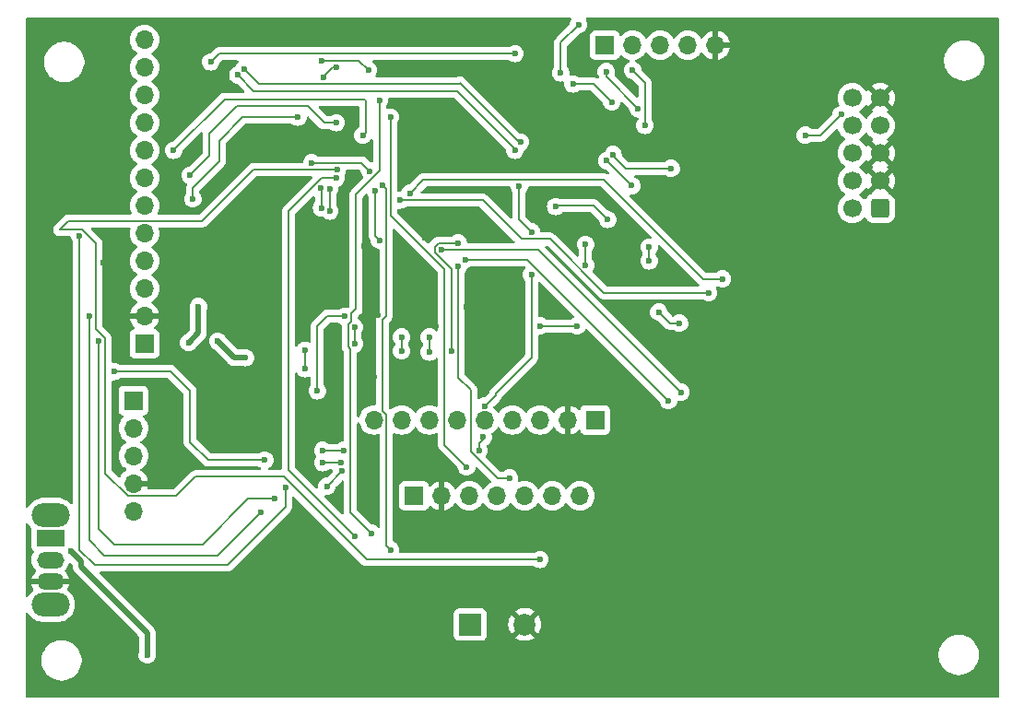
<source format=gbr>
%TF.GenerationSoftware,KiCad,Pcbnew,8.0.6*%
%TF.CreationDate,2024-11-05T15:16:57-06:00*%
%TF.ProjectId,werable_unit (1),77657261-626c-4655-9f75-6e6974202831,rev?*%
%TF.SameCoordinates,Original*%
%TF.FileFunction,Copper,L2,Bot*%
%TF.FilePolarity,Positive*%
%FSLAX46Y46*%
G04 Gerber Fmt 4.6, Leading zero omitted, Abs format (unit mm)*
G04 Created by KiCad (PCBNEW 8.0.6) date 2024-11-05 15:16:57*
%MOMM*%
%LPD*%
G01*
G04 APERTURE LIST*
G04 Aperture macros list*
%AMRoundRect*
0 Rectangle with rounded corners*
0 $1 Rounding radius*
0 $2 $3 $4 $5 $6 $7 $8 $9 X,Y pos of 4 corners*
0 Add a 4 corners polygon primitive as box body*
4,1,4,$2,$3,$4,$5,$6,$7,$8,$9,$2,$3,0*
0 Add four circle primitives for the rounded corners*
1,1,$1+$1,$2,$3*
1,1,$1+$1,$4,$5*
1,1,$1+$1,$6,$7*
1,1,$1+$1,$8,$9*
0 Add four rect primitives between the rounded corners*
20,1,$1+$1,$2,$3,$4,$5,0*
20,1,$1+$1,$4,$5,$6,$7,0*
20,1,$1+$1,$6,$7,$8,$9,0*
20,1,$1+$1,$8,$9,$2,$3,0*%
G04 Aperture macros list end*
%TA.AperFunction,ComponentPad*%
%ADD10R,2.000000X2.000000*%
%TD*%
%TA.AperFunction,ComponentPad*%
%ADD11C,2.000000*%
%TD*%
%TA.AperFunction,ComponentPad*%
%ADD12O,3.500000X2.200000*%
%TD*%
%TA.AperFunction,ComponentPad*%
%ADD13R,2.500000X1.500000*%
%TD*%
%TA.AperFunction,ComponentPad*%
%ADD14O,2.500000X1.500000*%
%TD*%
%TA.AperFunction,ComponentPad*%
%ADD15RoundRect,0.250000X0.600000X0.600000X-0.600000X0.600000X-0.600000X-0.600000X0.600000X-0.600000X0*%
%TD*%
%TA.AperFunction,ComponentPad*%
%ADD16C,1.700000*%
%TD*%
%TA.AperFunction,ComponentPad*%
%ADD17R,1.700000X1.700000*%
%TD*%
%TA.AperFunction,ComponentPad*%
%ADD18O,1.700000X1.700000*%
%TD*%
%TA.AperFunction,ViaPad*%
%ADD19C,0.600000*%
%TD*%
%TA.AperFunction,Conductor*%
%ADD20C,0.200000*%
%TD*%
%TA.AperFunction,Conductor*%
%ADD21C,0.500000*%
%TD*%
G04 APERTURE END LIST*
D10*
%TO.P,U4,1,1*%
%TO.N,/BUZZER*%
X126699000Y-93091000D03*
D11*
%TO.P,U4,2,2*%
%TO.N,GND*%
X131699000Y-93091000D03*
%TD*%
D12*
%TO.P,U7,*%
%TO.N,*%
X88138000Y-83058000D03*
X88138000Y-91258000D03*
D13*
%TO.P,U7,1,1*%
%TO.N,/VBAT*%
X88138000Y-85158000D03*
D14*
%TO.P,U7,2,2*%
%TO.N,Net-(J11-BAT)*%
X88138000Y-87158000D03*
%TO.P,U7,3,3*%
%TO.N,GND*%
X88138000Y-89158000D03*
%TD*%
D15*
%TO.P,J12,1,VTref*%
%TO.N,Net-(J12-VTref)*%
X164338000Y-54864000D03*
D16*
%TO.P,J12,2,SWDIO/TMS*%
%TO.N,/MTMS*%
X161798000Y-54864000D03*
%TO.P,J12,3,GND*%
%TO.N,GND*%
X164338000Y-52324000D03*
%TO.P,J12,4,SWDCLK/TCK*%
%TO.N,/MTCK*%
X161798000Y-52324000D03*
%TO.P,J12,5,GND*%
%TO.N,GND*%
X164338000Y-49784000D03*
%TO.P,J12,6,SWO/TDO*%
%TO.N,/MTDO*%
X161798000Y-49784000D03*
%TO.P,J12,7,KEY*%
%TO.N,unconnected-(J12-KEY-Pad7)*%
X164338000Y-47244000D03*
%TO.P,J12,8,NC/TDI*%
%TO.N,/MTDI*%
X161798000Y-47244000D03*
%TO.P,J12,9,GNDDetect*%
%TO.N,GND*%
X164338000Y-44704000D03*
%TO.P,J12,10,~{RESET}*%
%TO.N,/CHIP_PU*%
X161798000Y-44704000D03*
%TD*%
D17*
%TO.P,J13,1,VIN*%
%TO.N,+3V3*%
X138176000Y-74295000D03*
D18*
%TO.P,J13,2,GND*%
%TO.N,GND*%
X135636000Y-74295000D03*
%TO.P,J13,3,EN*%
%TO.N,unconnected-(J13-EN-Pad3)*%
X133096000Y-74295000D03*
%TO.P,J13,4,G0*%
%TO.N,/LORA_G0*%
X130556000Y-74295000D03*
%TO.P,J13,5,SCK*%
%TO.N,/LORA_SCK*%
X128016000Y-74295000D03*
%TO.P,J13,6,MISO*%
%TO.N,/LORA_MISO*%
X125476000Y-74295000D03*
%TO.P,J13,7,MOSI*%
%TO.N,/LORA_MOSI*%
X122936000Y-74295000D03*
%TO.P,J13,8,CS*%
%TO.N,/LORA_CS*%
X120396000Y-74295000D03*
%TO.P,J13,9,RST*%
%TO.N,/LORA_RST*%
X117856000Y-74295000D03*
%TD*%
D17*
%TO.P,J1,1,Pin_1*%
%TO.N,+3V3*%
X96774000Y-67310000D03*
D18*
%TO.P,J1,2,Pin_2*%
%TO.N,GND*%
X96774000Y-64770000D03*
%TO.P,J1,3,Pin_3*%
%TO.N,/LORA_MISO*%
X96774000Y-62230000D03*
%TO.P,J1,4,Pin_4*%
%TO.N,/LORA_SCK*%
X96774000Y-59690000D03*
%TO.P,J1,5,Pin_5*%
%TO.N,/LORA_MOSI*%
X96774000Y-57150000D03*
%TO.P,J1,6,Pin_6*%
%TO.N,/TFT_CS*%
X96774000Y-54610000D03*
%TO.P,J1,7,Pin_7*%
%TO.N,/TFT_DC*%
X96774000Y-52070000D03*
%TO.P,J1,8,Pin_8*%
%TO.N,/TFT_YP*%
X96774000Y-49530000D03*
%TO.P,J1,9,Pin_9*%
%TO.N,/TFT_YM*%
X96774000Y-46990000D03*
%TO.P,J1,10,Pin_10*%
%TO.N,/TFT_XP*%
X96774000Y-44450000D03*
%TO.P,J1,11,Pin_11*%
%TO.N,/TFT_XM*%
X96774000Y-41910000D03*
%TO.P,J1,12,Pin_12*%
%TO.N,/TFT_RST*%
X96774000Y-39370000D03*
%TD*%
D17*
%TO.P,J8,1,Pin_1*%
%TO.N,/RTS*%
X139065000Y-39878000D03*
D18*
%TO.P,J8,2,Pin_2*%
%TO.N,/DTR*%
X141605000Y-39878000D03*
%TO.P,J8,3,Pin_3*%
%TO.N,/TX*%
X144145000Y-39878000D03*
%TO.P,J8,4,Pin_4*%
%TO.N,/RX*%
X146685000Y-39878000D03*
%TO.P,J8,5,Pin_5*%
%TO.N,GND*%
X149225000Y-39878000D03*
%TD*%
D17*
%TO.P,J2,1,Pin_1*%
%TO.N,+3V3*%
X121539000Y-81280000D03*
D18*
%TO.P,J2,2,Pin_2*%
%TO.N,GND*%
X124079000Y-81280000D03*
%TO.P,J2,3,Pin_3*%
%TO.N,/GPIO6*%
X126619000Y-81280000D03*
%TO.P,J2,4,Pin_4*%
%TO.N,/GPIO7*%
X129159000Y-81280000D03*
%TO.P,J2,5,Pin_5*%
%TO.N,/GPIO11*%
X131699000Y-81280000D03*
%TO.P,J2,6,Pin_6*%
%TO.N,/GPIO17*%
X134239000Y-81280000D03*
%TO.P,J2,7,Pin_7*%
%TO.N,/GPIO18*%
X136779000Y-81280000D03*
%TD*%
D17*
%TO.P,J11,1,5V*%
%TO.N,+5V*%
X95758000Y-72517000D03*
D18*
%TO.P,J11,2,D-*%
%TO.N,/D-*%
X95758000Y-75057000D03*
%TO.P,J11,3,D+*%
%TO.N,/D+*%
X95758000Y-77597000D03*
%TO.P,J11,4,GND*%
%TO.N,GND*%
X95758000Y-80137000D03*
%TO.P,J11,5,BAT*%
%TO.N,Net-(J11-BAT)*%
X95758000Y-82677000D03*
%TD*%
D19*
%TO.N,/BUTTON_1*%
X124079000Y-58674000D03*
X146050000Y-71755000D03*
%TO.N,GND*%
X107823000Y-55626000D03*
X135636000Y-57658000D03*
X116967000Y-58293000D03*
X131318000Y-84455000D03*
X119507000Y-69342000D03*
X137287000Y-48895000D03*
X144272000Y-46228000D03*
X105410000Y-74803000D03*
X133985000Y-63119000D03*
X123317000Y-77470000D03*
X120269000Y-79756000D03*
X147701000Y-50800000D03*
X130810000Y-71628000D03*
X104902000Y-39370000D03*
X117602000Y-79629000D03*
X118237000Y-64643000D03*
X114554000Y-81915000D03*
X112014000Y-73914000D03*
X105537000Y-71120000D03*
X129159000Y-53467000D03*
X100076000Y-45593000D03*
X121920000Y-70612000D03*
X117856000Y-70358000D03*
X115316000Y-55753000D03*
X123571000Y-65659000D03*
X138938000Y-60325000D03*
X114300000Y-57277000D03*
X102997000Y-43561000D03*
X102235000Y-97663000D03*
X106172000Y-93980000D03*
X153924000Y-65405000D03*
X117094000Y-54229000D03*
X126365000Y-63881000D03*
X143383000Y-53086000D03*
X99314000Y-50927000D03*
X131191000Y-65659000D03*
X128397000Y-61087000D03*
X119507000Y-96139000D03*
X92964000Y-59817000D03*
X144145000Y-61341000D03*
X99695000Y-53213000D03*
X106680000Y-69850000D03*
X111506000Y-97663000D03*
X99441000Y-42799000D03*
X128905000Y-64135000D03*
X117348000Y-76327000D03*
X92075000Y-48895000D03*
X99568000Y-57658000D03*
X153416000Y-48133000D03*
X122555000Y-57531000D03*
X128524000Y-69342000D03*
X106934000Y-67437000D03*
X98298000Y-79375000D03*
X122174000Y-76454000D03*
%TO.N,/BUTTON_2*%
X126238000Y-59563000D03*
X144907000Y-72517000D03*
%TO.N,/VBAT*%
X90043000Y-86360000D03*
X97028000Y-95885000D03*
%TO.N,+3V3*%
X103505000Y-67056000D03*
X106045000Y-68580000D03*
%TO.N,/CHIP_PU*%
X113792000Y-53086000D03*
X157480000Y-48133000D03*
X160782000Y-46228000D03*
X113792000Y-55118000D03*
%TO.N,/GPIO0_STRAPPING*%
X133096000Y-65659000D03*
X143129000Y-59690000D03*
X143129000Y-58420000D03*
X145923000Y-65405000D03*
X144018000Y-64389000D03*
X136525000Y-65659000D03*
X139319000Y-55880000D03*
X134543385Y-54686615D03*
%TO.N,+5V*%
X101727000Y-63881000D03*
X100838000Y-67183000D03*
%TO.N,/VBAT_SENSE*%
X111506000Y-67891000D03*
X111506000Y-69596000D03*
X113192000Y-42799000D03*
X114392000Y-41910000D03*
X113033963Y-54803963D03*
X113002882Y-52954480D03*
%TO.N,/LED*%
X117983000Y-53213000D03*
X118364000Y-57785000D03*
X112141000Y-50673000D03*
X117475000Y-51435000D03*
%TO.N,/RTS*%
X142113000Y-45685000D03*
X139192000Y-42291000D03*
%TO.N,/RX*%
X135001000Y-42418000D03*
X136652000Y-37973000D03*
%TO.N,/DTR*%
X145161000Y-51181000D03*
X141605000Y-42164000D03*
X142748000Y-47244000D03*
X139813949Y-49909573D03*
%TO.N,/GPIO17*%
X118618000Y-52705000D03*
X119380000Y-86233000D03*
%TO.N,/GPIO11*%
X125603000Y-60198000D03*
X130302000Y-79629000D03*
%TO.N,/GPIO6*%
X118364000Y-44958000D03*
X117602000Y-84709000D03*
%TO.N,/GPIO7*%
X119380000Y-46482000D03*
X126365000Y-78613000D03*
%TO.N,/GPIO18*%
X114492096Y-51273000D03*
X133096000Y-87122000D03*
%TO.N,/MTMS*%
X136144000Y-43434000D03*
X139700000Y-45085000D03*
%TO.N,Net-(Q3-B)*%
X139248261Y-50475261D03*
X141537265Y-52764265D03*
%TO.N,/GPIO46_STRAPPING*%
X149860000Y-61341000D03*
X121158000Y-53467000D03*
%TO.N,/GPIO3_STRAPPING*%
X148590000Y-62611000D03*
X120269000Y-54102000D03*
%TO.N,/BUZZER*%
X116078000Y-84963000D03*
X114392000Y-52070000D03*
%TO.N,/LORA_CS*%
X120396000Y-66674000D03*
X120396000Y-67945000D03*
%TO.N,/LORA_SCK*%
X131191000Y-52832000D03*
X114935000Y-78994000D03*
X132334000Y-57023000D03*
X91694000Y-64770000D03*
X132334000Y-60960000D03*
X127889000Y-75854000D03*
X128016000Y-73025000D03*
X127508000Y-77101000D03*
X113538000Y-80391000D03*
X107442000Y-82804000D03*
%TO.N,/TFT_XP*%
X105352313Y-42602687D03*
X130810000Y-49530000D03*
%TO.N,/TFT_YP*%
X99441000Y-49530000D03*
X116840000Y-48133000D03*
%TO.N,/LORA_G0*%
X124968000Y-67945000D03*
X125603000Y-58039000D03*
%TO.N,/LORA_MISO*%
X137287000Y-58166000D03*
X114803480Y-78204882D03*
X108712000Y-81534000D03*
X113157000Y-78232000D03*
X92583000Y-67056000D03*
X137287000Y-60071000D03*
%TO.N,/LORA_RST*%
X116078000Y-67310000D03*
X116078000Y-65786000D03*
%TO.N,/LORA_MOSI*%
X113157000Y-77089000D03*
X122936000Y-68072000D03*
X90805000Y-57404000D03*
X122936000Y-66674000D03*
X109728000Y-80518000D03*
X115062000Y-77089000D03*
%TO.N,/TFT_DC*%
X114392000Y-46990000D03*
X100965000Y-51816000D03*
%TO.N,/TFT_CS*%
X110871000Y-46482000D03*
X101219000Y-53975000D03*
X117348000Y-42164000D03*
X113030000Y-41275000D03*
%TO.N,/TFT_YM*%
X102870000Y-41402000D03*
X130810000Y-40640000D03*
%TO.N,/TFT_XM*%
X105918000Y-42037000D03*
X131318000Y-48768000D03*
%TO.N,/TFT_RST*%
X93980000Y-69850000D03*
X115189000Y-64770000D03*
X107823000Y-77978000D03*
X112649000Y-71628000D03*
%TD*%
D20*
%TO.N,/BUTTON_1*%
X132969000Y-58674000D02*
X124079000Y-58674000D01*
X146050000Y-71755000D02*
X132969000Y-58674000D01*
%TO.N,/BUTTON_2*%
X131953000Y-59563000D02*
X126238000Y-59563000D01*
X144907000Y-72517000D02*
X131953000Y-59563000D01*
D21*
%TO.N,/VBAT*%
X97028000Y-93853000D02*
X97028000Y-95885000D01*
X90043000Y-86360000D02*
X90932000Y-87249000D01*
X90932000Y-87249000D02*
X90932000Y-87757000D01*
X90932000Y-87757000D02*
X97028000Y-93853000D01*
%TO.N,+3V3*%
X103505000Y-67056000D02*
X105029000Y-68580000D01*
X105029000Y-68580000D02*
X106045000Y-68580000D01*
D20*
%TO.N,/CHIP_PU*%
X160782000Y-46228000D02*
X158877000Y-48133000D01*
X158877000Y-48133000D02*
X157480000Y-48133000D01*
X113792000Y-55118000D02*
X113792000Y-53086000D01*
%TO.N,/GPIO0_STRAPPING*%
X145034000Y-65405000D02*
X144018000Y-64389000D01*
X133096000Y-65659000D02*
X136525000Y-65659000D01*
X143129000Y-59690000D02*
X143129000Y-58420000D01*
X145923000Y-65405000D02*
X145034000Y-65405000D01*
X139319000Y-55880000D02*
X138049000Y-54610000D01*
X138049000Y-54610000D02*
X134620000Y-54610000D01*
X134620000Y-54610000D02*
X134543385Y-54686615D01*
D21*
%TO.N,+5V*%
X101727000Y-63881000D02*
X101727000Y-66294000D01*
X101727000Y-66294000D02*
X100838000Y-67183000D01*
D20*
%TO.N,/VBAT_SENSE*%
X113033963Y-54803963D02*
X113033963Y-52962963D01*
X114046000Y-41910000D02*
X114392000Y-41910000D01*
X113192000Y-42764000D02*
X114046000Y-41910000D01*
X113192000Y-42799000D02*
X113192000Y-42764000D01*
X111506000Y-69596000D02*
X111506000Y-67891000D01*
X113033963Y-52962963D02*
X113025480Y-52954480D01*
X113025480Y-52954480D02*
X113002882Y-52954480D01*
%TO.N,/LED*%
X117983000Y-57404000D02*
X118364000Y-57785000D01*
X117983000Y-53213000D02*
X117983000Y-57404000D01*
X116713000Y-50673000D02*
X117475000Y-51435000D01*
X112141000Y-50673000D02*
X116713000Y-50673000D01*
%TO.N,/RTS*%
X139192000Y-42764000D02*
X139192000Y-42291000D01*
X142113000Y-45685000D02*
X139192000Y-42764000D01*
%TO.N,/RX*%
X135001000Y-39624000D02*
X135001000Y-42418000D01*
X136652000Y-37973000D02*
X135001000Y-39624000D01*
%TO.N,/DTR*%
X142748000Y-43307000D02*
X141605000Y-42164000D01*
X142748000Y-47244000D02*
X142748000Y-43307000D01*
X145161000Y-51181000D02*
X140970000Y-51181000D01*
X139813949Y-50024949D02*
X139813949Y-49909573D01*
X140970000Y-51181000D02*
X139813949Y-50024949D01*
%TO.N,/GPIO17*%
X119006000Y-85859000D02*
X119006000Y-73818654D01*
X119006000Y-73818654D02*
X118618000Y-73430654D01*
X118618000Y-65110529D02*
X118964000Y-64764529D01*
X119380000Y-86233000D02*
X119006000Y-85859000D01*
X118964000Y-64764529D02*
X118964000Y-53051000D01*
X118618000Y-73430654D02*
X118618000Y-65110529D01*
X118964000Y-53051000D02*
X118618000Y-52705000D01*
%TO.N,/GPIO11*%
X126746000Y-71541471D02*
X126746000Y-77187529D01*
X125603000Y-60198000D02*
X125603000Y-70398471D01*
X129187471Y-79629000D02*
X130302000Y-79629000D01*
X126746000Y-77187529D02*
X129187471Y-79629000D01*
X125603000Y-70398471D02*
X126746000Y-71541471D01*
%TO.N,/GPIO6*%
X117602000Y-84709000D02*
X115697000Y-82804000D01*
X115789000Y-65226471D02*
X115789000Y-64521471D01*
X115478000Y-65537471D02*
X115789000Y-65226471D01*
X116205000Y-53574314D02*
X118364000Y-51415314D01*
X115697000Y-82804000D02*
X115697000Y-67777529D01*
X115478000Y-67558529D02*
X115478000Y-65537471D01*
X118364000Y-51415314D02*
X118364000Y-44958000D01*
X115697000Y-67777529D02*
X115478000Y-67558529D01*
X115789000Y-64521471D02*
X116205000Y-64105471D01*
X116205000Y-64105471D02*
X116205000Y-53574314D01*
%TO.N,/GPIO7*%
X124326000Y-76574000D02*
X124326000Y-60445000D01*
X126365000Y-78613000D02*
X124326000Y-76574000D01*
X119380000Y-55499000D02*
X119380000Y-46482000D01*
X124326000Y-60445000D02*
X119380000Y-55499000D01*
%TO.N,/GPIO18*%
X102074529Y-56000000D02*
X89796000Y-56000000D01*
X117180529Y-87122000D02*
X133096000Y-87122000D01*
X106801529Y-51273000D02*
X102074529Y-56000000D01*
X99688000Y-81287000D02*
X101473000Y-79502000D01*
X114492096Y-51273000D02*
X106801529Y-51273000D01*
X95281654Y-81287000D02*
X99688000Y-81287000D01*
X93183000Y-79188346D02*
X95281654Y-81287000D01*
X109560529Y-79502000D02*
X117180529Y-87122000D01*
X93183000Y-66807471D02*
X93183000Y-79188346D01*
X88992000Y-56804000D02*
X91053529Y-56804000D01*
X101473000Y-79502000D02*
X109560529Y-79502000D01*
X92334471Y-65958942D02*
X93183000Y-66807471D01*
X89796000Y-56000000D02*
X88992000Y-56804000D01*
X92334471Y-58084942D02*
X92334471Y-65958942D01*
X91053529Y-56804000D02*
X92334471Y-58084942D01*
%TO.N,/MTMS*%
X138049000Y-43434000D02*
X136144000Y-43434000D01*
X139700000Y-45085000D02*
X138049000Y-43434000D01*
%TO.N,Net-(Q3-B)*%
X141537265Y-52764265D02*
X139248261Y-50475261D01*
%TO.N,/GPIO46_STRAPPING*%
X138973000Y-52232000D02*
X122393000Y-52232000D01*
X148082000Y-61341000D02*
X138973000Y-52232000D01*
X149860000Y-61341000D02*
X148082000Y-61341000D01*
X122393000Y-52232000D02*
X121158000Y-53467000D01*
%TO.N,/GPIO3_STRAPPING*%
X131404529Y-57658000D02*
X127848529Y-54102000D01*
X138978471Y-62611000D02*
X134025471Y-57658000D01*
X127848529Y-54102000D02*
X120269000Y-54102000D01*
X134025471Y-57658000D02*
X131404529Y-57658000D01*
X148590000Y-62611000D02*
X138978471Y-62611000D01*
%TO.N,/BUZZER*%
X116078000Y-84963000D02*
X109982000Y-78867000D01*
X109982000Y-78867000D02*
X109982000Y-55126833D01*
X109982000Y-55126833D02*
X113038833Y-52070000D01*
X113038833Y-52070000D02*
X114392000Y-52070000D01*
%TO.N,/LORA_CS*%
X120396000Y-67945000D02*
X120396000Y-66674000D01*
%TO.N,/LORA_SCK*%
X91694000Y-85344000D02*
X93091000Y-86741000D01*
X129032000Y-72009000D02*
X129032000Y-71882000D01*
X113538000Y-80391000D02*
X114935000Y-78994000D01*
X103505000Y-86741000D02*
X107442000Y-82804000D01*
X93091000Y-86741000D02*
X103505000Y-86741000D01*
X127889000Y-76073000D02*
X127889000Y-75854000D01*
X129032000Y-71882000D02*
X132334000Y-68580000D01*
X132334000Y-57023000D02*
X131191000Y-55880000D01*
X91694000Y-64770000D02*
X91694000Y-85344000D01*
X127508000Y-76454000D02*
X127889000Y-76073000D01*
X128016000Y-73025000D02*
X129032000Y-72009000D01*
X132334000Y-68580000D02*
X132334000Y-60960000D01*
X131191000Y-55880000D02*
X131191000Y-52832000D01*
X127508000Y-77101000D02*
X127508000Y-76454000D01*
%TO.N,/TFT_XP*%
X105352313Y-42602687D02*
X106818626Y-44069000D01*
X130810000Y-49403000D02*
X130810000Y-49530000D01*
X125476000Y-44069000D02*
X130810000Y-49403000D01*
X106818626Y-44069000D02*
X125476000Y-44069000D01*
%TO.N,/TFT_YP*%
X116967000Y-44831000D02*
X104140000Y-44831000D01*
X116840000Y-48133000D02*
X117094000Y-47879000D01*
X117094000Y-47879000D02*
X117094000Y-44958000D01*
X104140000Y-44831000D02*
X99441000Y-49530000D01*
X117094000Y-44958000D02*
X116967000Y-44831000D01*
%TO.N,/LORA_G0*%
X124968000Y-67945000D02*
X124968000Y-60411529D01*
X124968000Y-60411529D02*
X123479000Y-58922529D01*
X123479000Y-58385000D02*
X123825000Y-58039000D01*
X123479000Y-58922529D02*
X123479000Y-58385000D01*
X123825000Y-58039000D02*
X125603000Y-58039000D01*
%TO.N,/LORA_MISO*%
X114808000Y-78232000D02*
X114808000Y-78209402D01*
X106299000Y-81534000D02*
X108712000Y-81534000D01*
X113157000Y-78232000D02*
X114808000Y-78232000D01*
X92583000Y-84328000D02*
X93980000Y-85725000D01*
X102108000Y-85725000D02*
X106299000Y-81534000D01*
X137287000Y-60071000D02*
X137287000Y-58166000D01*
X92583000Y-67056000D02*
X92583000Y-84328000D01*
X114808000Y-78209402D02*
X114803480Y-78204882D01*
X93980000Y-85725000D02*
X102108000Y-85725000D01*
%TO.N,/LORA_RST*%
X116078000Y-67310000D02*
X116078000Y-65786000D01*
%TO.N,/LORA_MOSI*%
X90805000Y-86233000D02*
X90805000Y-57404000D01*
X122936000Y-68072000D02*
X122936000Y-66674000D01*
X90805000Y-86233000D02*
X92202000Y-87630000D01*
X109728000Y-80518000D02*
X109728000Y-82296000D01*
X104394000Y-87630000D02*
X92202000Y-87630000D01*
X109728000Y-82296000D02*
X104394000Y-87630000D01*
X113157000Y-77089000D02*
X115062000Y-77089000D01*
%TO.N,/TFT_DC*%
X102743000Y-50038000D02*
X100965000Y-51816000D01*
X105283000Y-45466000D02*
X102743000Y-48006000D01*
X111760000Y-45466000D02*
X113284000Y-46990000D01*
X102743000Y-48006000D02*
X102743000Y-50038000D01*
X113284000Y-46990000D02*
X114392000Y-46990000D01*
X105283000Y-45466000D02*
X111760000Y-45466000D01*
%TO.N,/TFT_CS*%
X113030000Y-41275000D02*
X116459000Y-41275000D01*
X103632000Y-48641000D02*
X103632000Y-50546000D01*
X103632000Y-50546000D02*
X101219000Y-52959000D01*
X105791000Y-46482000D02*
X110871000Y-46482000D01*
X101219000Y-52959000D02*
X101219000Y-53975000D01*
X116459000Y-41275000D02*
X117348000Y-42164000D01*
X105791000Y-46482000D02*
X103632000Y-48641000D01*
%TO.N,/TFT_YM*%
X103632000Y-40640000D02*
X130810000Y-40640000D01*
X102870000Y-41402000D02*
X103632000Y-40640000D01*
%TO.N,/TFT_XM*%
X107280000Y-43399000D02*
X125638000Y-43399000D01*
X125638000Y-43399000D02*
X125730000Y-43307000D01*
X125730000Y-43307000D02*
X131191000Y-48768000D01*
X105918000Y-42037000D02*
X107280000Y-43399000D01*
X131191000Y-48768000D02*
X131318000Y-48768000D01*
%TO.N,/TFT_RST*%
X112649000Y-71628000D02*
X112649000Y-65659000D01*
X93980000Y-69850000D02*
X99187000Y-69850000D01*
X112649000Y-65659000D02*
X113538000Y-64770000D01*
X102616000Y-77978000D02*
X107823000Y-77978000D01*
X100965000Y-76327000D02*
X102616000Y-77978000D01*
X100965000Y-71628000D02*
X100965000Y-76327000D01*
X99187000Y-69850000D02*
X100965000Y-71628000D01*
X113538000Y-64770000D02*
X115189000Y-64770000D01*
%TD*%
%TA.AperFunction,Conductor*%
%TO.N,GND*%
G36*
X163872075Y-52516993D02*
G01*
X163937901Y-52631007D01*
X164030993Y-52724099D01*
X164145007Y-52789925D01*
X164208590Y-52806962D01*
X163572208Y-53443342D01*
X163561788Y-53495193D01*
X163513172Y-53545376D01*
X163491032Y-53555205D01*
X163418674Y-53579182D01*
X163418663Y-53579187D01*
X163269342Y-53671289D01*
X163145289Y-53795342D01*
X163053187Y-53944663D01*
X163053183Y-53944673D01*
X163050335Y-53953268D01*
X163010560Y-54010711D01*
X162946044Y-54037531D01*
X162877268Y-54025214D01*
X162840517Y-53996233D01*
X162840324Y-53996427D01*
X162838682Y-53994785D01*
X162837642Y-53993965D01*
X162836494Y-53992597D01*
X162669402Y-53825506D01*
X162669396Y-53825501D01*
X162483842Y-53695575D01*
X162440217Y-53640998D01*
X162433023Y-53571500D01*
X162464546Y-53509145D01*
X162483842Y-53492425D01*
X162553825Y-53443422D01*
X162669401Y-53362495D01*
X162836495Y-53195401D01*
X162966732Y-53009403D01*
X163021307Y-52965780D01*
X163090805Y-52958586D01*
X163153160Y-52990109D01*
X163169880Y-53009405D01*
X163223073Y-53085373D01*
X163855037Y-52453409D01*
X163872075Y-52516993D01*
G37*
%TD.AperFunction*%
%TA.AperFunction,Conductor*%
G36*
X163872075Y-49976993D02*
G01*
X163937901Y-50091007D01*
X164030993Y-50184099D01*
X164145007Y-50249925D01*
X164208590Y-50266962D01*
X163576625Y-50898925D01*
X163653031Y-50952425D01*
X163696655Y-51007002D01*
X163703848Y-51076501D01*
X163672326Y-51138855D01*
X163653029Y-51155576D01*
X163576625Y-51209072D01*
X164208590Y-51841037D01*
X164145007Y-51858075D01*
X164030993Y-51923901D01*
X163937901Y-52016993D01*
X163872075Y-52131007D01*
X163855037Y-52194589D01*
X163223073Y-51562626D01*
X163169881Y-51638594D01*
X163115304Y-51682219D01*
X163045806Y-51689413D01*
X162983451Y-51657891D01*
X162966730Y-51638594D01*
X162836494Y-51452597D01*
X162669402Y-51285506D01*
X162669396Y-51285501D01*
X162483842Y-51155575D01*
X162440217Y-51100998D01*
X162433023Y-51031500D01*
X162464546Y-50969145D01*
X162483842Y-50952425D01*
X162564475Y-50895965D01*
X162669401Y-50822495D01*
X162836495Y-50655401D01*
X162966732Y-50469403D01*
X163021307Y-50425780D01*
X163090805Y-50418586D01*
X163153160Y-50450109D01*
X163169880Y-50469405D01*
X163223073Y-50545373D01*
X163855037Y-49913409D01*
X163872075Y-49976993D01*
G37*
%TD.AperFunction*%
%TA.AperFunction,Conductor*%
G36*
X163152855Y-47910546D02*
G01*
X163169575Y-47929842D01*
X163299500Y-48115395D01*
X163299505Y-48115401D01*
X163466599Y-48282495D01*
X163652158Y-48412425D01*
X163652594Y-48412730D01*
X163696218Y-48467307D01*
X163703411Y-48536806D01*
X163671889Y-48599160D01*
X163652593Y-48615880D01*
X163576626Y-48669072D01*
X163576625Y-48669072D01*
X164208590Y-49301037D01*
X164145007Y-49318075D01*
X164030993Y-49383901D01*
X163937901Y-49476993D01*
X163872075Y-49591007D01*
X163855037Y-49654589D01*
X163223073Y-49022626D01*
X163169881Y-49098594D01*
X163115304Y-49142219D01*
X163045806Y-49149413D01*
X162983451Y-49117891D01*
X162966730Y-49098594D01*
X162836494Y-48912597D01*
X162669402Y-48745506D01*
X162669396Y-48745501D01*
X162483842Y-48615575D01*
X162440217Y-48560998D01*
X162433023Y-48491500D01*
X162464546Y-48429145D01*
X162483842Y-48412425D01*
X162564475Y-48355965D01*
X162669401Y-48282495D01*
X162836495Y-48115401D01*
X162966425Y-47929842D01*
X163021002Y-47886217D01*
X163090500Y-47879023D01*
X163152855Y-47910546D01*
G37*
%TD.AperFunction*%
%TA.AperFunction,Conductor*%
G36*
X163872075Y-44896993D02*
G01*
X163937901Y-45011007D01*
X164030993Y-45104099D01*
X164145007Y-45169925D01*
X164208590Y-45186962D01*
X163576625Y-45818925D01*
X163652594Y-45872119D01*
X163696219Y-45926696D01*
X163703413Y-45996194D01*
X163671890Y-46058549D01*
X163652595Y-46075269D01*
X163466594Y-46205508D01*
X163299505Y-46372597D01*
X163169575Y-46558158D01*
X163114998Y-46601783D01*
X163045500Y-46608977D01*
X162983145Y-46577454D01*
X162966425Y-46558158D01*
X162836494Y-46372597D01*
X162669402Y-46205506D01*
X162669396Y-46205501D01*
X162483842Y-46075575D01*
X162440217Y-46020998D01*
X162433023Y-45951500D01*
X162464546Y-45889145D01*
X162483842Y-45872425D01*
X162571867Y-45810789D01*
X162669401Y-45742495D01*
X162836495Y-45575401D01*
X162966732Y-45389403D01*
X163021307Y-45345780D01*
X163090805Y-45338586D01*
X163153160Y-45370109D01*
X163169880Y-45389405D01*
X163223073Y-45465373D01*
X163855037Y-44833409D01*
X163872075Y-44896993D01*
G37*
%TD.AperFunction*%
%TA.AperFunction,Conductor*%
G36*
X135952979Y-37350185D02*
G01*
X135998734Y-37402989D01*
X136008678Y-37472147D01*
X135990934Y-37520472D01*
X135926210Y-37623478D01*
X135866630Y-37793750D01*
X135856837Y-37880667D01*
X135829770Y-37945081D01*
X135821298Y-37954464D01*
X134632286Y-39143478D01*
X134520481Y-39255282D01*
X134520479Y-39255285D01*
X134470361Y-39342094D01*
X134470359Y-39342096D01*
X134441425Y-39392209D01*
X134441424Y-39392210D01*
X134441423Y-39392215D01*
X134400499Y-39544943D01*
X134400499Y-39544945D01*
X134400499Y-39713046D01*
X134400500Y-39713059D01*
X134400500Y-41835587D01*
X134380815Y-41902626D01*
X134373450Y-41912896D01*
X134371186Y-41915734D01*
X134275211Y-42068476D01*
X134215631Y-42238745D01*
X134215630Y-42238750D01*
X134195435Y-42417996D01*
X134195435Y-42418003D01*
X134215630Y-42597249D01*
X134215631Y-42597254D01*
X134247519Y-42688383D01*
X134275211Y-42767522D01*
X134371184Y-42920262D01*
X134498738Y-43047816D01*
X134547452Y-43078425D01*
X134634310Y-43133002D01*
X134651478Y-43143789D01*
X134754963Y-43180000D01*
X134821745Y-43203368D01*
X134821750Y-43203369D01*
X135000996Y-43223565D01*
X135001000Y-43223565D01*
X135001004Y-43223565D01*
X135180249Y-43203369D01*
X135180249Y-43203368D01*
X135180255Y-43203368D01*
X135185702Y-43201461D01*
X135255479Y-43197896D01*
X135316109Y-43232620D01*
X135348340Y-43294612D01*
X135349883Y-43332384D01*
X135338435Y-43433995D01*
X135338435Y-43434003D01*
X135358630Y-43613249D01*
X135358631Y-43613254D01*
X135418211Y-43783523D01*
X135449048Y-43832599D01*
X135514184Y-43936262D01*
X135641738Y-44063816D01*
X135667721Y-44080142D01*
X135778634Y-44149834D01*
X135794478Y-44159789D01*
X135920826Y-44204000D01*
X135964745Y-44219368D01*
X135964750Y-44219369D01*
X136143996Y-44239565D01*
X136144000Y-44239565D01*
X136144004Y-44239565D01*
X136323249Y-44219369D01*
X136323252Y-44219368D01*
X136323255Y-44219368D01*
X136493522Y-44159789D01*
X136646262Y-44063816D01*
X136646267Y-44063810D01*
X136649097Y-44061555D01*
X136651275Y-44060665D01*
X136652158Y-44060111D01*
X136652255Y-44060265D01*
X136713783Y-44035145D01*
X136726412Y-44034500D01*
X137748903Y-44034500D01*
X137815942Y-44054185D01*
X137836584Y-44070819D01*
X138869298Y-45103534D01*
X138902783Y-45164857D01*
X138904837Y-45177331D01*
X138914630Y-45264249D01*
X138974210Y-45434521D01*
X139008126Y-45488498D01*
X139070184Y-45587262D01*
X139197738Y-45714816D01*
X139350478Y-45810789D01*
X139381303Y-45821575D01*
X139520745Y-45870368D01*
X139520750Y-45870369D01*
X139699996Y-45890565D01*
X139700000Y-45890565D01*
X139700004Y-45890565D01*
X139879249Y-45870369D01*
X139879252Y-45870368D01*
X139879255Y-45870368D01*
X140049522Y-45810789D01*
X140202262Y-45714816D01*
X140329816Y-45587262D01*
X140425789Y-45434522D01*
X140485368Y-45264255D01*
X140492755Y-45198685D01*
X140519820Y-45134276D01*
X140577414Y-45094720D01*
X140647251Y-45092581D01*
X140703656Y-45124891D01*
X141282298Y-45703533D01*
X141315783Y-45764856D01*
X141317837Y-45777330D01*
X141327630Y-45864249D01*
X141387210Y-46034521D01*
X141387211Y-46034522D01*
X141483184Y-46187262D01*
X141610738Y-46314816D01*
X141763478Y-46410789D01*
X141844692Y-46439207D01*
X141933745Y-46470368D01*
X141933749Y-46470369D01*
X142022857Y-46480408D01*
X142037383Y-46482045D01*
X142101797Y-46509111D01*
X142141352Y-46566705D01*
X142147500Y-46605265D01*
X142147500Y-46661587D01*
X142127815Y-46728626D01*
X142120450Y-46738896D01*
X142118186Y-46741734D01*
X142022211Y-46894476D01*
X141962631Y-47064745D01*
X141962630Y-47064750D01*
X141942435Y-47243996D01*
X141942435Y-47244003D01*
X141962630Y-47423249D01*
X141962631Y-47423254D01*
X142022211Y-47593523D01*
X142099189Y-47716032D01*
X142118184Y-47746262D01*
X142245738Y-47873816D01*
X142398478Y-47969789D01*
X142566244Y-48028493D01*
X142568745Y-48029368D01*
X142568750Y-48029369D01*
X142747996Y-48049565D01*
X142748000Y-48049565D01*
X142748004Y-48049565D01*
X142927249Y-48029369D01*
X142927252Y-48029368D01*
X142927255Y-48029368D01*
X143097522Y-47969789D01*
X143250262Y-47873816D01*
X143377816Y-47746262D01*
X143473789Y-47593522D01*
X143533368Y-47423255D01*
X143541889Y-47347630D01*
X143553565Y-47244003D01*
X143553565Y-47243996D01*
X143533369Y-47064750D01*
X143533368Y-47064745D01*
X143513717Y-47008586D01*
X143473789Y-46894478D01*
X143377816Y-46741738D01*
X143377814Y-46741736D01*
X143377813Y-46741734D01*
X143375550Y-46738896D01*
X143374659Y-46736715D01*
X143374111Y-46735842D01*
X143374264Y-46735745D01*
X143349144Y-46674209D01*
X143348500Y-46661587D01*
X143348500Y-43227944D01*
X143348500Y-43227943D01*
X143341915Y-43203368D01*
X143307577Y-43075215D01*
X143251597Y-42978255D01*
X143234289Y-42948276D01*
X143228521Y-42938285D01*
X143112385Y-42822149D01*
X143112374Y-42822139D01*
X142435700Y-42145465D01*
X142402215Y-42084142D01*
X142400163Y-42071686D01*
X142390368Y-41984745D01*
X142330789Y-41814478D01*
X142234816Y-41661738D01*
X142107262Y-41534184D01*
X142043840Y-41494333D01*
X141954519Y-41438209D01*
X141920077Y-41426157D01*
X141863301Y-41385435D01*
X141837554Y-41320483D01*
X141851010Y-41251921D01*
X141899398Y-41201518D01*
X141928935Y-41189342D01*
X142068663Y-41151903D01*
X142282830Y-41052035D01*
X142476401Y-40916495D01*
X142643495Y-40749401D01*
X142773425Y-40563842D01*
X142828002Y-40520217D01*
X142897500Y-40513023D01*
X142959855Y-40544546D01*
X142976575Y-40563842D01*
X143106281Y-40749082D01*
X143106505Y-40749401D01*
X143273599Y-40916495D01*
X143370384Y-40984265D01*
X143467165Y-41052032D01*
X143467167Y-41052033D01*
X143467170Y-41052035D01*
X143681337Y-41151903D01*
X143681343Y-41151904D01*
X143681344Y-41151905D01*
X143688088Y-41153712D01*
X143909592Y-41213063D01*
X144086034Y-41228500D01*
X144144999Y-41233659D01*
X144145000Y-41233659D01*
X144145001Y-41233659D01*
X144203966Y-41228500D01*
X144380408Y-41213063D01*
X144608663Y-41151903D01*
X144822830Y-41052035D01*
X145016401Y-40916495D01*
X145183495Y-40749401D01*
X145313425Y-40563842D01*
X145368002Y-40520217D01*
X145437500Y-40513023D01*
X145499855Y-40544546D01*
X145516575Y-40563842D01*
X145646281Y-40749082D01*
X145646505Y-40749401D01*
X145813599Y-40916495D01*
X145910384Y-40984265D01*
X146007165Y-41052032D01*
X146007167Y-41052033D01*
X146007170Y-41052035D01*
X146221337Y-41151903D01*
X146221343Y-41151904D01*
X146221344Y-41151905D01*
X146228088Y-41153712D01*
X146449592Y-41213063D01*
X146626034Y-41228500D01*
X146684999Y-41233659D01*
X146685000Y-41233659D01*
X146685001Y-41233659D01*
X146743966Y-41228500D01*
X146920408Y-41213063D01*
X147148663Y-41151903D01*
X147362830Y-41052035D01*
X147556401Y-40916495D01*
X147723495Y-40749401D01*
X147853730Y-40563405D01*
X147908307Y-40519781D01*
X147977805Y-40512587D01*
X148040160Y-40544110D01*
X148056879Y-40563405D01*
X148186890Y-40749078D01*
X148353917Y-40916105D01*
X148547421Y-41051600D01*
X148761507Y-41151429D01*
X148761516Y-41151433D01*
X148975000Y-41208634D01*
X148975000Y-40311012D01*
X149032007Y-40343925D01*
X149159174Y-40378000D01*
X149290826Y-40378000D01*
X149417993Y-40343925D01*
X149475000Y-40311012D01*
X149475000Y-41208633D01*
X149679981Y-41153711D01*
X170234500Y-41153711D01*
X170234500Y-41396288D01*
X170266161Y-41636785D01*
X170328947Y-41871104D01*
X170421773Y-42095205D01*
X170421776Y-42095212D01*
X170543064Y-42305289D01*
X170543066Y-42305292D01*
X170543067Y-42305293D01*
X170690733Y-42497736D01*
X170690739Y-42497743D01*
X170862256Y-42669260D01*
X170862263Y-42669266D01*
X170922601Y-42715565D01*
X171054711Y-42816936D01*
X171264788Y-42938224D01*
X171488900Y-43031054D01*
X171723211Y-43093838D01*
X171903586Y-43117584D01*
X171963711Y-43125500D01*
X171963712Y-43125500D01*
X172206289Y-43125500D01*
X172254388Y-43119167D01*
X172446789Y-43093838D01*
X172681100Y-43031054D01*
X172905212Y-42938224D01*
X173115289Y-42816936D01*
X173307738Y-42669265D01*
X173479265Y-42497738D01*
X173626936Y-42305289D01*
X173748224Y-42095212D01*
X173841054Y-41871100D01*
X173903838Y-41636789D01*
X173935500Y-41396288D01*
X173935500Y-41153712D01*
X173935199Y-41151429D01*
X173926526Y-41085544D01*
X173903838Y-40913211D01*
X173841054Y-40678900D01*
X173748224Y-40454788D01*
X173626936Y-40244711D01*
X173479265Y-40052262D01*
X173479260Y-40052256D01*
X173307743Y-39880739D01*
X173307736Y-39880733D01*
X173115293Y-39733067D01*
X173115292Y-39733066D01*
X173115289Y-39733064D01*
X172905212Y-39611776D01*
X172905205Y-39611773D01*
X172681104Y-39518947D01*
X172446785Y-39456161D01*
X172206289Y-39424500D01*
X172206288Y-39424500D01*
X171963712Y-39424500D01*
X171963711Y-39424500D01*
X171723214Y-39456161D01*
X171488895Y-39518947D01*
X171264794Y-39611773D01*
X171264785Y-39611777D01*
X171054706Y-39733067D01*
X170862263Y-39880733D01*
X170862256Y-39880739D01*
X170690739Y-40052256D01*
X170690733Y-40052263D01*
X170543067Y-40244706D01*
X170421777Y-40454785D01*
X170421773Y-40454794D01*
X170328947Y-40678895D01*
X170266161Y-40913214D01*
X170234500Y-41153711D01*
X149679981Y-41153711D01*
X149688483Y-41151433D01*
X149688492Y-41151429D01*
X149902578Y-41051600D01*
X150096082Y-40916105D01*
X150263105Y-40749082D01*
X150398600Y-40555578D01*
X150498429Y-40341492D01*
X150498432Y-40341486D01*
X150555636Y-40128000D01*
X149658012Y-40128000D01*
X149690925Y-40070993D01*
X149725000Y-39943826D01*
X149725000Y-39812174D01*
X149690925Y-39685007D01*
X149658012Y-39628000D01*
X150555636Y-39628000D01*
X150555635Y-39627999D01*
X150498432Y-39414513D01*
X150498429Y-39414507D01*
X150398600Y-39200422D01*
X150398599Y-39200420D01*
X150263113Y-39006926D01*
X150263108Y-39006920D01*
X150096082Y-38839894D01*
X149902578Y-38704399D01*
X149688492Y-38604570D01*
X149688486Y-38604567D01*
X149475000Y-38547364D01*
X149475000Y-39444988D01*
X149417993Y-39412075D01*
X149290826Y-39378000D01*
X149159174Y-39378000D01*
X149032007Y-39412075D01*
X148975000Y-39444988D01*
X148975000Y-38547364D01*
X148974999Y-38547364D01*
X148761513Y-38604567D01*
X148761507Y-38604570D01*
X148547422Y-38704399D01*
X148547420Y-38704400D01*
X148353926Y-38839886D01*
X148353920Y-38839891D01*
X148186891Y-39006920D01*
X148186890Y-39006922D01*
X148056880Y-39192595D01*
X148002303Y-39236219D01*
X147932804Y-39243412D01*
X147870450Y-39211890D01*
X147853730Y-39192594D01*
X147723494Y-39006597D01*
X147556402Y-38839506D01*
X147556395Y-38839501D01*
X147362834Y-38703967D01*
X147362830Y-38703965D01*
X147337533Y-38692169D01*
X147148663Y-38604097D01*
X147148659Y-38604096D01*
X147148655Y-38604094D01*
X146920413Y-38542938D01*
X146920403Y-38542936D01*
X146685001Y-38522341D01*
X146684999Y-38522341D01*
X146449596Y-38542936D01*
X146449586Y-38542938D01*
X146221344Y-38604094D01*
X146221335Y-38604098D01*
X146007171Y-38703964D01*
X146007169Y-38703965D01*
X145813597Y-38839505D01*
X145646505Y-39006597D01*
X145516575Y-39192158D01*
X145461998Y-39235783D01*
X145392500Y-39242977D01*
X145330145Y-39211454D01*
X145313425Y-39192158D01*
X145183494Y-39006597D01*
X145016402Y-38839506D01*
X145016395Y-38839501D01*
X144822834Y-38703967D01*
X144822830Y-38703965D01*
X144797533Y-38692169D01*
X144608663Y-38604097D01*
X144608659Y-38604096D01*
X144608655Y-38604094D01*
X144380413Y-38542938D01*
X144380403Y-38542936D01*
X144145001Y-38522341D01*
X144144999Y-38522341D01*
X143909596Y-38542936D01*
X143909586Y-38542938D01*
X143681344Y-38604094D01*
X143681335Y-38604098D01*
X143467171Y-38703964D01*
X143467169Y-38703965D01*
X143273597Y-38839505D01*
X143106505Y-39006597D01*
X142976575Y-39192158D01*
X142921998Y-39235783D01*
X142852500Y-39242977D01*
X142790145Y-39211454D01*
X142773425Y-39192158D01*
X142643494Y-39006597D01*
X142476402Y-38839506D01*
X142476395Y-38839501D01*
X142282834Y-38703967D01*
X142282830Y-38703965D01*
X142257533Y-38692169D01*
X142068663Y-38604097D01*
X142068659Y-38604096D01*
X142068655Y-38604094D01*
X141840413Y-38542938D01*
X141840403Y-38542936D01*
X141605001Y-38522341D01*
X141604999Y-38522341D01*
X141369596Y-38542936D01*
X141369586Y-38542938D01*
X141141344Y-38604094D01*
X141141335Y-38604098D01*
X140927171Y-38703964D01*
X140927169Y-38703965D01*
X140733600Y-38839503D01*
X140611673Y-38961430D01*
X140550350Y-38994914D01*
X140480658Y-38989930D01*
X140424725Y-38948058D01*
X140407810Y-38917081D01*
X140358797Y-38785671D01*
X140358793Y-38785664D01*
X140272547Y-38670455D01*
X140272544Y-38670452D01*
X140157335Y-38584206D01*
X140157328Y-38584202D01*
X140022482Y-38533908D01*
X140022483Y-38533908D01*
X139962883Y-38527501D01*
X139962881Y-38527500D01*
X139962873Y-38527500D01*
X139962864Y-38527500D01*
X138167129Y-38527500D01*
X138167123Y-38527501D01*
X138107516Y-38533908D01*
X137972671Y-38584202D01*
X137972664Y-38584206D01*
X137857455Y-38670452D01*
X137857452Y-38670455D01*
X137771206Y-38785664D01*
X137771202Y-38785671D01*
X137720908Y-38920517D01*
X137714501Y-38980116D01*
X137714500Y-38980135D01*
X137714500Y-40775870D01*
X137714501Y-40775876D01*
X137720908Y-40835483D01*
X137771202Y-40970328D01*
X137771206Y-40970335D01*
X137857452Y-41085544D01*
X137857455Y-41085547D01*
X137972664Y-41171793D01*
X137972671Y-41171797D01*
X138107517Y-41222091D01*
X138107516Y-41222091D01*
X138113600Y-41222745D01*
X138167127Y-41228500D01*
X139962872Y-41228499D01*
X140022483Y-41222091D01*
X140157331Y-41171796D01*
X140272546Y-41085546D01*
X140358796Y-40970331D01*
X140407810Y-40838916D01*
X140449681Y-40782984D01*
X140515145Y-40758566D01*
X140583418Y-40773417D01*
X140611673Y-40794569D01*
X140733599Y-40916495D01*
X140830384Y-40984265D01*
X140927165Y-41052032D01*
X140927167Y-41052033D01*
X140927170Y-41052035D01*
X141141337Y-41151903D01*
X141141343Y-41151904D01*
X141141344Y-41151905D01*
X141148088Y-41153712D01*
X141281060Y-41189341D01*
X141340720Y-41225705D01*
X141371250Y-41288552D01*
X141362956Y-41357928D01*
X141318471Y-41411806D01*
X141289923Y-41426157D01*
X141255479Y-41438209D01*
X141102737Y-41534184D01*
X140975184Y-41661737D01*
X140879211Y-41814476D01*
X140819631Y-41984745D01*
X140819630Y-41984750D01*
X140799435Y-42163996D01*
X140799435Y-42164003D01*
X140819630Y-42343249D01*
X140819631Y-42343254D01*
X140879211Y-42513523D01*
X140959010Y-42640522D01*
X140975184Y-42666262D01*
X141102738Y-42793816D01*
X141255478Y-42889789D01*
X141425745Y-42949368D01*
X141512669Y-42959161D01*
X141577080Y-42986226D01*
X141586465Y-42994700D01*
X142111181Y-43519416D01*
X142144666Y-43580739D01*
X142147500Y-43607097D01*
X142147500Y-44570903D01*
X142127815Y-44637942D01*
X142075011Y-44683697D01*
X142005853Y-44693641D01*
X141942297Y-44664616D01*
X141935819Y-44658584D01*
X139972874Y-42695639D01*
X139939389Y-42634316D01*
X139943513Y-42567004D01*
X139977368Y-42470255D01*
X139979709Y-42449478D01*
X139997565Y-42291003D01*
X139997565Y-42290996D01*
X139977369Y-42111750D01*
X139977368Y-42111745D01*
X139962228Y-42068478D01*
X139917789Y-41941478D01*
X139901615Y-41915738D01*
X139873570Y-41871104D01*
X139821816Y-41788738D01*
X139694262Y-41661184D01*
X139655438Y-41636789D01*
X139541523Y-41565211D01*
X139371254Y-41505631D01*
X139371249Y-41505630D01*
X139192004Y-41485435D01*
X139191996Y-41485435D01*
X139012750Y-41505630D01*
X139012745Y-41505631D01*
X138842476Y-41565211D01*
X138689737Y-41661184D01*
X138562184Y-41788737D01*
X138466211Y-41941476D01*
X138406631Y-42111745D01*
X138406630Y-42111750D01*
X138386435Y-42290996D01*
X138386435Y-42291003D01*
X138406630Y-42470249D01*
X138406631Y-42470254D01*
X138466211Y-42640523D01*
X138496284Y-42688383D01*
X138533381Y-42747423D01*
X138536402Y-42752230D01*
X138555402Y-42819466D01*
X138535034Y-42886302D01*
X138481767Y-42931516D01*
X138412510Y-42940754D01*
X138369409Y-42925590D01*
X138350799Y-42914846D01*
X138307400Y-42889789D01*
X138307398Y-42889788D01*
X138280785Y-42874423D01*
X138280784Y-42874422D01*
X138280783Y-42874422D01*
X138224881Y-42859443D01*
X138128057Y-42833499D01*
X137969943Y-42833499D01*
X137962347Y-42833499D01*
X137962331Y-42833500D01*
X136726412Y-42833500D01*
X136659373Y-42813815D01*
X136649097Y-42806445D01*
X136646263Y-42804185D01*
X136646262Y-42804184D01*
X136555929Y-42747424D01*
X136493523Y-42708211D01*
X136323254Y-42648631D01*
X136323249Y-42648630D01*
X136144004Y-42628435D01*
X136143996Y-42628435D01*
X135964750Y-42648630D01*
X135964740Y-42648633D01*
X135959287Y-42650541D01*
X135889508Y-42654100D01*
X135828882Y-42619370D01*
X135796657Y-42557375D01*
X135795116Y-42519614D01*
X135806565Y-42418002D01*
X135806565Y-42417996D01*
X135786369Y-42238750D01*
X135786368Y-42238745D01*
X135768390Y-42187368D01*
X135726789Y-42068478D01*
X135630816Y-41915738D01*
X135630814Y-41915736D01*
X135630813Y-41915734D01*
X135628550Y-41912896D01*
X135627659Y-41910715D01*
X135627111Y-41909842D01*
X135627264Y-41909745D01*
X135602144Y-41848209D01*
X135601500Y-41835587D01*
X135601500Y-39924097D01*
X135621185Y-39857058D01*
X135637819Y-39836416D01*
X136132141Y-39342094D01*
X136670536Y-38803698D01*
X136731857Y-38770215D01*
X136744310Y-38768163D01*
X136831255Y-38758368D01*
X137001522Y-38698789D01*
X137154262Y-38602816D01*
X137281816Y-38475262D01*
X137377789Y-38322522D01*
X137437368Y-38152255D01*
X137437369Y-38152249D01*
X137457565Y-37973003D01*
X137457565Y-37972996D01*
X137437369Y-37793750D01*
X137437368Y-37793745D01*
X137377788Y-37623476D01*
X137313066Y-37520472D01*
X137294066Y-37453236D01*
X137314434Y-37386400D01*
X137367701Y-37341186D01*
X137418060Y-37330500D01*
X175143500Y-37330500D01*
X175210539Y-37350185D01*
X175256294Y-37402989D01*
X175267500Y-37454500D01*
X175267500Y-99705500D01*
X175247815Y-99772539D01*
X175195011Y-99818294D01*
X175143500Y-99829500D01*
X85968500Y-99829500D01*
X85901461Y-99809815D01*
X85855706Y-99757011D01*
X85844500Y-99705500D01*
X85844500Y-96271711D01*
X87303500Y-96271711D01*
X87303500Y-96514288D01*
X87335161Y-96754785D01*
X87397947Y-96989104D01*
X87447087Y-97107738D01*
X87490776Y-97213212D01*
X87612064Y-97423289D01*
X87612066Y-97423292D01*
X87612067Y-97423293D01*
X87759733Y-97615736D01*
X87759739Y-97615743D01*
X87931256Y-97787260D01*
X87931262Y-97787265D01*
X88123711Y-97934936D01*
X88333788Y-98056224D01*
X88557900Y-98149054D01*
X88792211Y-98211838D01*
X88972586Y-98235584D01*
X89032711Y-98243500D01*
X89032712Y-98243500D01*
X89275289Y-98243500D01*
X89323388Y-98237167D01*
X89515789Y-98211838D01*
X89750100Y-98149054D01*
X89974212Y-98056224D01*
X90184289Y-97934936D01*
X90376738Y-97787265D01*
X90548265Y-97615738D01*
X90695936Y-97423289D01*
X90817224Y-97213212D01*
X90910054Y-96989100D01*
X90972838Y-96754789D01*
X91004500Y-96514288D01*
X91004500Y-96271712D01*
X90972838Y-96031211D01*
X90910054Y-95796900D01*
X90817224Y-95572788D01*
X90695936Y-95362711D01*
X90548265Y-95170262D01*
X90548260Y-95170256D01*
X90376743Y-94998739D01*
X90376736Y-94998733D01*
X90184293Y-94851067D01*
X90184292Y-94851066D01*
X90184289Y-94851064D01*
X89974212Y-94729776D01*
X89974205Y-94729773D01*
X89750104Y-94636947D01*
X89515785Y-94574161D01*
X89275289Y-94542500D01*
X89275288Y-94542500D01*
X89032712Y-94542500D01*
X89032711Y-94542500D01*
X88792214Y-94574161D01*
X88557895Y-94636947D01*
X88333794Y-94729773D01*
X88333785Y-94729777D01*
X88123706Y-94851067D01*
X87931263Y-94998733D01*
X87931256Y-94998739D01*
X87759739Y-95170256D01*
X87759733Y-95170263D01*
X87612067Y-95362706D01*
X87490777Y-95572785D01*
X87490773Y-95572794D01*
X87397947Y-95796895D01*
X87335161Y-96031214D01*
X87303500Y-96271711D01*
X85844500Y-96271711D01*
X85844500Y-92074350D01*
X85864185Y-92007311D01*
X85916989Y-91961556D01*
X85986147Y-91951612D01*
X86049703Y-91980637D01*
X86078985Y-92018056D01*
X86119130Y-92096846D01*
X86267201Y-92300649D01*
X86267205Y-92300654D01*
X86445345Y-92478794D01*
X86445350Y-92478798D01*
X86599784Y-92591000D01*
X86649155Y-92626870D01*
X86774823Y-92690901D01*
X86873616Y-92741239D01*
X86873618Y-92741239D01*
X86873621Y-92741241D01*
X87113215Y-92819090D01*
X87362038Y-92858500D01*
X87362039Y-92858500D01*
X88913961Y-92858500D01*
X88913962Y-92858500D01*
X89162785Y-92819090D01*
X89402379Y-92741241D01*
X89626845Y-92626870D01*
X89830656Y-92478793D01*
X90008793Y-92300656D01*
X90156870Y-92096845D01*
X90271241Y-91872379D01*
X90349090Y-91632785D01*
X90388500Y-91383962D01*
X90388500Y-91132038D01*
X90349090Y-90883215D01*
X90271241Y-90643621D01*
X90271239Y-90643618D01*
X90271239Y-90643616D01*
X90197015Y-90497944D01*
X90156870Y-90419155D01*
X90137952Y-90393117D01*
X90008798Y-90215350D01*
X90008794Y-90215345D01*
X89830654Y-90037205D01*
X89830649Y-90037201D01*
X89742837Y-89973402D01*
X89700171Y-89918072D01*
X89694192Y-89848459D01*
X89705237Y-89816789D01*
X89796418Y-89637837D01*
X89857218Y-89450716D01*
X89863984Y-89408000D01*
X88513278Y-89408000D01*
X88557333Y-89331694D01*
X88588000Y-89217244D01*
X88588000Y-89098756D01*
X88557333Y-88984306D01*
X88513278Y-88908000D01*
X89863984Y-88908000D01*
X89857218Y-88865283D01*
X89796418Y-88678162D01*
X89707095Y-88502856D01*
X89591444Y-88343678D01*
X89493801Y-88246035D01*
X89460316Y-88184712D01*
X89465300Y-88115020D01*
X89493801Y-88070673D01*
X89493802Y-88070672D01*
X89591828Y-87972646D01*
X89707524Y-87813405D01*
X89796884Y-87638025D01*
X89847844Y-87481186D01*
X89887282Y-87423511D01*
X89951640Y-87396313D01*
X90020487Y-87408228D01*
X90053456Y-87431824D01*
X90145181Y-87523549D01*
X90178666Y-87584872D01*
X90181500Y-87611230D01*
X90181500Y-87830918D01*
X90181500Y-87830920D01*
X90181499Y-87830920D01*
X90210340Y-87975907D01*
X90210343Y-87975917D01*
X90266914Y-88112492D01*
X90266915Y-88112494D01*
X90266916Y-88112495D01*
X90279945Y-88131995D01*
X90299812Y-88161727D01*
X90299813Y-88161730D01*
X90349046Y-88235414D01*
X90349052Y-88235421D01*
X96241181Y-94127549D01*
X96274666Y-94188872D01*
X96277500Y-94215230D01*
X96277500Y-95585028D01*
X96270542Y-95625982D01*
X96242631Y-95705747D01*
X96222435Y-95884996D01*
X96222435Y-95885003D01*
X96242630Y-96064249D01*
X96242631Y-96064254D01*
X96302211Y-96234523D01*
X96325578Y-96271711D01*
X96398184Y-96387262D01*
X96525738Y-96514816D01*
X96678478Y-96610789D01*
X96848745Y-96670368D01*
X96848750Y-96670369D01*
X97027996Y-96690565D01*
X97028000Y-96690565D01*
X97028004Y-96690565D01*
X97207249Y-96670369D01*
X97207252Y-96670368D01*
X97207255Y-96670368D01*
X97377522Y-96610789D01*
X97530262Y-96514816D01*
X97657816Y-96387262D01*
X97753789Y-96234522D01*
X97813368Y-96064255D01*
X97817091Y-96031211D01*
X97833565Y-95885003D01*
X97833565Y-95884996D01*
X97819899Y-95763711D01*
X169726500Y-95763711D01*
X169726500Y-96006288D01*
X169758161Y-96246785D01*
X169820947Y-96481104D01*
X169907709Y-96690565D01*
X169913776Y-96705212D01*
X170035064Y-96915289D01*
X170035066Y-96915292D01*
X170035067Y-96915293D01*
X170182733Y-97107736D01*
X170182739Y-97107743D01*
X170354256Y-97279260D01*
X170354262Y-97279265D01*
X170546711Y-97426936D01*
X170756788Y-97548224D01*
X170980900Y-97641054D01*
X171215211Y-97703838D01*
X171395586Y-97727584D01*
X171455711Y-97735500D01*
X171455712Y-97735500D01*
X171698289Y-97735500D01*
X171746388Y-97729167D01*
X171938789Y-97703838D01*
X172173100Y-97641054D01*
X172397212Y-97548224D01*
X172607289Y-97426936D01*
X172799738Y-97279265D01*
X172971265Y-97107738D01*
X173118936Y-96915289D01*
X173240224Y-96705212D01*
X173333054Y-96481100D01*
X173395838Y-96246789D01*
X173427500Y-96006288D01*
X173427500Y-95763712D01*
X173395838Y-95523211D01*
X173333054Y-95288900D01*
X173240224Y-95064788D01*
X173118936Y-94854711D01*
X172971265Y-94662262D01*
X172971260Y-94662256D01*
X172799743Y-94490739D01*
X172799736Y-94490733D01*
X172607293Y-94343067D01*
X172607292Y-94343066D01*
X172607289Y-94343064D01*
X172397212Y-94221776D01*
X172340978Y-94198483D01*
X172173104Y-94128947D01*
X171938785Y-94066161D01*
X171698289Y-94034500D01*
X171698288Y-94034500D01*
X171455712Y-94034500D01*
X171455711Y-94034500D01*
X171215214Y-94066161D01*
X170980895Y-94128947D01*
X170756794Y-94221773D01*
X170756785Y-94221777D01*
X170546706Y-94343067D01*
X170354263Y-94490733D01*
X170354256Y-94490739D01*
X170182739Y-94662256D01*
X170182733Y-94662263D01*
X170035067Y-94854706D01*
X169913777Y-95064785D01*
X169913773Y-95064794D01*
X169820947Y-95288895D01*
X169758161Y-95523214D01*
X169726500Y-95763711D01*
X97819899Y-95763711D01*
X97813368Y-95705747D01*
X97813368Y-95705745D01*
X97785458Y-95625982D01*
X97778500Y-95585028D01*
X97778500Y-93779079D01*
X97749659Y-93634092D01*
X97749658Y-93634091D01*
X97749658Y-93634087D01*
X97693084Y-93497505D01*
X97660186Y-93448270D01*
X97660185Y-93448268D01*
X97610956Y-93374589D01*
X97610952Y-93374584D01*
X96279503Y-92043135D01*
X125198500Y-92043135D01*
X125198500Y-94138870D01*
X125198501Y-94138876D01*
X125204908Y-94198483D01*
X125255202Y-94333328D01*
X125255206Y-94333335D01*
X125341452Y-94448544D01*
X125341455Y-94448547D01*
X125456664Y-94534793D01*
X125456671Y-94534797D01*
X125591517Y-94585091D01*
X125591516Y-94585091D01*
X125598444Y-94585835D01*
X125651127Y-94591500D01*
X127746872Y-94591499D01*
X127806483Y-94585091D01*
X127941331Y-94534796D01*
X128056546Y-94448546D01*
X128142796Y-94333331D01*
X128193091Y-94198483D01*
X128199500Y-94138873D01*
X128199499Y-93090994D01*
X130193859Y-93090994D01*
X130193859Y-93091005D01*
X130214385Y-93338729D01*
X130214387Y-93338738D01*
X130275412Y-93579717D01*
X130375266Y-93807364D01*
X130475564Y-93960882D01*
X131216037Y-93220409D01*
X131233075Y-93283993D01*
X131298901Y-93398007D01*
X131391993Y-93491099D01*
X131506007Y-93556925D01*
X131569590Y-93573962D01*
X130828942Y-94314609D01*
X130875768Y-94351055D01*
X130875770Y-94351056D01*
X131094385Y-94469364D01*
X131094396Y-94469369D01*
X131329506Y-94550083D01*
X131574707Y-94591000D01*
X131823293Y-94591000D01*
X132068493Y-94550083D01*
X132303603Y-94469369D01*
X132303614Y-94469364D01*
X132522228Y-94351057D01*
X132522231Y-94351055D01*
X132569056Y-94314609D01*
X131828409Y-93573962D01*
X131891993Y-93556925D01*
X132006007Y-93491099D01*
X132099099Y-93398007D01*
X132164925Y-93283993D01*
X132181962Y-93220409D01*
X132922434Y-93960882D01*
X133022731Y-93807369D01*
X133122587Y-93579717D01*
X133183612Y-93338738D01*
X133183614Y-93338729D01*
X133204141Y-93091005D01*
X133204141Y-93090994D01*
X133183614Y-92843270D01*
X133183612Y-92843261D01*
X133122587Y-92602282D01*
X133022731Y-92374630D01*
X132922434Y-92221116D01*
X132181962Y-92961589D01*
X132164925Y-92898007D01*
X132099099Y-92783993D01*
X132006007Y-92690901D01*
X131891993Y-92625075D01*
X131828410Y-92608037D01*
X132569057Y-91867390D01*
X132569056Y-91867389D01*
X132522229Y-91830943D01*
X132303614Y-91712635D01*
X132303603Y-91712630D01*
X132068493Y-91631916D01*
X131823293Y-91591000D01*
X131574707Y-91591000D01*
X131329506Y-91631916D01*
X131094396Y-91712630D01*
X131094390Y-91712632D01*
X130875761Y-91830949D01*
X130828942Y-91867388D01*
X130828942Y-91867390D01*
X131569590Y-92608037D01*
X131506007Y-92625075D01*
X131391993Y-92690901D01*
X131298901Y-92783993D01*
X131233075Y-92898007D01*
X131216037Y-92961589D01*
X130475564Y-92221116D01*
X130375267Y-92374632D01*
X130275412Y-92602282D01*
X130214387Y-92843261D01*
X130214385Y-92843270D01*
X130193859Y-93090994D01*
X128199499Y-93090994D01*
X128199499Y-92043128D01*
X128193091Y-91983517D01*
X128181191Y-91951612D01*
X128142797Y-91848671D01*
X128142793Y-91848664D01*
X128056547Y-91733455D01*
X128056544Y-91733452D01*
X127941335Y-91647206D01*
X127941328Y-91647202D01*
X127806482Y-91596908D01*
X127806483Y-91596908D01*
X127746883Y-91590501D01*
X127746881Y-91590500D01*
X127746873Y-91590500D01*
X127746864Y-91590500D01*
X125651129Y-91590500D01*
X125651123Y-91590501D01*
X125591516Y-91596908D01*
X125456671Y-91647202D01*
X125456664Y-91647206D01*
X125341455Y-91733452D01*
X125341452Y-91733455D01*
X125255206Y-91848664D01*
X125255202Y-91848671D01*
X125204908Y-91983517D01*
X125198501Y-92043116D01*
X125198501Y-92043123D01*
X125198500Y-92043135D01*
X96279503Y-92043135D01*
X92678549Y-88442181D01*
X92645064Y-88380858D01*
X92650048Y-88311166D01*
X92691920Y-88255233D01*
X92757384Y-88230816D01*
X92766230Y-88230500D01*
X104307331Y-88230500D01*
X104307347Y-88230501D01*
X104314943Y-88230501D01*
X104473054Y-88230501D01*
X104473057Y-88230501D01*
X104625785Y-88189577D01*
X104675904Y-88160639D01*
X104762716Y-88110520D01*
X104874520Y-87998716D01*
X104874520Y-87998714D01*
X104884728Y-87988507D01*
X104884730Y-87988504D01*
X110086506Y-82786728D01*
X110086511Y-82786724D01*
X110096714Y-82776520D01*
X110096716Y-82776520D01*
X110208520Y-82664716D01*
X110261925Y-82572215D01*
X110287577Y-82527785D01*
X110328500Y-82375057D01*
X110328500Y-82216943D01*
X110328500Y-81418568D01*
X110348185Y-81351529D01*
X110400989Y-81305774D01*
X110470147Y-81295830D01*
X110533703Y-81324855D01*
X110540181Y-81330887D01*
X116695668Y-87486374D01*
X116695678Y-87486385D01*
X116700008Y-87490715D01*
X116700009Y-87490716D01*
X116811813Y-87602520D01*
X116811815Y-87602521D01*
X116811819Y-87602524D01*
X116948738Y-87681573D01*
X116948745Y-87681577D01*
X117051302Y-87709057D01*
X117101471Y-87722500D01*
X117101472Y-87722500D01*
X132513588Y-87722500D01*
X132580627Y-87742185D01*
X132590903Y-87749555D01*
X132593736Y-87751814D01*
X132593738Y-87751816D01*
X132746478Y-87847789D01*
X132916745Y-87907368D01*
X132916750Y-87907369D01*
X133095996Y-87927565D01*
X133096000Y-87927565D01*
X133096004Y-87927565D01*
X133275249Y-87907369D01*
X133275252Y-87907368D01*
X133275255Y-87907368D01*
X133445522Y-87847789D01*
X133598262Y-87751816D01*
X133725816Y-87624262D01*
X133821789Y-87471522D01*
X133881368Y-87301255D01*
X133881369Y-87301249D01*
X133901565Y-87122003D01*
X133901565Y-87121996D01*
X133881369Y-86942750D01*
X133881368Y-86942745D01*
X133821788Y-86772476D01*
X133762409Y-86677975D01*
X133725816Y-86619738D01*
X133598262Y-86492184D01*
X133483158Y-86419859D01*
X133445523Y-86396211D01*
X133275254Y-86336631D01*
X133275249Y-86336630D01*
X133096004Y-86316435D01*
X133095996Y-86316435D01*
X132916750Y-86336630D01*
X132916745Y-86336631D01*
X132746476Y-86396211D01*
X132593736Y-86492185D01*
X132590903Y-86494445D01*
X132588724Y-86495334D01*
X132587842Y-86495889D01*
X132587744Y-86495734D01*
X132526217Y-86520855D01*
X132513588Y-86521500D01*
X120291815Y-86521500D01*
X120224776Y-86501815D01*
X120179021Y-86449011D01*
X120168595Y-86383616D01*
X120185565Y-86233002D01*
X120185565Y-86232996D01*
X120165369Y-86053750D01*
X120165368Y-86053745D01*
X120105789Y-85883478D01*
X120009816Y-85730738D01*
X119882262Y-85603184D01*
X119832382Y-85571842D01*
X119729524Y-85507212D01*
X119729523Y-85507211D01*
X119689544Y-85493222D01*
X119632769Y-85452500D01*
X119607022Y-85387547D01*
X119606500Y-85376181D01*
X119606500Y-75611603D01*
X119626185Y-75544564D01*
X119678989Y-75498809D01*
X119748147Y-75488865D01*
X119782901Y-75499220D01*
X119932337Y-75568903D01*
X120160592Y-75630063D01*
X120337034Y-75645500D01*
X120395999Y-75650659D01*
X120396000Y-75650659D01*
X120396001Y-75650659D01*
X120454966Y-75645500D01*
X120631408Y-75630063D01*
X120859663Y-75568903D01*
X121073830Y-75469035D01*
X121267401Y-75333495D01*
X121434495Y-75166401D01*
X121564425Y-74980842D01*
X121619002Y-74937217D01*
X121688500Y-74930023D01*
X121750855Y-74961546D01*
X121767575Y-74980842D01*
X121897500Y-75166395D01*
X121897505Y-75166401D01*
X122064599Y-75333495D01*
X122146499Y-75390842D01*
X122258165Y-75469032D01*
X122258167Y-75469033D01*
X122258170Y-75469035D01*
X122472337Y-75568903D01*
X122700592Y-75630063D01*
X122877034Y-75645500D01*
X122935999Y-75650659D01*
X122936000Y-75650659D01*
X122936001Y-75650659D01*
X122994966Y-75645500D01*
X123171408Y-75630063D01*
X123399663Y-75568903D01*
X123549096Y-75499220D01*
X123618172Y-75488729D01*
X123681956Y-75517249D01*
X123720196Y-75575725D01*
X123725500Y-75611603D01*
X123725500Y-76487330D01*
X123725499Y-76487348D01*
X123725499Y-76653054D01*
X123725498Y-76653054D01*
X123766423Y-76805785D01*
X123795358Y-76855900D01*
X123795359Y-76855904D01*
X123795360Y-76855904D01*
X123833375Y-76921750D01*
X123845479Y-76942714D01*
X123845481Y-76942717D01*
X123964349Y-77061585D01*
X123964355Y-77061590D01*
X125534298Y-78631533D01*
X125567783Y-78692856D01*
X125569837Y-78705330D01*
X125579630Y-78792249D01*
X125639210Y-78962521D01*
X125676256Y-79021479D01*
X125735184Y-79115262D01*
X125862738Y-79242816D01*
X126015478Y-79338789D01*
X126185745Y-79398368D01*
X126185750Y-79398369D01*
X126364996Y-79418565D01*
X126365000Y-79418565D01*
X126365004Y-79418565D01*
X126544249Y-79398369D01*
X126544252Y-79398368D01*
X126544255Y-79398368D01*
X126714522Y-79338789D01*
X126867262Y-79242816D01*
X126994816Y-79115262D01*
X127090789Y-78962522D01*
X127150368Y-78792255D01*
X127157094Y-78732554D01*
X127184159Y-78668144D01*
X127241754Y-78628588D01*
X127311590Y-78626449D01*
X127367995Y-78658759D01*
X128583752Y-79874516D01*
X128617237Y-79935839D01*
X128612253Y-80005531D01*
X128570381Y-80061464D01*
X128548477Y-80074579D01*
X128481168Y-80105966D01*
X128287597Y-80241505D01*
X128120505Y-80408597D01*
X127990575Y-80594158D01*
X127935998Y-80637783D01*
X127866500Y-80644977D01*
X127804145Y-80613454D01*
X127787425Y-80594158D01*
X127657494Y-80408597D01*
X127490402Y-80241506D01*
X127490395Y-80241501D01*
X127296834Y-80105967D01*
X127296830Y-80105965D01*
X127289399Y-80102500D01*
X127082663Y-80006097D01*
X127082659Y-80006096D01*
X127082655Y-80006094D01*
X126854413Y-79944938D01*
X126854403Y-79944936D01*
X126619001Y-79924341D01*
X126618999Y-79924341D01*
X126383596Y-79944936D01*
X126383586Y-79944938D01*
X126155344Y-80006094D01*
X126155335Y-80006098D01*
X125941171Y-80105964D01*
X125941169Y-80105965D01*
X125747597Y-80241505D01*
X125580508Y-80408594D01*
X125450269Y-80594595D01*
X125395692Y-80638219D01*
X125326193Y-80645412D01*
X125263839Y-80613890D01*
X125247119Y-80594594D01*
X125117113Y-80408926D01*
X125117108Y-80408920D01*
X124950082Y-80241894D01*
X124756578Y-80106399D01*
X124542492Y-80006570D01*
X124542486Y-80006567D01*
X124329000Y-79949364D01*
X124329000Y-80846988D01*
X124271993Y-80814075D01*
X124144826Y-80780000D01*
X124013174Y-80780000D01*
X123886007Y-80814075D01*
X123829000Y-80846988D01*
X123829000Y-79949364D01*
X123828999Y-79949364D01*
X123615513Y-80006567D01*
X123615507Y-80006570D01*
X123401422Y-80106399D01*
X123401420Y-80106400D01*
X123207926Y-80241886D01*
X123085865Y-80363947D01*
X123024542Y-80397431D01*
X122954850Y-80392447D01*
X122898917Y-80350575D01*
X122882002Y-80319598D01*
X122832797Y-80187671D01*
X122832793Y-80187664D01*
X122746547Y-80072455D01*
X122746544Y-80072452D01*
X122631335Y-79986206D01*
X122631328Y-79986202D01*
X122496482Y-79935908D01*
X122496483Y-79935908D01*
X122436883Y-79929501D01*
X122436881Y-79929500D01*
X122436873Y-79929500D01*
X122436864Y-79929500D01*
X120641129Y-79929500D01*
X120641123Y-79929501D01*
X120581516Y-79935908D01*
X120446671Y-79986202D01*
X120446664Y-79986206D01*
X120331455Y-80072452D01*
X120331452Y-80072455D01*
X120245206Y-80187664D01*
X120245202Y-80187671D01*
X120194908Y-80322517D01*
X120188501Y-80382116D01*
X120188500Y-80382135D01*
X120188500Y-82177870D01*
X120188501Y-82177876D01*
X120194908Y-82237483D01*
X120245202Y-82372328D01*
X120245206Y-82372335D01*
X120331452Y-82487544D01*
X120331455Y-82487547D01*
X120446664Y-82573793D01*
X120446671Y-82573797D01*
X120581517Y-82624091D01*
X120581516Y-82624091D01*
X120587600Y-82624745D01*
X120641127Y-82630500D01*
X122436872Y-82630499D01*
X122496483Y-82624091D01*
X122631331Y-82573796D01*
X122746546Y-82487546D01*
X122832796Y-82372331D01*
X122843737Y-82342998D01*
X122852874Y-82318498D01*
X122882002Y-82240401D01*
X122923872Y-82184468D01*
X122989337Y-82160050D01*
X123057610Y-82174901D01*
X123085865Y-82196053D01*
X123207917Y-82318105D01*
X123401421Y-82453600D01*
X123615507Y-82553429D01*
X123615516Y-82553433D01*
X123829000Y-82610634D01*
X123829000Y-81713012D01*
X123886007Y-81745925D01*
X124013174Y-81780000D01*
X124144826Y-81780000D01*
X124271993Y-81745925D01*
X124329000Y-81713012D01*
X124329000Y-82610633D01*
X124542483Y-82553433D01*
X124542492Y-82553429D01*
X124756578Y-82453600D01*
X124950082Y-82318105D01*
X125117105Y-82151082D01*
X125247119Y-81965405D01*
X125301696Y-81921781D01*
X125371195Y-81914588D01*
X125433549Y-81946110D01*
X125450269Y-81965405D01*
X125580505Y-82151401D01*
X125747599Y-82318495D01*
X125828378Y-82375057D01*
X125941165Y-82454032D01*
X125941167Y-82454033D01*
X125941170Y-82454035D01*
X126155337Y-82553903D01*
X126383592Y-82615063D01*
X126560034Y-82630500D01*
X126618999Y-82635659D01*
X126619000Y-82635659D01*
X126619001Y-82635659D01*
X126677966Y-82630500D01*
X126854408Y-82615063D01*
X127082663Y-82553903D01*
X127296830Y-82454035D01*
X127490401Y-82318495D01*
X127657495Y-82151401D01*
X127787425Y-81965842D01*
X127842002Y-81922217D01*
X127911500Y-81915023D01*
X127973855Y-81946546D01*
X127990575Y-81965842D01*
X128120500Y-82151395D01*
X128120505Y-82151401D01*
X128287599Y-82318495D01*
X128368378Y-82375057D01*
X128481165Y-82454032D01*
X128481167Y-82454033D01*
X128481170Y-82454035D01*
X128695337Y-82553903D01*
X128923592Y-82615063D01*
X129100034Y-82630500D01*
X129158999Y-82635659D01*
X129159000Y-82635659D01*
X129159001Y-82635659D01*
X129217966Y-82630500D01*
X129394408Y-82615063D01*
X129622663Y-82553903D01*
X129836830Y-82454035D01*
X130030401Y-82318495D01*
X130197495Y-82151401D01*
X130327425Y-81965842D01*
X130382002Y-81922217D01*
X130451500Y-81915023D01*
X130513855Y-81946546D01*
X130530575Y-81965842D01*
X130660500Y-82151395D01*
X130660505Y-82151401D01*
X130827599Y-82318495D01*
X130908378Y-82375057D01*
X131021165Y-82454032D01*
X131021167Y-82454033D01*
X131021170Y-82454035D01*
X131235337Y-82553903D01*
X131463592Y-82615063D01*
X131640034Y-82630500D01*
X131698999Y-82635659D01*
X131699000Y-82635659D01*
X131699001Y-82635659D01*
X131757966Y-82630500D01*
X131934408Y-82615063D01*
X132162663Y-82553903D01*
X132376830Y-82454035D01*
X132570401Y-82318495D01*
X132737495Y-82151401D01*
X132867425Y-81965842D01*
X132922002Y-81922217D01*
X132991500Y-81915023D01*
X133053855Y-81946546D01*
X133070575Y-81965842D01*
X133200500Y-82151395D01*
X133200505Y-82151401D01*
X133367599Y-82318495D01*
X133448378Y-82375057D01*
X133561165Y-82454032D01*
X133561167Y-82454033D01*
X133561170Y-82454035D01*
X133775337Y-82553903D01*
X134003592Y-82615063D01*
X134180034Y-82630500D01*
X134238999Y-82635659D01*
X134239000Y-82635659D01*
X134239001Y-82635659D01*
X134297966Y-82630500D01*
X134474408Y-82615063D01*
X134702663Y-82553903D01*
X134916830Y-82454035D01*
X135110401Y-82318495D01*
X135277495Y-82151401D01*
X135407425Y-81965842D01*
X135462002Y-81922217D01*
X135531500Y-81915023D01*
X135593855Y-81946546D01*
X135610575Y-81965842D01*
X135740500Y-82151395D01*
X135740505Y-82151401D01*
X135907599Y-82318495D01*
X135988378Y-82375057D01*
X136101165Y-82454032D01*
X136101167Y-82454033D01*
X136101170Y-82454035D01*
X136315337Y-82553903D01*
X136543592Y-82615063D01*
X136720034Y-82630500D01*
X136778999Y-82635659D01*
X136779000Y-82635659D01*
X136779001Y-82635659D01*
X136837966Y-82630500D01*
X137014408Y-82615063D01*
X137242663Y-82553903D01*
X137456830Y-82454035D01*
X137650401Y-82318495D01*
X137817495Y-82151401D01*
X137953035Y-81957830D01*
X138052903Y-81743663D01*
X138114063Y-81515408D01*
X138134659Y-81280000D01*
X138114063Y-81044592D01*
X138052903Y-80816337D01*
X137953035Y-80602171D01*
X137947731Y-80594595D01*
X137817494Y-80408597D01*
X137650402Y-80241506D01*
X137650395Y-80241501D01*
X137456834Y-80105967D01*
X137456830Y-80105965D01*
X137449399Y-80102500D01*
X137242663Y-80006097D01*
X137242659Y-80006096D01*
X137242655Y-80006094D01*
X137014413Y-79944938D01*
X137014403Y-79944936D01*
X136779001Y-79924341D01*
X136778999Y-79924341D01*
X136543596Y-79944936D01*
X136543586Y-79944938D01*
X136315344Y-80006094D01*
X136315335Y-80006098D01*
X136101171Y-80105964D01*
X136101169Y-80105965D01*
X135907597Y-80241505D01*
X135740505Y-80408597D01*
X135610575Y-80594158D01*
X135555998Y-80637783D01*
X135486500Y-80644977D01*
X135424145Y-80613454D01*
X135407425Y-80594158D01*
X135277494Y-80408597D01*
X135110402Y-80241506D01*
X135110395Y-80241501D01*
X134916834Y-80105967D01*
X134916830Y-80105965D01*
X134909399Y-80102500D01*
X134702663Y-80006097D01*
X134702659Y-80006096D01*
X134702655Y-80006094D01*
X134474413Y-79944938D01*
X134474403Y-79944936D01*
X134239001Y-79924341D01*
X134238999Y-79924341D01*
X134003596Y-79944936D01*
X134003586Y-79944938D01*
X133775344Y-80006094D01*
X133775335Y-80006098D01*
X133561171Y-80105964D01*
X133561169Y-80105965D01*
X133367597Y-80241505D01*
X133200505Y-80408597D01*
X133070575Y-80594158D01*
X133015998Y-80637783D01*
X132946500Y-80644977D01*
X132884145Y-80613454D01*
X132867425Y-80594158D01*
X132737494Y-80408597D01*
X132570402Y-80241506D01*
X132570395Y-80241501D01*
X132376834Y-80105967D01*
X132376830Y-80105965D01*
X132369399Y-80102500D01*
X132162663Y-80006097D01*
X132162659Y-80006096D01*
X132162655Y-80006094D01*
X131934413Y-79944938D01*
X131934403Y-79944936D01*
X131699001Y-79924341D01*
X131698999Y-79924341D01*
X131463596Y-79944936D01*
X131463586Y-79944938D01*
X131235332Y-80006097D01*
X131232307Y-80007199D01*
X131230885Y-80007289D01*
X131230107Y-80007498D01*
X131230065Y-80007341D01*
X131162578Y-80011629D01*
X131101524Y-79977656D01*
X131068528Y-79916069D01*
X131072859Y-79849720D01*
X131087367Y-79808259D01*
X131087369Y-79808249D01*
X131107565Y-79629003D01*
X131107565Y-79628996D01*
X131087369Y-79449750D01*
X131087368Y-79449745D01*
X131027788Y-79279476D01*
X130931815Y-79126737D01*
X130804262Y-78999184D01*
X130651523Y-78903211D01*
X130481254Y-78843631D01*
X130481249Y-78843630D01*
X130302004Y-78823435D01*
X130301996Y-78823435D01*
X130122750Y-78843630D01*
X130122745Y-78843631D01*
X129952476Y-78903211D01*
X129799736Y-78999185D01*
X129796903Y-79001445D01*
X129794724Y-79002334D01*
X129793842Y-79002889D01*
X129793744Y-79002734D01*
X129732217Y-79027855D01*
X129719588Y-79028500D01*
X129487568Y-79028500D01*
X129420529Y-79008815D01*
X129399887Y-78992181D01*
X128158791Y-77751085D01*
X128125306Y-77689762D01*
X128130290Y-77620070D01*
X128141475Y-77597437D01*
X128233789Y-77450522D01*
X128293368Y-77280255D01*
X128294720Y-77268255D01*
X128313565Y-77101003D01*
X128313565Y-77100996D01*
X128293369Y-76921750D01*
X128293368Y-76921745D01*
X128233790Y-76751480D01*
X128233789Y-76751478D01*
X128223756Y-76735512D01*
X128204756Y-76668280D01*
X128225122Y-76601444D01*
X128262775Y-76564549D01*
X128391262Y-76483816D01*
X128518816Y-76356262D01*
X128614789Y-76203522D01*
X128674368Y-76033255D01*
X128694565Y-75854000D01*
X128681138Y-75734834D01*
X128674369Y-75674753D01*
X128674368Y-75674751D01*
X128674368Y-75674745D01*
X128651403Y-75609118D01*
X128647841Y-75539340D01*
X128682570Y-75478713D01*
X128697314Y-75466594D01*
X128887401Y-75333495D01*
X129054495Y-75166401D01*
X129184425Y-74980842D01*
X129239002Y-74937217D01*
X129308500Y-74930023D01*
X129370855Y-74961546D01*
X129387575Y-74980842D01*
X129517500Y-75166395D01*
X129517505Y-75166401D01*
X129684599Y-75333495D01*
X129766499Y-75390842D01*
X129878165Y-75469032D01*
X129878167Y-75469033D01*
X129878170Y-75469035D01*
X130092337Y-75568903D01*
X130320592Y-75630063D01*
X130497034Y-75645500D01*
X130555999Y-75650659D01*
X130556000Y-75650659D01*
X130556001Y-75650659D01*
X130614966Y-75645500D01*
X130791408Y-75630063D01*
X131019663Y-75568903D01*
X131233830Y-75469035D01*
X131427401Y-75333495D01*
X131594495Y-75166401D01*
X131724425Y-74980842D01*
X131779002Y-74937217D01*
X131848500Y-74930023D01*
X131910855Y-74961546D01*
X131927575Y-74980842D01*
X132057500Y-75166395D01*
X132057505Y-75166401D01*
X132224599Y-75333495D01*
X132306499Y-75390842D01*
X132418165Y-75469032D01*
X132418167Y-75469033D01*
X132418170Y-75469035D01*
X132632337Y-75568903D01*
X132860592Y-75630063D01*
X133037034Y-75645500D01*
X133095999Y-75650659D01*
X133096000Y-75650659D01*
X133096001Y-75650659D01*
X133154966Y-75645500D01*
X133331408Y-75630063D01*
X133559663Y-75568903D01*
X133773830Y-75469035D01*
X133967401Y-75333495D01*
X134134495Y-75166401D01*
X134264730Y-74980405D01*
X134319307Y-74936781D01*
X134388805Y-74929587D01*
X134451160Y-74961110D01*
X134467879Y-74980405D01*
X134597890Y-75166078D01*
X134764917Y-75333105D01*
X134958421Y-75468600D01*
X135172507Y-75568429D01*
X135172516Y-75568433D01*
X135386000Y-75625634D01*
X135386000Y-74728012D01*
X135443007Y-74760925D01*
X135570174Y-74795000D01*
X135701826Y-74795000D01*
X135828993Y-74760925D01*
X135886000Y-74728012D01*
X135886000Y-75625633D01*
X136099483Y-75568433D01*
X136099492Y-75568429D01*
X136313578Y-75468600D01*
X136507078Y-75333108D01*
X136629133Y-75211053D01*
X136690456Y-75177568D01*
X136760148Y-75182552D01*
X136816082Y-75224423D01*
X136832997Y-75255401D01*
X136882202Y-75387328D01*
X136882206Y-75387335D01*
X136968452Y-75502544D01*
X136968455Y-75502547D01*
X137083664Y-75588793D01*
X137083671Y-75588797D01*
X137218517Y-75639091D01*
X137218516Y-75639091D01*
X137225444Y-75639835D01*
X137278127Y-75645500D01*
X139073872Y-75645499D01*
X139133483Y-75639091D01*
X139268331Y-75588796D01*
X139383546Y-75502546D01*
X139469796Y-75387331D01*
X139520091Y-75252483D01*
X139526500Y-75192873D01*
X139526499Y-73397128D01*
X139520091Y-73337517D01*
X139519002Y-73334598D01*
X139469797Y-73202671D01*
X139469793Y-73202664D01*
X139383547Y-73087455D01*
X139383544Y-73087452D01*
X139268335Y-73001206D01*
X139268328Y-73001202D01*
X139133482Y-72950908D01*
X139133483Y-72950908D01*
X139073883Y-72944501D01*
X139073881Y-72944500D01*
X139073873Y-72944500D01*
X139073864Y-72944500D01*
X137278129Y-72944500D01*
X137278123Y-72944501D01*
X137218516Y-72950908D01*
X137083671Y-73001202D01*
X137083664Y-73001206D01*
X136968455Y-73087452D01*
X136968452Y-73087455D01*
X136882206Y-73202664D01*
X136882202Y-73202671D01*
X136832997Y-73334598D01*
X136791126Y-73390532D01*
X136725661Y-73414949D01*
X136657388Y-73400097D01*
X136629134Y-73378946D01*
X136507082Y-73256894D01*
X136313578Y-73121399D01*
X136099492Y-73021570D01*
X136099486Y-73021567D01*
X135886000Y-72964364D01*
X135886000Y-73861988D01*
X135828993Y-73829075D01*
X135701826Y-73795000D01*
X135570174Y-73795000D01*
X135443007Y-73829075D01*
X135386000Y-73861988D01*
X135386000Y-72964364D01*
X135385999Y-72964364D01*
X135172513Y-73021567D01*
X135172507Y-73021570D01*
X134958422Y-73121399D01*
X134958420Y-73121400D01*
X134764926Y-73256886D01*
X134764920Y-73256891D01*
X134597891Y-73423920D01*
X134597890Y-73423922D01*
X134467880Y-73609595D01*
X134413303Y-73653219D01*
X134343804Y-73660412D01*
X134281450Y-73628890D01*
X134264730Y-73609594D01*
X134134494Y-73423597D01*
X133967402Y-73256506D01*
X133967395Y-73256501D01*
X133947812Y-73242789D01*
X133890518Y-73202671D01*
X133773834Y-73120967D01*
X133773830Y-73120965D01*
X133709094Y-73090778D01*
X133559663Y-73021097D01*
X133559659Y-73021096D01*
X133559655Y-73021094D01*
X133331413Y-72959938D01*
X133331403Y-72959936D01*
X133096001Y-72939341D01*
X133095999Y-72939341D01*
X132860596Y-72959936D01*
X132860586Y-72959938D01*
X132632344Y-73021094D01*
X132632335Y-73021098D01*
X132418171Y-73120964D01*
X132418169Y-73120965D01*
X132224597Y-73256505D01*
X132057505Y-73423597D01*
X131927575Y-73609158D01*
X131872998Y-73652783D01*
X131803500Y-73659977D01*
X131741145Y-73628454D01*
X131724425Y-73609158D01*
X131594494Y-73423597D01*
X131427402Y-73256506D01*
X131427395Y-73256501D01*
X131407812Y-73242789D01*
X131350518Y-73202671D01*
X131233834Y-73120967D01*
X131233830Y-73120965D01*
X131169094Y-73090778D01*
X131019663Y-73021097D01*
X131019659Y-73021096D01*
X131019655Y-73021094D01*
X130791413Y-72959938D01*
X130791403Y-72959936D01*
X130556001Y-72939341D01*
X130555999Y-72939341D01*
X130320596Y-72959936D01*
X130320586Y-72959938D01*
X130092344Y-73021094D01*
X130092335Y-73021098D01*
X129878171Y-73120964D01*
X129878169Y-73120965D01*
X129684597Y-73256505D01*
X129517505Y-73423597D01*
X129387575Y-73609158D01*
X129332998Y-73652783D01*
X129263500Y-73659977D01*
X129201145Y-73628454D01*
X129184425Y-73609158D01*
X129054494Y-73423597D01*
X128887402Y-73256506D01*
X128887396Y-73256501D01*
X128862546Y-73239101D01*
X128818921Y-73184524D01*
X128810450Y-73123634D01*
X128811163Y-73117311D01*
X128838237Y-73052904D01*
X128846690Y-73043543D01*
X129390506Y-72499728D01*
X129390511Y-72499724D01*
X129400714Y-72489520D01*
X129400716Y-72489520D01*
X129512520Y-72377716D01*
X129585843Y-72250716D01*
X129591577Y-72240785D01*
X129608280Y-72178447D01*
X129640371Y-72122862D01*
X132692506Y-69070728D01*
X132692511Y-69070724D01*
X132702714Y-69060520D01*
X132702716Y-69060520D01*
X132814520Y-68948716D01*
X132867259Y-68857368D01*
X132893577Y-68811785D01*
X132934500Y-68659057D01*
X132934500Y-68500943D01*
X132934500Y-66585124D01*
X132954185Y-66518085D01*
X133006989Y-66472330D01*
X133072384Y-66461904D01*
X133086960Y-66463546D01*
X133095999Y-66464565D01*
X133096000Y-66464565D01*
X133096004Y-66464565D01*
X133275249Y-66444369D01*
X133275252Y-66444368D01*
X133275255Y-66444368D01*
X133445522Y-66384789D01*
X133598262Y-66288816D01*
X133598267Y-66288810D01*
X133601097Y-66286555D01*
X133603275Y-66285665D01*
X133604158Y-66285111D01*
X133604255Y-66285265D01*
X133665783Y-66260145D01*
X133678412Y-66259500D01*
X135942588Y-66259500D01*
X136009627Y-66279185D01*
X136019903Y-66286555D01*
X136022736Y-66288814D01*
X136022738Y-66288816D01*
X136175478Y-66384789D01*
X136293778Y-66426184D01*
X136345745Y-66444368D01*
X136345750Y-66444369D01*
X136524996Y-66464565D01*
X136525000Y-66464565D01*
X136525004Y-66464565D01*
X136704249Y-66444369D01*
X136704252Y-66444368D01*
X136704255Y-66444368D01*
X136874522Y-66384789D01*
X137027262Y-66288816D01*
X137154816Y-66161262D01*
X137250789Y-66008522D01*
X137262984Y-65973671D01*
X137303704Y-65916894D01*
X137368656Y-65891145D01*
X137437218Y-65904600D01*
X137467707Y-65926942D01*
X144076298Y-72535533D01*
X144109783Y-72596856D01*
X144111837Y-72609330D01*
X144121630Y-72696249D01*
X144181210Y-72866521D01*
X144239908Y-72959938D01*
X144277184Y-73019262D01*
X144404738Y-73146816D01*
X144493627Y-73202669D01*
X144551608Y-73239101D01*
X144557478Y-73242789D01*
X144597788Y-73256894D01*
X144727745Y-73302368D01*
X144727750Y-73302369D01*
X144906996Y-73322565D01*
X144907000Y-73322565D01*
X144907004Y-73322565D01*
X145086249Y-73302369D01*
X145086252Y-73302368D01*
X145086255Y-73302368D01*
X145256522Y-73242789D01*
X145409262Y-73146816D01*
X145536816Y-73019262D01*
X145632789Y-72866522D01*
X145692368Y-72696255D01*
X145698622Y-72640743D01*
X145725687Y-72576332D01*
X145783281Y-72536776D01*
X145853118Y-72534637D01*
X145862784Y-72537582D01*
X145870745Y-72540368D01*
X145870751Y-72540368D01*
X145870753Y-72540369D01*
X146049996Y-72560565D01*
X146050000Y-72560565D01*
X146050004Y-72560565D01*
X146229249Y-72540369D01*
X146229252Y-72540368D01*
X146229255Y-72540368D01*
X146399522Y-72480789D01*
X146552262Y-72384816D01*
X146679816Y-72257262D01*
X146775789Y-72104522D01*
X146835368Y-71934255D01*
X146841849Y-71876735D01*
X146855565Y-71755003D01*
X146855565Y-71754996D01*
X146835369Y-71575750D01*
X146835368Y-71575745D01*
X146795712Y-71462414D01*
X146775789Y-71405478D01*
X146769969Y-71396216D01*
X146715599Y-71309686D01*
X146679816Y-71252738D01*
X146552262Y-71125184D01*
X146445672Y-71058209D01*
X146399521Y-71029210D01*
X146229249Y-70969630D01*
X146142331Y-70959837D01*
X146077917Y-70932770D01*
X146068534Y-70924298D01*
X139848410Y-64704174D01*
X139533232Y-64388996D01*
X143212435Y-64388996D01*
X143212435Y-64389003D01*
X143232630Y-64568249D01*
X143232631Y-64568254D01*
X143292211Y-64738523D01*
X143353351Y-64835826D01*
X143388184Y-64891262D01*
X143515738Y-65018816D01*
X143668478Y-65114789D01*
X143838745Y-65174368D01*
X143925669Y-65184161D01*
X143990080Y-65211226D01*
X143999465Y-65219700D01*
X144549139Y-65769374D01*
X144549149Y-65769385D01*
X144553479Y-65773715D01*
X144553480Y-65773716D01*
X144665284Y-65885520D01*
X144737031Y-65926942D01*
X144752095Y-65935639D01*
X144752097Y-65935641D01*
X144790151Y-65957611D01*
X144802215Y-65964577D01*
X144954943Y-66005501D01*
X144954946Y-66005501D01*
X145120653Y-66005501D01*
X145120669Y-66005500D01*
X145340588Y-66005500D01*
X145407627Y-66025185D01*
X145417903Y-66032555D01*
X145420736Y-66034814D01*
X145420738Y-66034816D01*
X145573478Y-66130789D01*
X145642092Y-66154798D01*
X145743745Y-66190368D01*
X145743750Y-66190369D01*
X145922996Y-66210565D01*
X145923000Y-66210565D01*
X145923004Y-66210565D01*
X146102249Y-66190369D01*
X146102252Y-66190368D01*
X146102255Y-66190368D01*
X146272522Y-66130789D01*
X146425262Y-66034816D01*
X146552816Y-65907262D01*
X146648789Y-65754522D01*
X146708368Y-65584255D01*
X146708854Y-65579943D01*
X146728565Y-65405003D01*
X146728565Y-65404996D01*
X146708369Y-65225750D01*
X146708368Y-65225745D01*
X146691829Y-65178480D01*
X146648789Y-65055478D01*
X146634595Y-65032889D01*
X146571962Y-64933209D01*
X146552816Y-64902738D01*
X146425262Y-64775184D01*
X146372154Y-64741814D01*
X146272523Y-64679211D01*
X146102254Y-64619631D01*
X146102249Y-64619630D01*
X145923004Y-64599435D01*
X145922996Y-64599435D01*
X145743750Y-64619630D01*
X145743745Y-64619631D01*
X145573476Y-64679211D01*
X145420736Y-64775185D01*
X145417903Y-64777445D01*
X145415724Y-64778334D01*
X145414842Y-64778889D01*
X145414744Y-64778734D01*
X145353217Y-64803855D01*
X145340588Y-64804500D01*
X145334097Y-64804500D01*
X145267058Y-64784815D01*
X145246416Y-64768181D01*
X144848700Y-64370465D01*
X144815215Y-64309142D01*
X144813163Y-64296686D01*
X144803368Y-64209745D01*
X144743789Y-64039478D01*
X144647816Y-63886738D01*
X144520262Y-63759184D01*
X144367523Y-63663211D01*
X144197254Y-63603631D01*
X144197249Y-63603630D01*
X144018004Y-63583435D01*
X144017996Y-63583435D01*
X143838750Y-63603630D01*
X143838745Y-63603631D01*
X143668476Y-63663211D01*
X143515737Y-63759184D01*
X143388184Y-63886737D01*
X143292211Y-64039476D01*
X143232631Y-64209745D01*
X143232630Y-64209750D01*
X143212435Y-64388996D01*
X139533232Y-64388996D01*
X133614415Y-58470180D01*
X133580931Y-58408858D01*
X133585915Y-58339166D01*
X133627787Y-58283233D01*
X133693251Y-58258816D01*
X133702097Y-58258500D01*
X133725374Y-58258500D01*
X133792413Y-58278185D01*
X133813054Y-58294818D01*
X138609755Y-63091520D01*
X138609757Y-63091521D01*
X138609761Y-63091524D01*
X138720072Y-63155211D01*
X138746687Y-63170577D01*
X138899414Y-63211501D01*
X138899416Y-63211501D01*
X139065125Y-63211501D01*
X139065141Y-63211500D01*
X148007588Y-63211500D01*
X148074627Y-63231185D01*
X148084903Y-63238555D01*
X148087736Y-63240814D01*
X148087738Y-63240816D01*
X148240478Y-63336789D01*
X148410745Y-63396368D01*
X148410750Y-63396369D01*
X148589996Y-63416565D01*
X148590000Y-63416565D01*
X148590004Y-63416565D01*
X148769249Y-63396369D01*
X148769252Y-63396368D01*
X148769255Y-63396368D01*
X148939522Y-63336789D01*
X149092262Y-63240816D01*
X149219816Y-63113262D01*
X149315789Y-62960522D01*
X149375368Y-62790255D01*
X149386251Y-62693664D01*
X149395565Y-62611003D01*
X149395565Y-62610996D01*
X149375369Y-62431750D01*
X149375368Y-62431745D01*
X149315788Y-62261475D01*
X149275682Y-62197648D01*
X149256681Y-62130411D01*
X149277048Y-62063576D01*
X149330316Y-62018361D01*
X149399572Y-62009123D01*
X149446648Y-62026682D01*
X149510475Y-62066788D01*
X149680745Y-62126368D01*
X149680750Y-62126369D01*
X149859996Y-62146565D01*
X149860000Y-62146565D01*
X149860004Y-62146565D01*
X150039249Y-62126369D01*
X150039252Y-62126368D01*
X150039255Y-62126368D01*
X150209522Y-62066789D01*
X150362262Y-61970816D01*
X150489816Y-61843262D01*
X150585789Y-61690522D01*
X150645368Y-61520255D01*
X150651238Y-61468158D01*
X150665565Y-61341003D01*
X150665565Y-61340996D01*
X150645369Y-61161750D01*
X150645368Y-61161745D01*
X150604466Y-61044855D01*
X150585789Y-60991478D01*
X150489816Y-60838738D01*
X150362262Y-60711184D01*
X150334492Y-60693735D01*
X150209523Y-60615211D01*
X150039254Y-60555631D01*
X150039249Y-60555630D01*
X149860004Y-60535435D01*
X149859996Y-60535435D01*
X149680750Y-60555630D01*
X149680745Y-60555631D01*
X149510476Y-60615211D01*
X149357736Y-60711185D01*
X149354903Y-60713445D01*
X149352724Y-60714334D01*
X149351842Y-60714889D01*
X149351744Y-60714734D01*
X149290217Y-60739855D01*
X149277588Y-60740500D01*
X148382097Y-60740500D01*
X148315058Y-60720815D01*
X148294416Y-60704181D01*
X141362746Y-53772511D01*
X141329261Y-53711188D01*
X141334245Y-53641496D01*
X141376117Y-53585563D01*
X141441581Y-53561146D01*
X141464309Y-53561609D01*
X141491615Y-53564686D01*
X141537263Y-53569830D01*
X141537265Y-53569830D01*
X141537269Y-53569830D01*
X141716514Y-53549634D01*
X141716517Y-53549633D01*
X141716520Y-53549633D01*
X141886787Y-53490054D01*
X142039527Y-53394081D01*
X142167081Y-53266527D01*
X142263054Y-53113787D01*
X142322633Y-52943520D01*
X142322872Y-52941401D01*
X142342830Y-52764268D01*
X142342830Y-52764261D01*
X142322634Y-52585015D01*
X142322633Y-52585010D01*
X142273927Y-52445816D01*
X142263054Y-52414743D01*
X142167081Y-52262003D01*
X142039527Y-52134449D01*
X141981123Y-52097751D01*
X141886786Y-52038475D01*
X141841250Y-52022542D01*
X141784474Y-51981821D01*
X141758726Y-51916868D01*
X141772182Y-51848306D01*
X141820569Y-51797903D01*
X141882204Y-51781500D01*
X144578588Y-51781500D01*
X144645627Y-51801185D01*
X144655903Y-51808555D01*
X144658736Y-51810814D01*
X144658738Y-51810816D01*
X144811478Y-51906789D01*
X144923505Y-51945989D01*
X144981745Y-51966368D01*
X144981750Y-51966369D01*
X145160996Y-51986565D01*
X145161000Y-51986565D01*
X145161004Y-51986565D01*
X145340249Y-51966369D01*
X145340252Y-51966368D01*
X145340255Y-51966368D01*
X145510522Y-51906789D01*
X145663262Y-51810816D01*
X145790816Y-51683262D01*
X145886789Y-51530522D01*
X145946368Y-51360255D01*
X145946369Y-51360249D01*
X145966565Y-51181003D01*
X145966565Y-51180996D01*
X145946369Y-51001750D01*
X145946368Y-51001745D01*
X145929110Y-50952425D01*
X145886789Y-50831478D01*
X145881146Y-50822498D01*
X145790815Y-50678737D01*
X145663262Y-50551184D01*
X145510523Y-50455211D01*
X145340254Y-50395631D01*
X145340249Y-50395630D01*
X145161004Y-50375435D01*
X145160996Y-50375435D01*
X144981750Y-50395630D01*
X144981745Y-50395631D01*
X144811476Y-50455211D01*
X144658736Y-50551185D01*
X144655903Y-50553445D01*
X144653724Y-50554334D01*
X144652842Y-50554889D01*
X144652744Y-50554734D01*
X144591217Y-50579855D01*
X144578588Y-50580500D01*
X141270097Y-50580500D01*
X141203058Y-50560815D01*
X141182416Y-50544181D01*
X140654478Y-50016243D01*
X140620993Y-49954920D01*
X140618939Y-49914676D01*
X140619514Y-49909573D01*
X140619514Y-49909570D01*
X140599318Y-49730323D01*
X140599317Y-49730318D01*
X140539737Y-49560049D01*
X140443764Y-49407310D01*
X140316211Y-49279757D01*
X140163472Y-49183784D01*
X139993203Y-49124204D01*
X139993198Y-49124203D01*
X139813953Y-49104008D01*
X139813945Y-49104008D01*
X139634699Y-49124203D01*
X139634694Y-49124204D01*
X139464425Y-49183784D01*
X139311686Y-49279757D01*
X139184133Y-49407310D01*
X139088161Y-49560048D01*
X139088160Y-49560049D01*
X139058781Y-49644008D01*
X139018058Y-49700784D01*
X138982696Y-49720093D01*
X138898737Y-49749472D01*
X138898736Y-49749473D01*
X138745998Y-49845445D01*
X138618445Y-49972998D01*
X138522472Y-50125737D01*
X138462892Y-50296006D01*
X138462891Y-50296011D01*
X138442696Y-50475257D01*
X138442696Y-50475264D01*
X138462891Y-50654510D01*
X138462892Y-50654515D01*
X138522472Y-50824784D01*
X138578981Y-50914717D01*
X138618445Y-50977523D01*
X138745999Y-51105077D01*
X138898739Y-51201050D01*
X139069006Y-51260629D01*
X139155930Y-51270422D01*
X139220341Y-51297487D01*
X139229726Y-51305961D01*
X139464849Y-51541084D01*
X139498334Y-51602407D01*
X139493350Y-51672099D01*
X139451478Y-51728032D01*
X139386014Y-51752449D01*
X139317741Y-51737597D01*
X139315169Y-51736153D01*
X139268687Y-51709317D01*
X139223558Y-51683262D01*
X139204785Y-51672423D01*
X139052057Y-51631499D01*
X138893943Y-51631499D01*
X138886347Y-51631499D01*
X138886331Y-51631500D01*
X122479670Y-51631500D01*
X122479654Y-51631499D01*
X122472058Y-51631499D01*
X122313943Y-51631499D01*
X122237579Y-51651961D01*
X122161214Y-51672423D01*
X122161209Y-51672426D01*
X122024290Y-51751475D01*
X122024282Y-51751481D01*
X121139465Y-52636298D01*
X121078142Y-52669783D01*
X121065668Y-52671837D01*
X120978750Y-52681630D01*
X120808478Y-52741210D01*
X120655737Y-52837184D01*
X120528184Y-52964737D01*
X120432209Y-53117480D01*
X120398435Y-53214001D01*
X120357714Y-53270777D01*
X120292761Y-53296524D01*
X120275964Y-53296353D01*
X120275964Y-53296435D01*
X120268996Y-53296435D01*
X120118383Y-53313404D01*
X120049561Y-53301349D01*
X119998182Y-53254000D01*
X119980500Y-53190184D01*
X119980500Y-47064412D01*
X120000185Y-46997373D01*
X120007555Y-46987097D01*
X120009810Y-46984267D01*
X120009816Y-46984262D01*
X120105789Y-46831522D01*
X120165368Y-46661255D01*
X120167709Y-46640478D01*
X120185565Y-46482003D01*
X120185565Y-46481996D01*
X120165369Y-46302750D01*
X120165368Y-46302745D01*
X120131343Y-46205508D01*
X120105789Y-46132478D01*
X120009816Y-45979738D01*
X119882262Y-45852184D01*
X119824620Y-45815965D01*
X119729523Y-45756211D01*
X119559254Y-45696631D01*
X119559249Y-45696630D01*
X119380004Y-45676435D01*
X119379996Y-45676435D01*
X119200750Y-45696630D01*
X119200742Y-45696632D01*
X119129454Y-45721577D01*
X119059675Y-45725138D01*
X118999048Y-45690409D01*
X118966821Y-45628415D01*
X118964500Y-45604535D01*
X118964500Y-45540412D01*
X118984185Y-45473373D01*
X118991555Y-45463097D01*
X118993810Y-45460267D01*
X118993816Y-45460262D01*
X119089789Y-45307522D01*
X119149368Y-45137255D01*
X119149704Y-45134276D01*
X119169565Y-44958003D01*
X119169565Y-44957997D01*
X119152595Y-44807384D01*
X119164649Y-44738562D01*
X119211998Y-44687182D01*
X119275815Y-44669500D01*
X125175903Y-44669500D01*
X125242942Y-44689185D01*
X125263584Y-44705819D01*
X129970648Y-49412883D01*
X130004133Y-49474206D01*
X130006187Y-49514447D01*
X130004435Y-49529997D01*
X130004435Y-49530003D01*
X130024630Y-49709249D01*
X130024631Y-49709254D01*
X130084211Y-49879523D01*
X130155931Y-49993664D01*
X130180184Y-50032262D01*
X130307738Y-50159816D01*
X130359724Y-50192481D01*
X130451145Y-50249925D01*
X130460478Y-50255789D01*
X130619268Y-50311352D01*
X130630745Y-50315368D01*
X130630750Y-50315369D01*
X130809996Y-50335565D01*
X130810000Y-50335565D01*
X130810004Y-50335565D01*
X130989249Y-50315369D01*
X130989252Y-50315368D01*
X130989255Y-50315368D01*
X131159522Y-50255789D01*
X131312262Y-50159816D01*
X131439816Y-50032262D01*
X131535789Y-49879522D01*
X131595368Y-49709255D01*
X131596323Y-49700784D01*
X131609311Y-49585504D01*
X131636377Y-49521090D01*
X131666559Y-49494393D01*
X131667518Y-49493790D01*
X131667522Y-49493789D01*
X131820262Y-49397816D01*
X131947816Y-49270262D01*
X132043789Y-49117522D01*
X132103368Y-48947255D01*
X132109849Y-48889735D01*
X132123565Y-48768003D01*
X132123565Y-48767996D01*
X132103369Y-48588750D01*
X132103368Y-48588745D01*
X132078579Y-48517903D01*
X132043789Y-48418478D01*
X132040177Y-48412730D01*
X131997529Y-48344855D01*
X131947816Y-48265738D01*
X131820262Y-48138184D01*
X131812005Y-48132996D01*
X156674435Y-48132996D01*
X156674435Y-48133003D01*
X156694630Y-48312249D01*
X156694631Y-48312254D01*
X156754211Y-48482523D01*
X156836525Y-48613524D01*
X156850184Y-48635262D01*
X156977738Y-48762816D01*
X157043616Y-48804210D01*
X157119945Y-48852171D01*
X157130478Y-48858789D01*
X157284258Y-48912599D01*
X157300745Y-48918368D01*
X157300750Y-48918369D01*
X157479996Y-48938565D01*
X157480000Y-48938565D01*
X157480004Y-48938565D01*
X157659249Y-48918369D01*
X157659252Y-48918368D01*
X157659255Y-48918368D01*
X157829522Y-48858789D01*
X157982262Y-48762816D01*
X157982267Y-48762810D01*
X157985097Y-48760555D01*
X157987275Y-48759665D01*
X157988158Y-48759111D01*
X157988255Y-48759265D01*
X158049783Y-48734145D01*
X158062412Y-48733500D01*
X158790331Y-48733500D01*
X158790347Y-48733501D01*
X158797943Y-48733501D01*
X158956054Y-48733501D01*
X158956057Y-48733501D01*
X159108785Y-48692577D01*
X159194017Y-48643368D01*
X159245716Y-48613520D01*
X159357520Y-48501716D01*
X159357520Y-48501714D01*
X159367724Y-48491511D01*
X159367729Y-48491505D01*
X160293506Y-47565727D01*
X160354827Y-47532244D01*
X160424519Y-47537228D01*
X160480452Y-47579100D01*
X160500960Y-47621316D01*
X160524095Y-47707657D01*
X160524097Y-47707663D01*
X160595787Y-47861402D01*
X160623965Y-47921830D01*
X160623967Y-47921834D01*
X160708257Y-48042211D01*
X160759501Y-48115396D01*
X160759506Y-48115402D01*
X160926597Y-48282493D01*
X160926603Y-48282498D01*
X161112158Y-48412425D01*
X161155783Y-48467002D01*
X161162977Y-48536500D01*
X161131454Y-48598855D01*
X161112158Y-48615575D01*
X160926597Y-48745505D01*
X160759505Y-48912597D01*
X160623965Y-49106169D01*
X160623964Y-49106171D01*
X160524098Y-49320335D01*
X160524094Y-49320344D01*
X160462938Y-49548586D01*
X160462936Y-49548596D01*
X160442341Y-49783999D01*
X160442341Y-49784000D01*
X160462936Y-50019403D01*
X160462938Y-50019413D01*
X160524094Y-50247655D01*
X160524096Y-50247659D01*
X160524097Y-50247663D01*
X160595787Y-50401402D01*
X160623965Y-50461830D01*
X160623967Y-50461834D01*
X160698655Y-50568498D01*
X160759505Y-50655401D01*
X160926597Y-50822493D01*
X160926603Y-50822498D01*
X161112158Y-50952425D01*
X161155783Y-51007002D01*
X161162977Y-51076500D01*
X161131454Y-51138855D01*
X161112158Y-51155575D01*
X160926597Y-51285505D01*
X160759505Y-51452597D01*
X160623965Y-51646169D01*
X160623964Y-51646171D01*
X160524098Y-51860335D01*
X160524094Y-51860344D01*
X160462938Y-52088586D01*
X160462936Y-52088596D01*
X160442341Y-52323999D01*
X160442341Y-52324000D01*
X160462936Y-52559403D01*
X160462938Y-52559413D01*
X160524094Y-52787655D01*
X160524096Y-52787659D01*
X160524097Y-52787663D01*
X160596772Y-52943514D01*
X160623965Y-53001830D01*
X160623967Y-53001834D01*
X160704944Y-53117480D01*
X160759501Y-53195396D01*
X160759506Y-53195402D01*
X160926597Y-53362493D01*
X160926603Y-53362498D01*
X161112158Y-53492425D01*
X161155783Y-53547002D01*
X161162977Y-53616500D01*
X161131454Y-53678855D01*
X161112158Y-53695575D01*
X160926597Y-53825505D01*
X160759505Y-53992597D01*
X160623965Y-54186169D01*
X160623964Y-54186171D01*
X160524098Y-54400335D01*
X160524094Y-54400344D01*
X160462938Y-54628586D01*
X160462936Y-54628596D01*
X160442341Y-54863999D01*
X160442341Y-54864000D01*
X160462936Y-55099403D01*
X160462938Y-55099413D01*
X160524094Y-55327655D01*
X160524096Y-55327659D01*
X160524097Y-55327663D01*
X160618332Y-55529751D01*
X160623965Y-55541830D01*
X160623967Y-55541834D01*
X160686588Y-55631265D01*
X160759505Y-55735401D01*
X160926599Y-55902495D01*
X160969675Y-55932657D01*
X161120165Y-56038032D01*
X161120167Y-56038033D01*
X161120170Y-56038035D01*
X161334337Y-56137903D01*
X161562592Y-56199063D01*
X161739034Y-56214500D01*
X161797999Y-56219659D01*
X161798000Y-56219659D01*
X161798001Y-56219659D01*
X161856966Y-56214500D01*
X162033408Y-56199063D01*
X162261663Y-56137903D01*
X162475830Y-56038035D01*
X162669401Y-55902495D01*
X162836495Y-55735401D01*
X162836504Y-55735388D01*
X162837636Y-55734040D01*
X162838293Y-55733602D01*
X162840323Y-55731573D01*
X162840730Y-55731980D01*
X162895805Y-55695334D01*
X162965666Y-55694220D01*
X163025038Y-55731053D01*
X163050335Y-55774733D01*
X163053186Y-55783334D01*
X163145288Y-55932656D01*
X163269344Y-56056712D01*
X163418666Y-56148814D01*
X163585203Y-56203999D01*
X163687991Y-56214500D01*
X164988008Y-56214499D01*
X165090797Y-56203999D01*
X165257334Y-56148814D01*
X165406656Y-56056712D01*
X165530712Y-55932656D01*
X165622814Y-55783334D01*
X165677999Y-55616797D01*
X165688500Y-55514009D01*
X165688499Y-54213992D01*
X165677999Y-54111203D01*
X165622814Y-53944666D01*
X165530712Y-53795344D01*
X165406656Y-53671288D01*
X165293305Y-53601373D01*
X165257336Y-53579187D01*
X165257331Y-53579185D01*
X165234139Y-53571500D01*
X165184966Y-53555205D01*
X165127522Y-53515433D01*
X165100699Y-53450917D01*
X165100585Y-53440137D01*
X164467409Y-52806962D01*
X164530993Y-52789925D01*
X164645007Y-52724099D01*
X164738099Y-52631007D01*
X164803925Y-52516993D01*
X164820962Y-52453410D01*
X165452925Y-53085373D01*
X165452926Y-53085373D01*
X165511598Y-53001582D01*
X165511600Y-53001578D01*
X165611429Y-52787492D01*
X165611433Y-52787483D01*
X165672567Y-52559326D01*
X165672569Y-52559315D01*
X165693157Y-52324001D01*
X165693157Y-52323998D01*
X165672569Y-52088684D01*
X165672567Y-52088673D01*
X165611433Y-51860516D01*
X165611429Y-51860507D01*
X165511600Y-51646423D01*
X165511599Y-51646421D01*
X165452925Y-51562626D01*
X165452925Y-51562625D01*
X164820962Y-52194588D01*
X164803925Y-52131007D01*
X164738099Y-52016993D01*
X164645007Y-51923901D01*
X164530993Y-51858075D01*
X164467410Y-51841037D01*
X165099373Y-51209073D01*
X165022969Y-51155576D01*
X164979344Y-51100999D01*
X164972150Y-51031501D01*
X165003672Y-50969146D01*
X165022968Y-50952425D01*
X165099373Y-50898925D01*
X164467409Y-50266962D01*
X164530993Y-50249925D01*
X164645007Y-50184099D01*
X164738099Y-50091007D01*
X164803925Y-49976993D01*
X164820962Y-49913410D01*
X165452925Y-50545373D01*
X165452926Y-50545373D01*
X165511598Y-50461582D01*
X165511600Y-50461578D01*
X165611429Y-50247492D01*
X165611433Y-50247483D01*
X165672567Y-50019326D01*
X165672569Y-50019315D01*
X165693157Y-49784001D01*
X165693157Y-49783998D01*
X165672569Y-49548684D01*
X165672567Y-49548673D01*
X165611433Y-49320516D01*
X165611429Y-49320507D01*
X165511600Y-49106423D01*
X165511599Y-49106421D01*
X165452925Y-49022626D01*
X165452925Y-49022625D01*
X164820962Y-49654588D01*
X164803925Y-49591007D01*
X164738099Y-49476993D01*
X164645007Y-49383901D01*
X164530993Y-49318075D01*
X164467410Y-49301037D01*
X165099373Y-48669073D01*
X165099373Y-48669072D01*
X165023405Y-48615880D01*
X164979780Y-48561304D01*
X164972586Y-48491805D01*
X165004108Y-48429451D01*
X165023399Y-48412734D01*
X165209401Y-48282495D01*
X165376495Y-48115401D01*
X165512035Y-47921830D01*
X165611903Y-47707663D01*
X165673063Y-47479408D01*
X165693659Y-47244000D01*
X165673063Y-47008592D01*
X165611903Y-46780337D01*
X165512035Y-46566171D01*
X165506425Y-46558158D01*
X165376494Y-46372597D01*
X165209402Y-46205506D01*
X165209401Y-46205505D01*
X165023405Y-46075269D01*
X164979781Y-46020692D01*
X164972588Y-45951193D01*
X165004110Y-45888839D01*
X165023405Y-45872119D01*
X165099373Y-45818925D01*
X164467409Y-45186962D01*
X164530993Y-45169925D01*
X164645007Y-45104099D01*
X164738099Y-45011007D01*
X164803925Y-44896993D01*
X164820962Y-44833410D01*
X165452925Y-45465373D01*
X165452926Y-45465373D01*
X165511598Y-45381582D01*
X165511600Y-45381578D01*
X165611429Y-45167492D01*
X165611433Y-45167483D01*
X165672567Y-44939326D01*
X165672569Y-44939315D01*
X165693157Y-44704001D01*
X165693157Y-44703998D01*
X165672569Y-44468684D01*
X165672567Y-44468673D01*
X165611433Y-44240516D01*
X165611429Y-44240507D01*
X165511600Y-44026423D01*
X165511599Y-44026421D01*
X165452925Y-43942626D01*
X165452925Y-43942625D01*
X164820962Y-44574588D01*
X164803925Y-44511007D01*
X164738099Y-44396993D01*
X164645007Y-44303901D01*
X164530993Y-44238075D01*
X164467410Y-44221037D01*
X165099373Y-43589073D01*
X165099373Y-43589072D01*
X165015583Y-43530402D01*
X165015579Y-43530400D01*
X164801492Y-43430570D01*
X164801483Y-43430566D01*
X164573326Y-43369432D01*
X164573315Y-43369430D01*
X164338002Y-43348843D01*
X164337998Y-43348843D01*
X164102684Y-43369430D01*
X164102673Y-43369432D01*
X163874516Y-43430566D01*
X163874507Y-43430570D01*
X163660419Y-43530401D01*
X163576625Y-43589072D01*
X164208590Y-44221037D01*
X164145007Y-44238075D01*
X164030993Y-44303901D01*
X163937901Y-44396993D01*
X163872075Y-44511007D01*
X163855037Y-44574589D01*
X163223073Y-43942626D01*
X163169881Y-44018594D01*
X163115304Y-44062219D01*
X163045806Y-44069413D01*
X162983451Y-44037891D01*
X162966730Y-44018594D01*
X162836494Y-43832597D01*
X162669402Y-43665506D01*
X162669395Y-43665501D01*
X162475834Y-43529967D01*
X162475830Y-43529965D01*
X162453208Y-43519416D01*
X162261663Y-43430097D01*
X162261659Y-43430096D01*
X162261655Y-43430094D01*
X162033413Y-43368938D01*
X162033403Y-43368936D01*
X161798001Y-43348341D01*
X161797999Y-43348341D01*
X161562596Y-43368936D01*
X161562586Y-43368938D01*
X161334344Y-43430094D01*
X161334335Y-43430098D01*
X161120171Y-43529964D01*
X161120169Y-43529965D01*
X160926597Y-43665505D01*
X160759505Y-43832597D01*
X160623965Y-44026169D01*
X160623964Y-44026171D01*
X160524098Y-44240335D01*
X160524094Y-44240344D01*
X160462938Y-44468586D01*
X160462936Y-44468596D01*
X160442341Y-44703999D01*
X160442341Y-44704000D01*
X160462936Y-44939403D01*
X160462938Y-44939413D01*
X160524094Y-45167655D01*
X160524099Y-45167669D01*
X160587452Y-45303530D01*
X160597944Y-45372607D01*
X160569424Y-45436391D01*
X160516025Y-45472975D01*
X160432480Y-45502208D01*
X160279737Y-45598184D01*
X160152184Y-45725737D01*
X160056210Y-45878478D01*
X159996630Y-46048750D01*
X159986837Y-46135668D01*
X159959770Y-46200082D01*
X159951298Y-46209465D01*
X158664584Y-47496181D01*
X158603261Y-47529666D01*
X158576903Y-47532500D01*
X158062412Y-47532500D01*
X157995373Y-47512815D01*
X157985097Y-47505445D01*
X157982263Y-47503185D01*
X157982262Y-47503184D01*
X157925496Y-47467515D01*
X157829523Y-47407211D01*
X157659254Y-47347631D01*
X157659249Y-47347630D01*
X157480004Y-47327435D01*
X157479996Y-47327435D01*
X157300750Y-47347630D01*
X157300745Y-47347631D01*
X157130476Y-47407211D01*
X156977737Y-47503184D01*
X156850184Y-47630737D01*
X156754211Y-47783476D01*
X156694631Y-47953745D01*
X156694630Y-47953750D01*
X156674435Y-48132996D01*
X131812005Y-48132996D01*
X131667523Y-48042211D01*
X131497254Y-47982631D01*
X131497249Y-47982630D01*
X131318004Y-47962435D01*
X131317997Y-47962435D01*
X131302447Y-47964187D01*
X131233625Y-47952132D01*
X131200883Y-47928648D01*
X126217590Y-42945355D01*
X126217588Y-42945352D01*
X126098718Y-42826482D01*
X126098716Y-42826480D01*
X125961785Y-42747423D01*
X125809058Y-42706499D01*
X125809057Y-42706499D01*
X125650943Y-42706499D01*
X125536397Y-42737192D01*
X125498214Y-42747423D01*
X125463403Y-42767522D01*
X125463402Y-42767521D01*
X125438524Y-42781886D01*
X125376522Y-42798500D01*
X118119087Y-42798500D01*
X118052048Y-42778815D01*
X118006293Y-42726011D01*
X117996349Y-42656853D01*
X118014093Y-42608528D01*
X118073788Y-42513523D01*
X118073789Y-42513522D01*
X118133368Y-42343255D01*
X118133369Y-42343249D01*
X118153565Y-42164003D01*
X118153565Y-42163996D01*
X118133369Y-41984750D01*
X118133368Y-41984745D01*
X118118228Y-41941478D01*
X118073789Y-41814478D01*
X118057615Y-41788738D01*
X118034230Y-41751521D01*
X117977816Y-41661738D01*
X117850262Y-41534184D01*
X117786840Y-41494333D01*
X117747309Y-41469494D01*
X117701018Y-41417159D01*
X117690370Y-41348105D01*
X117718745Y-41284257D01*
X117777135Y-41245885D01*
X117813281Y-41240500D01*
X130227588Y-41240500D01*
X130294627Y-41260185D01*
X130304903Y-41267555D01*
X130307736Y-41269814D01*
X130307738Y-41269816D01*
X130460478Y-41365789D01*
X130563952Y-41401996D01*
X130630745Y-41425368D01*
X130630750Y-41425369D01*
X130809996Y-41445565D01*
X130810000Y-41445565D01*
X130810004Y-41445565D01*
X130989249Y-41425369D01*
X130989252Y-41425368D01*
X130989255Y-41425368D01*
X131159522Y-41365789D01*
X131312262Y-41269816D01*
X131439816Y-41142262D01*
X131535789Y-40989522D01*
X131595368Y-40819255D01*
X131596873Y-40805900D01*
X131615565Y-40640003D01*
X131615565Y-40639996D01*
X131595369Y-40460750D01*
X131595368Y-40460745D01*
X131593284Y-40454788D01*
X131535789Y-40290478D01*
X131504952Y-40241402D01*
X131465907Y-40179262D01*
X131439816Y-40137738D01*
X131312262Y-40010184D01*
X131308361Y-40007733D01*
X131159523Y-39914211D01*
X130989254Y-39854631D01*
X130989249Y-39854630D01*
X130810004Y-39834435D01*
X130809996Y-39834435D01*
X130630750Y-39854630D01*
X130630745Y-39854631D01*
X130460476Y-39914211D01*
X130307736Y-40010185D01*
X130304903Y-40012445D01*
X130302724Y-40013334D01*
X130301842Y-40013889D01*
X130301744Y-40013734D01*
X130240217Y-40038855D01*
X130227588Y-40039500D01*
X103718670Y-40039500D01*
X103718654Y-40039499D01*
X103711058Y-40039499D01*
X103552943Y-40039499D01*
X103476579Y-40059961D01*
X103400214Y-40080423D01*
X103400209Y-40080426D01*
X103263290Y-40159475D01*
X103263282Y-40159481D01*
X102851465Y-40571298D01*
X102790142Y-40604783D01*
X102777668Y-40606837D01*
X102690750Y-40616630D01*
X102520478Y-40676210D01*
X102367737Y-40772184D01*
X102240184Y-40899737D01*
X102144211Y-41052476D01*
X102084631Y-41222745D01*
X102084630Y-41222750D01*
X102064435Y-41401996D01*
X102064435Y-41402003D01*
X102084630Y-41581249D01*
X102084631Y-41581254D01*
X102144211Y-41751523D01*
X102239156Y-41902626D01*
X102240184Y-41904262D01*
X102367738Y-42031816D01*
X102426082Y-42068476D01*
X102499780Y-42114784D01*
X102520478Y-42127789D01*
X102623952Y-42163996D01*
X102690745Y-42187368D01*
X102690750Y-42187369D01*
X102869996Y-42207565D01*
X102870000Y-42207565D01*
X102870004Y-42207565D01*
X103049249Y-42187369D01*
X103049252Y-42187368D01*
X103049255Y-42187368D01*
X103219522Y-42127789D01*
X103372262Y-42031816D01*
X103499816Y-41904262D01*
X103595789Y-41751522D01*
X103655368Y-41581255D01*
X103665161Y-41494329D01*
X103692226Y-41429919D01*
X103700701Y-41420533D01*
X103844419Y-41276818D01*
X103905742Y-41243334D01*
X103932099Y-41240500D01*
X105283060Y-41240500D01*
X105350099Y-41260185D01*
X105395854Y-41312989D01*
X105405798Y-41382147D01*
X105376773Y-41445703D01*
X105370741Y-41452181D01*
X105288184Y-41534737D01*
X105192212Y-41687474D01*
X105162832Y-41771435D01*
X105122109Y-41828210D01*
X105086748Y-41847519D01*
X105002787Y-41876899D01*
X104850050Y-41972871D01*
X104722497Y-42100424D01*
X104626524Y-42253163D01*
X104566944Y-42423432D01*
X104566943Y-42423437D01*
X104546748Y-42602683D01*
X104546748Y-42602690D01*
X104566943Y-42781936D01*
X104566944Y-42781941D01*
X104626524Y-42952210D01*
X104703814Y-43075215D01*
X104722497Y-43104949D01*
X104850051Y-43232503D01*
X105002791Y-43328476D01*
X105173058Y-43388055D01*
X105259982Y-43397848D01*
X105324393Y-43424913D01*
X105333778Y-43433387D01*
X105919209Y-44018819D01*
X105952694Y-44080142D01*
X105947710Y-44149834D01*
X105905838Y-44205767D01*
X105840374Y-44230184D01*
X105831528Y-44230500D01*
X104226670Y-44230500D01*
X104226654Y-44230499D01*
X104219058Y-44230499D01*
X104060943Y-44230499D01*
X103984579Y-44250961D01*
X103908214Y-44271423D01*
X103908209Y-44271426D01*
X103771290Y-44350475D01*
X103771282Y-44350481D01*
X99422465Y-48699298D01*
X99361142Y-48732783D01*
X99348668Y-48734837D01*
X99261750Y-48744630D01*
X99091478Y-48804210D01*
X98938737Y-48900184D01*
X98811184Y-49027737D01*
X98715211Y-49180476D01*
X98655631Y-49350745D01*
X98655630Y-49350750D01*
X98635435Y-49529996D01*
X98635435Y-49530003D01*
X98655630Y-49709249D01*
X98655631Y-49709254D01*
X98715211Y-49879523D01*
X98786931Y-49993664D01*
X98811184Y-50032262D01*
X98938738Y-50159816D01*
X98990724Y-50192481D01*
X99082145Y-50249925D01*
X99091478Y-50255789D01*
X99250268Y-50311352D01*
X99261745Y-50315368D01*
X99261750Y-50315369D01*
X99440996Y-50335565D01*
X99441000Y-50335565D01*
X99441004Y-50335565D01*
X99620249Y-50315369D01*
X99620252Y-50315368D01*
X99620255Y-50315368D01*
X99790522Y-50255789D01*
X99943262Y-50159816D01*
X100070816Y-50032262D01*
X100166789Y-49879522D01*
X100226368Y-49709255D01*
X100236161Y-49622329D01*
X100263226Y-49557918D01*
X100271690Y-49548543D01*
X101930819Y-47889415D01*
X101992141Y-47855931D01*
X102061833Y-47860915D01*
X102117766Y-47902787D01*
X102142183Y-47968251D01*
X102142499Y-47977097D01*
X102142499Y-48095046D01*
X102142500Y-48095059D01*
X102142500Y-49737902D01*
X102122815Y-49804941D01*
X102106181Y-49825583D01*
X100946465Y-50985298D01*
X100885142Y-51018783D01*
X100872668Y-51020837D01*
X100785750Y-51030630D01*
X100615478Y-51090210D01*
X100462737Y-51186184D01*
X100335184Y-51313737D01*
X100239211Y-51466476D01*
X100179631Y-51636745D01*
X100179630Y-51636750D01*
X100159435Y-51815996D01*
X100159435Y-51816003D01*
X100179630Y-51995249D01*
X100179631Y-51995254D01*
X100239211Y-52165523D01*
X100291820Y-52249249D01*
X100335184Y-52318262D01*
X100462738Y-52445816D01*
X100551320Y-52501476D01*
X100621374Y-52545494D01*
X100620342Y-52547135D01*
X100665076Y-52587516D01*
X100683395Y-52654941D01*
X100666810Y-52714420D01*
X100659423Y-52727214D01*
X100659423Y-52727215D01*
X100618499Y-52879943D01*
X100618499Y-52879945D01*
X100618499Y-53048046D01*
X100618500Y-53048059D01*
X100618500Y-53392587D01*
X100598815Y-53459626D01*
X100591450Y-53469896D01*
X100589186Y-53472734D01*
X100493211Y-53625476D01*
X100433631Y-53795745D01*
X100433630Y-53795750D01*
X100413435Y-53974996D01*
X100413435Y-53975003D01*
X100433630Y-54154249D01*
X100433631Y-54154254D01*
X100493211Y-54324523D01*
X100540853Y-54400344D01*
X100589184Y-54477262D01*
X100716738Y-54604816D01*
X100869478Y-54700789D01*
X101033306Y-54758115D01*
X101039745Y-54760368D01*
X101039750Y-54760369D01*
X101218996Y-54780565D01*
X101219000Y-54780565D01*
X101219004Y-54780565D01*
X101398249Y-54760369D01*
X101398252Y-54760368D01*
X101398255Y-54760368D01*
X101568522Y-54700789D01*
X101721262Y-54604816D01*
X101848816Y-54477262D01*
X101944789Y-54324522D01*
X102004368Y-54154255D01*
X102004369Y-54154249D01*
X102024565Y-53975003D01*
X102024565Y-53974996D01*
X102004369Y-53795750D01*
X102004368Y-53795745D01*
X101978302Y-53721253D01*
X101944789Y-53625478D01*
X101848816Y-53472738D01*
X101848814Y-53472736D01*
X101848813Y-53472734D01*
X101846550Y-53469896D01*
X101845659Y-53467715D01*
X101845111Y-53466842D01*
X101845264Y-53466745D01*
X101820144Y-53405209D01*
X101819500Y-53392587D01*
X101819500Y-53259096D01*
X101839185Y-53192057D01*
X101855814Y-53171420D01*
X103990506Y-51036727D01*
X103990511Y-51036724D01*
X104000714Y-51026520D01*
X104000716Y-51026520D01*
X104112520Y-50914716D01*
X104191577Y-50777784D01*
X104224369Y-50655401D01*
X104232500Y-50625058D01*
X104232500Y-50466943D01*
X104232500Y-48941097D01*
X104252185Y-48874058D01*
X104268819Y-48853416D01*
X106003416Y-47118819D01*
X106064739Y-47085334D01*
X106091097Y-47082500D01*
X110288588Y-47082500D01*
X110355627Y-47102185D01*
X110365903Y-47109555D01*
X110368736Y-47111814D01*
X110368738Y-47111816D01*
X110521478Y-47207789D01*
X110624963Y-47244000D01*
X110691745Y-47267368D01*
X110691750Y-47267369D01*
X110870996Y-47287565D01*
X110871000Y-47287565D01*
X110871004Y-47287565D01*
X111050249Y-47267369D01*
X111050252Y-47267368D01*
X111050255Y-47267368D01*
X111220522Y-47207789D01*
X111373262Y-47111816D01*
X111500816Y-46984262D01*
X111596789Y-46831522D01*
X111656368Y-46661255D01*
X111662677Y-46605265D01*
X111667081Y-46566171D01*
X111673071Y-46513004D01*
X111700137Y-46448591D01*
X111757731Y-46409036D01*
X111827568Y-46406897D01*
X111883972Y-46439207D01*
X112799139Y-47354374D01*
X112799149Y-47354385D01*
X112803479Y-47358715D01*
X112803480Y-47358716D01*
X112915284Y-47470520D01*
X112915286Y-47470521D01*
X112915290Y-47470524D01*
X113010475Y-47525478D01*
X113052216Y-47549577D01*
X113141211Y-47573423D01*
X113204942Y-47590500D01*
X113204943Y-47590500D01*
X113809588Y-47590500D01*
X113876627Y-47610185D01*
X113886903Y-47617555D01*
X113889736Y-47619814D01*
X113889738Y-47619816D01*
X113983181Y-47678530D01*
X114029545Y-47707663D01*
X114042478Y-47715789D01*
X114129565Y-47746262D01*
X114212745Y-47775368D01*
X114212750Y-47775369D01*
X114391996Y-47795565D01*
X114392000Y-47795565D01*
X114392004Y-47795565D01*
X114571249Y-47775369D01*
X114571252Y-47775368D01*
X114571255Y-47775368D01*
X114741522Y-47715789D01*
X114894262Y-47619816D01*
X115021816Y-47492262D01*
X115117789Y-47339522D01*
X115177368Y-47169255D01*
X115189143Y-47064750D01*
X115197565Y-46990003D01*
X115197565Y-46989996D01*
X115177369Y-46810750D01*
X115177368Y-46810745D01*
X115117788Y-46640476D01*
X115071099Y-46566171D01*
X115021816Y-46487738D01*
X114894262Y-46360184D01*
X114883117Y-46353181D01*
X114741523Y-46264211D01*
X114571254Y-46204631D01*
X114571249Y-46204630D01*
X114392004Y-46184435D01*
X114391996Y-46184435D01*
X114212750Y-46204630D01*
X114212745Y-46204631D01*
X114042476Y-46264211D01*
X113889736Y-46360185D01*
X113886903Y-46362445D01*
X113884724Y-46363334D01*
X113883842Y-46363889D01*
X113883744Y-46363734D01*
X113822217Y-46388855D01*
X113809588Y-46389500D01*
X113584097Y-46389500D01*
X113517058Y-46369815D01*
X113496416Y-46353181D01*
X112786416Y-45643181D01*
X112752931Y-45581858D01*
X112757915Y-45512166D01*
X112799787Y-45456233D01*
X112865251Y-45431816D01*
X112874097Y-45431500D01*
X116369500Y-45431500D01*
X116436539Y-45451185D01*
X116482294Y-45503989D01*
X116493500Y-45555500D01*
X116493500Y-47336779D01*
X116473815Y-47403818D01*
X116435473Y-47441772D01*
X116337739Y-47503182D01*
X116210184Y-47630737D01*
X116114211Y-47783476D01*
X116054631Y-47953745D01*
X116054630Y-47953750D01*
X116034435Y-48132996D01*
X116034435Y-48133003D01*
X116054630Y-48312249D01*
X116054631Y-48312254D01*
X116114211Y-48482523D01*
X116196525Y-48613524D01*
X116210184Y-48635262D01*
X116337738Y-48762816D01*
X116403616Y-48804210D01*
X116479945Y-48852171D01*
X116490478Y-48858789D01*
X116644258Y-48912599D01*
X116660745Y-48918368D01*
X116660750Y-48918369D01*
X116839996Y-48938565D01*
X116840000Y-48938565D01*
X116840004Y-48938565D01*
X117019249Y-48918369D01*
X117019252Y-48918368D01*
X117019255Y-48918368D01*
X117189522Y-48858789D01*
X117342262Y-48762816D01*
X117469816Y-48635262D01*
X117534506Y-48532307D01*
X117586841Y-48486017D01*
X117655894Y-48475369D01*
X117719743Y-48503744D01*
X117758115Y-48562133D01*
X117763500Y-48598280D01*
X117763500Y-50523184D01*
X117743815Y-50590223D01*
X117691011Y-50635978D01*
X117625617Y-50646404D01*
X117567331Y-50639837D01*
X117502917Y-50612771D01*
X117493533Y-50604298D01*
X117200590Y-50311355D01*
X117200588Y-50311352D01*
X117081717Y-50192481D01*
X117081709Y-50192475D01*
X116979936Y-50133717D01*
X116979934Y-50133716D01*
X116944790Y-50113425D01*
X116944789Y-50113424D01*
X116932263Y-50110067D01*
X116792057Y-50072499D01*
X116633943Y-50072499D01*
X116626347Y-50072499D01*
X116626331Y-50072500D01*
X112723412Y-50072500D01*
X112656373Y-50052815D01*
X112646097Y-50045445D01*
X112643263Y-50043185D01*
X112643262Y-50043184D01*
X112586496Y-50007515D01*
X112490523Y-49947211D01*
X112320254Y-49887631D01*
X112320249Y-49887630D01*
X112141004Y-49867435D01*
X112140996Y-49867435D01*
X111961750Y-49887630D01*
X111961745Y-49887631D01*
X111791476Y-49947211D01*
X111638737Y-50043184D01*
X111511184Y-50170737D01*
X111415210Y-50323478D01*
X111355630Y-50493750D01*
X111347898Y-50562383D01*
X111320832Y-50626797D01*
X111263237Y-50666352D01*
X111224678Y-50672500D01*
X106888199Y-50672500D01*
X106888183Y-50672499D01*
X106880587Y-50672499D01*
X106722472Y-50672499D01*
X106665153Y-50687858D01*
X106569743Y-50713423D01*
X106569738Y-50713426D01*
X106432819Y-50792475D01*
X106432811Y-50792481D01*
X101862113Y-55363181D01*
X101800790Y-55396666D01*
X101774432Y-55399500D01*
X98090603Y-55399500D01*
X98023564Y-55379815D01*
X97977809Y-55327011D01*
X97967865Y-55257853D01*
X97978220Y-55223098D01*
X98047903Y-55073663D01*
X98109063Y-54845408D01*
X98129659Y-54610000D01*
X98129205Y-54604816D01*
X98109063Y-54374596D01*
X98109063Y-54374592D01*
X98047903Y-54146337D01*
X97948035Y-53932171D01*
X97926382Y-53901246D01*
X97812494Y-53738597D01*
X97645402Y-53571506D01*
X97645396Y-53571501D01*
X97459842Y-53441575D01*
X97416217Y-53386998D01*
X97409023Y-53317500D01*
X97440546Y-53255145D01*
X97459842Y-53238425D01*
X97506724Y-53205598D01*
X97645401Y-53108495D01*
X97812495Y-52941401D01*
X97948035Y-52747830D01*
X98047903Y-52533663D01*
X98109063Y-52305408D01*
X98129659Y-52070000D01*
X98109063Y-51834592D01*
X98047903Y-51606337D01*
X97948035Y-51392171D01*
X97942046Y-51383617D01*
X97812494Y-51198597D01*
X97645402Y-51031506D01*
X97645396Y-51031501D01*
X97459842Y-50901575D01*
X97416217Y-50846998D01*
X97409023Y-50777500D01*
X97440546Y-50715145D01*
X97459842Y-50698425D01*
X97521286Y-50655401D01*
X97645401Y-50568495D01*
X97812495Y-50401401D01*
X97948035Y-50207830D01*
X98047903Y-49993663D01*
X98109063Y-49765408D01*
X98129659Y-49530000D01*
X98128879Y-49521090D01*
X98111315Y-49320335D01*
X98109063Y-49294592D01*
X98047903Y-49066337D01*
X97948035Y-48852171D01*
X97914454Y-48804211D01*
X97812494Y-48658597D01*
X97645402Y-48491506D01*
X97645396Y-48491501D01*
X97459842Y-48361575D01*
X97416217Y-48306998D01*
X97409023Y-48237500D01*
X97440546Y-48175145D01*
X97459842Y-48158425D01*
X97496148Y-48133003D01*
X97645401Y-48028495D01*
X97812495Y-47861401D01*
X97948035Y-47667830D01*
X98047903Y-47453663D01*
X98109063Y-47225408D01*
X98129659Y-46990000D01*
X98109063Y-46754592D01*
X98047903Y-46526337D01*
X97948035Y-46312171D01*
X97941439Y-46302750D01*
X97812494Y-46118597D01*
X97645402Y-45951506D01*
X97645396Y-45951501D01*
X97459842Y-45821575D01*
X97416217Y-45766998D01*
X97409023Y-45697500D01*
X97440546Y-45635145D01*
X97459842Y-45618425D01*
X97521286Y-45575401D01*
X97645401Y-45488495D01*
X97812495Y-45321401D01*
X97948035Y-45127830D01*
X98047903Y-44913663D01*
X98109063Y-44685408D01*
X98129659Y-44450000D01*
X98109063Y-44214592D01*
X98047903Y-43986337D01*
X97948035Y-43772171D01*
X97873345Y-43665501D01*
X97812494Y-43578597D01*
X97645402Y-43411506D01*
X97645396Y-43411501D01*
X97459842Y-43281575D01*
X97416217Y-43226998D01*
X97409023Y-43157500D01*
X97440546Y-43095145D01*
X97459842Y-43078425D01*
X97503557Y-43047815D01*
X97645401Y-42948495D01*
X97812495Y-42781401D01*
X97948035Y-42587830D01*
X98047903Y-42373663D01*
X98109063Y-42145408D01*
X98129659Y-41910000D01*
X98129205Y-41904816D01*
X98121302Y-41814478D01*
X98109063Y-41674592D01*
X98047903Y-41446337D01*
X97948035Y-41232171D01*
X97945464Y-41228498D01*
X97812494Y-41038597D01*
X97645402Y-40871506D01*
X97645396Y-40871501D01*
X97459842Y-40741575D01*
X97416217Y-40686998D01*
X97409023Y-40617500D01*
X97440546Y-40555145D01*
X97459842Y-40538425D01*
X97579279Y-40454794D01*
X97645401Y-40408495D01*
X97812495Y-40241401D01*
X97948035Y-40047830D01*
X98047903Y-39833663D01*
X98109063Y-39605408D01*
X98129659Y-39370000D01*
X98127217Y-39342094D01*
X98125539Y-39322918D01*
X98109063Y-39134592D01*
X98059082Y-38948058D01*
X98047905Y-38906344D01*
X98047904Y-38906343D01*
X98047903Y-38906337D01*
X97948035Y-38692171D01*
X97932830Y-38670455D01*
X97812494Y-38498597D01*
X97645402Y-38331506D01*
X97645395Y-38331501D01*
X97451834Y-38195967D01*
X97451830Y-38195965D01*
X97451828Y-38195964D01*
X97237663Y-38096097D01*
X97237659Y-38096096D01*
X97237655Y-38096094D01*
X97009413Y-38034938D01*
X97009403Y-38034936D01*
X96774001Y-38014341D01*
X96773999Y-38014341D01*
X96538596Y-38034936D01*
X96538586Y-38034938D01*
X96310344Y-38096094D01*
X96310335Y-38096098D01*
X96096171Y-38195964D01*
X96096169Y-38195965D01*
X95902597Y-38331505D01*
X95735505Y-38498597D01*
X95599965Y-38692169D01*
X95599964Y-38692171D01*
X95500098Y-38906335D01*
X95500094Y-38906344D01*
X95438938Y-39134586D01*
X95438936Y-39134596D01*
X95418341Y-39369999D01*
X95418341Y-39370000D01*
X95438936Y-39605403D01*
X95438938Y-39605413D01*
X95500094Y-39833655D01*
X95500096Y-39833659D01*
X95500097Y-39833663D01*
X95581268Y-40007735D01*
X95599965Y-40047830D01*
X95599967Y-40047834D01*
X95735501Y-40241395D01*
X95735506Y-40241402D01*
X95902597Y-40408493D01*
X95902603Y-40408498D01*
X96088158Y-40538425D01*
X96131783Y-40593002D01*
X96138977Y-40662500D01*
X96107454Y-40724855D01*
X96088158Y-40741575D01*
X95902597Y-40871505D01*
X95735505Y-41038597D01*
X95599965Y-41232169D01*
X95599964Y-41232171D01*
X95500098Y-41446335D01*
X95500094Y-41446344D01*
X95438938Y-41674586D01*
X95438936Y-41674596D01*
X95418341Y-41909999D01*
X95418341Y-41910000D01*
X95438936Y-42145403D01*
X95438938Y-42145413D01*
X95500094Y-42373655D01*
X95500096Y-42373659D01*
X95500097Y-42373663D01*
X95557957Y-42497743D01*
X95599965Y-42587830D01*
X95599967Y-42587834D01*
X95735501Y-42781395D01*
X95735506Y-42781402D01*
X95902597Y-42948493D01*
X95902603Y-42948498D01*
X96088158Y-43078425D01*
X96131783Y-43133002D01*
X96138977Y-43202500D01*
X96107454Y-43264855D01*
X96088158Y-43281575D01*
X95902597Y-43411505D01*
X95735505Y-43578597D01*
X95599965Y-43772169D01*
X95599964Y-43772171D01*
X95500098Y-43986335D01*
X95500094Y-43986344D01*
X95438938Y-44214586D01*
X95438936Y-44214596D01*
X95418341Y-44449999D01*
X95418341Y-44450000D01*
X95438936Y-44685403D01*
X95438938Y-44685413D01*
X95500094Y-44913655D01*
X95500096Y-44913659D01*
X95500097Y-44913663D01*
X95567194Y-45057553D01*
X95599965Y-45127830D01*
X95599967Y-45127834D01*
X95735501Y-45321395D01*
X95735506Y-45321402D01*
X95902597Y-45488493D01*
X95902603Y-45488498D01*
X96088158Y-45618425D01*
X96131783Y-45673002D01*
X96138977Y-45742500D01*
X96107454Y-45804855D01*
X96088158Y-45821575D01*
X95902597Y-45951505D01*
X95735505Y-46118597D01*
X95599965Y-46312169D01*
X95599964Y-46312171D01*
X95500098Y-46526335D01*
X95500094Y-46526344D01*
X95438938Y-46754586D01*
X95438936Y-46754596D01*
X95418341Y-46989999D01*
X95418341Y-46990000D01*
X95438936Y-47225403D01*
X95438938Y-47225413D01*
X95500094Y-47453655D01*
X95500096Y-47453659D01*
X95500097Y-47453663D01*
X95565315Y-47593522D01*
X95599965Y-47667830D01*
X95599967Y-47667834D01*
X95735501Y-47861395D01*
X95735506Y-47861402D01*
X95902597Y-48028493D01*
X95902603Y-48028498D01*
X96088158Y-48158425D01*
X96131783Y-48213002D01*
X96138977Y-48282500D01*
X96107454Y-48344855D01*
X96088158Y-48361575D01*
X95902597Y-48491505D01*
X95735505Y-48658597D01*
X95599965Y-48852169D01*
X95599964Y-48852171D01*
X95500098Y-49066335D01*
X95500094Y-49066344D01*
X95438938Y-49294586D01*
X95438936Y-49294596D01*
X95418341Y-49529999D01*
X95418341Y-49530000D01*
X95438936Y-49765403D01*
X95438938Y-49765413D01*
X95500094Y-49993655D01*
X95500096Y-49993659D01*
X95500097Y-49993663D01*
X95567194Y-50137553D01*
X95599965Y-50207830D01*
X95599967Y-50207834D01*
X95689406Y-50335565D01*
X95731465Y-50395632D01*
X95735501Y-50401395D01*
X95735506Y-50401402D01*
X95902597Y-50568493D01*
X95902603Y-50568498D01*
X96088158Y-50698425D01*
X96131783Y-50753002D01*
X96138977Y-50822500D01*
X96107454Y-50884855D01*
X96088158Y-50901575D01*
X95902597Y-51031505D01*
X95735505Y-51198597D01*
X95599965Y-51392169D01*
X95599964Y-51392171D01*
X95500098Y-51606335D01*
X95500094Y-51606344D01*
X95438938Y-51834586D01*
X95438936Y-51834596D01*
X95418341Y-52069999D01*
X95418341Y-52070000D01*
X95438936Y-52305403D01*
X95438938Y-52305413D01*
X95500094Y-52533655D01*
X95500096Y-52533659D01*
X95500097Y-52533663D01*
X95569096Y-52681632D01*
X95599965Y-52747830D01*
X95599967Y-52747834D01*
X95735501Y-52941395D01*
X95735506Y-52941402D01*
X95902597Y-53108493D01*
X95902603Y-53108498D01*
X96088158Y-53238425D01*
X96131783Y-53293002D01*
X96138977Y-53362500D01*
X96107454Y-53424855D01*
X96088158Y-53441575D01*
X95902597Y-53571505D01*
X95735505Y-53738597D01*
X95599965Y-53932169D01*
X95599964Y-53932171D01*
X95500098Y-54146335D01*
X95500094Y-54146344D01*
X95438938Y-54374586D01*
X95438936Y-54374596D01*
X95418341Y-54609999D01*
X95418341Y-54610000D01*
X95438936Y-54845403D01*
X95438938Y-54845413D01*
X95500094Y-55073655D01*
X95500097Y-55073664D01*
X95512102Y-55099408D01*
X95569779Y-55223096D01*
X95580271Y-55292172D01*
X95551751Y-55355956D01*
X95493275Y-55394196D01*
X95457397Y-55399500D01*
X89882670Y-55399500D01*
X89882654Y-55399499D01*
X89875058Y-55399499D01*
X89716943Y-55399499D01*
X89640579Y-55419961D01*
X89564214Y-55440423D01*
X89564209Y-55440426D01*
X89427290Y-55519475D01*
X89427282Y-55519481D01*
X88511482Y-56435281D01*
X88511480Y-56435283D01*
X88511480Y-56435284D01*
X88468449Y-56509816D01*
X88432423Y-56572215D01*
X88391499Y-56724943D01*
X88391499Y-56724945D01*
X88391499Y-56883054D01*
X88391498Y-56883054D01*
X88391499Y-56883057D01*
X88428997Y-57023000D01*
X88432424Y-57035787D01*
X88445947Y-57059209D01*
X88445948Y-57059211D01*
X88511477Y-57172712D01*
X88511479Y-57172715D01*
X88511480Y-57172716D01*
X88623284Y-57284520D01*
X88697768Y-57327523D01*
X88760215Y-57363577D01*
X88912943Y-57404501D01*
X88912946Y-57404501D01*
X89078653Y-57404501D01*
X89078669Y-57404500D01*
X89888678Y-57404500D01*
X89955717Y-57424185D01*
X90001472Y-57476989D01*
X90011898Y-57514617D01*
X90019630Y-57583249D01*
X90079210Y-57753521D01*
X90079211Y-57753522D01*
X90174064Y-57904480D01*
X90175185Y-57906263D01*
X90177445Y-57909097D01*
X90178334Y-57911275D01*
X90178889Y-57912158D01*
X90178734Y-57912255D01*
X90203855Y-57973783D01*
X90204500Y-57986412D01*
X90204500Y-81911689D01*
X90184815Y-81978728D01*
X90132011Y-82024483D01*
X90062853Y-82034427D01*
X89999297Y-82005402D01*
X89992819Y-81999370D01*
X89830654Y-81837205D01*
X89830649Y-81837201D01*
X89626848Y-81689132D01*
X89626847Y-81689131D01*
X89626845Y-81689130D01*
X89541218Y-81645501D01*
X89402383Y-81574760D01*
X89162785Y-81496910D01*
X89011780Y-81472993D01*
X88913962Y-81457500D01*
X87362038Y-81457500D01*
X87264220Y-81472993D01*
X87113214Y-81496910D01*
X86873616Y-81574760D01*
X86649151Y-81689132D01*
X86445350Y-81837201D01*
X86445345Y-81837205D01*
X86267205Y-82015345D01*
X86267201Y-82015350D01*
X86119132Y-82219151D01*
X86078985Y-82297944D01*
X86031010Y-82348740D01*
X85963189Y-82365535D01*
X85897054Y-82342998D01*
X85853603Y-82288282D01*
X85844500Y-82241649D01*
X85844500Y-41280711D01*
X87557500Y-41280711D01*
X87557500Y-41523288D01*
X87589161Y-41763785D01*
X87651947Y-41998104D01*
X87738709Y-42207565D01*
X87744776Y-42222212D01*
X87866064Y-42432289D01*
X87866066Y-42432292D01*
X87866067Y-42432293D01*
X88013733Y-42624736D01*
X88013739Y-42624743D01*
X88185256Y-42796260D01*
X88185263Y-42796266D01*
X88233786Y-42833499D01*
X88377711Y-42943936D01*
X88587788Y-43065224D01*
X88750729Y-43132716D01*
X88810562Y-43157500D01*
X88811900Y-43158054D01*
X89046211Y-43220838D01*
X89226097Y-43244520D01*
X89286711Y-43252500D01*
X89286712Y-43252500D01*
X89529289Y-43252500D01*
X89577388Y-43246167D01*
X89769789Y-43220838D01*
X90004100Y-43158054D01*
X90228212Y-43065224D01*
X90438289Y-42943936D01*
X90630738Y-42796265D01*
X90802265Y-42624738D01*
X90949936Y-42432289D01*
X91071224Y-42222212D01*
X91164054Y-41998100D01*
X91226838Y-41763789D01*
X91258500Y-41523288D01*
X91258500Y-41280712D01*
X91257065Y-41269815D01*
X91241780Y-41153711D01*
X91226838Y-41040211D01*
X91164054Y-40805900D01*
X91071224Y-40581788D01*
X90949936Y-40371711D01*
X90849941Y-40241395D01*
X90802266Y-40179263D01*
X90802260Y-40179256D01*
X90630743Y-40007739D01*
X90630736Y-40007733D01*
X90438293Y-39860067D01*
X90438292Y-39860066D01*
X90438289Y-39860064D01*
X90228212Y-39738776D01*
X90228205Y-39738773D01*
X90004104Y-39645947D01*
X89769785Y-39583161D01*
X89529289Y-39551500D01*
X89529288Y-39551500D01*
X89286712Y-39551500D01*
X89286711Y-39551500D01*
X89046214Y-39583161D01*
X88811895Y-39645947D01*
X88587794Y-39738773D01*
X88587785Y-39738777D01*
X88377706Y-39860067D01*
X88185263Y-40007733D01*
X88185256Y-40007739D01*
X88013739Y-40179256D01*
X88013733Y-40179263D01*
X87866067Y-40371706D01*
X87744777Y-40581785D01*
X87744773Y-40581794D01*
X87651947Y-40805895D01*
X87589161Y-41040214D01*
X87557500Y-41280711D01*
X85844500Y-41280711D01*
X85844500Y-37454500D01*
X85864185Y-37387461D01*
X85916989Y-37341706D01*
X85968500Y-37330500D01*
X135885940Y-37330500D01*
X135952979Y-37350185D01*
G37*
%TD.AperFunction*%
%TA.AperFunction,Conductor*%
G36*
X86049703Y-83780637D02*
G01*
X86078985Y-83818056D01*
X86119130Y-83896846D01*
X86267201Y-84100649D01*
X86267205Y-84100654D01*
X86359061Y-84192510D01*
X86392546Y-84253833D01*
X86394669Y-84293446D01*
X86387501Y-84360116D01*
X86387500Y-84360135D01*
X86387500Y-85955870D01*
X86387501Y-85955876D01*
X86393908Y-86015483D01*
X86444202Y-86150328D01*
X86444206Y-86150335D01*
X86530451Y-86265543D01*
X86530452Y-86265544D01*
X86530454Y-86265546D01*
X86568777Y-86294234D01*
X86610647Y-86350167D01*
X86615631Y-86419859D01*
X86594784Y-86466385D01*
X86568475Y-86502595D01*
X86479117Y-86677970D01*
X86418290Y-86865173D01*
X86387500Y-87059577D01*
X86387500Y-87256422D01*
X86418290Y-87450826D01*
X86479117Y-87638029D01*
X86537095Y-87751816D01*
X86568476Y-87813405D01*
X86684172Y-87972646D01*
X86684174Y-87972648D01*
X86782198Y-88070672D01*
X86815683Y-88131995D01*
X86810699Y-88201687D01*
X86782199Y-88246033D01*
X86684557Y-88343676D01*
X86684555Y-88343678D01*
X86568904Y-88502856D01*
X86479581Y-88678162D01*
X86418781Y-88865283D01*
X86412016Y-88908000D01*
X87762722Y-88908000D01*
X87718667Y-88984306D01*
X87688000Y-89098756D01*
X87688000Y-89217244D01*
X87718667Y-89331694D01*
X87762722Y-89408000D01*
X86412016Y-89408000D01*
X86418781Y-89450716D01*
X86479581Y-89637837D01*
X86570762Y-89816789D01*
X86583658Y-89885459D01*
X86557381Y-89950199D01*
X86533163Y-89973401D01*
X86445350Y-90037202D01*
X86445341Y-90037209D01*
X86267205Y-90215345D01*
X86267201Y-90215350D01*
X86119132Y-90419151D01*
X86078985Y-90497944D01*
X86031010Y-90548740D01*
X85963189Y-90565535D01*
X85897054Y-90542998D01*
X85853603Y-90488282D01*
X85844500Y-90441649D01*
X85844500Y-83874350D01*
X85864185Y-83807311D01*
X85916989Y-83761556D01*
X85986147Y-83751612D01*
X86049703Y-83780637D01*
G37*
%TD.AperFunction*%
%TA.AperFunction,Conductor*%
G36*
X116502703Y-74544691D02*
G01*
X116540477Y-74603469D01*
X116541275Y-74606311D01*
X116582094Y-74758655D01*
X116582096Y-74758659D01*
X116582097Y-74758663D01*
X116662004Y-74930023D01*
X116681965Y-74972830D01*
X116681967Y-74972834D01*
X116790281Y-75127521D01*
X116817505Y-75166401D01*
X116984599Y-75333495D01*
X117066499Y-75390842D01*
X117178165Y-75469032D01*
X117178167Y-75469033D01*
X117178170Y-75469035D01*
X117392337Y-75568903D01*
X117620592Y-75630063D01*
X117797034Y-75645500D01*
X117855999Y-75650659D01*
X117856000Y-75650659D01*
X117856001Y-75650659D01*
X117914966Y-75645500D01*
X118091408Y-75630063D01*
X118245417Y-75588797D01*
X118249407Y-75587728D01*
X118319257Y-75589391D01*
X118377119Y-75628554D01*
X118404623Y-75692782D01*
X118405500Y-75707503D01*
X118405500Y-84081060D01*
X118385815Y-84148099D01*
X118333011Y-84193854D01*
X118263853Y-84203798D01*
X118200297Y-84174773D01*
X118193819Y-84168741D01*
X118104262Y-84079184D01*
X117951521Y-83983210D01*
X117781249Y-83923630D01*
X117694330Y-83913837D01*
X117629916Y-83886770D01*
X117620533Y-83878298D01*
X116333819Y-82591584D01*
X116300334Y-82530261D01*
X116297500Y-82503903D01*
X116297500Y-74638404D01*
X116317185Y-74571365D01*
X116369989Y-74525610D01*
X116439147Y-74515666D01*
X116502703Y-74544691D01*
G37*
%TD.AperFunction*%
%TA.AperFunction,Conductor*%
G36*
X115015834Y-79864914D02*
G01*
X115071767Y-79906786D01*
X115096184Y-79972250D01*
X115096500Y-79981096D01*
X115096500Y-82717330D01*
X115096499Y-82717348D01*
X115096499Y-82832902D01*
X115076814Y-82899941D01*
X115024010Y-82945696D01*
X114954852Y-82955640D01*
X114891296Y-82926615D01*
X114884818Y-82920583D01*
X113363481Y-81399246D01*
X113329996Y-81337923D01*
X113334980Y-81268231D01*
X113376852Y-81212298D01*
X113442316Y-81187881D01*
X113465044Y-81188344D01*
X113492350Y-81191421D01*
X113537998Y-81196565D01*
X113538000Y-81196565D01*
X113538004Y-81196565D01*
X113717249Y-81176369D01*
X113717252Y-81176368D01*
X113717255Y-81176368D01*
X113887522Y-81116789D01*
X114040262Y-81020816D01*
X114167816Y-80893262D01*
X114263789Y-80740522D01*
X114323368Y-80570255D01*
X114333161Y-80483329D01*
X114360226Y-80418918D01*
X114368690Y-80409543D01*
X114884819Y-79893415D01*
X114946142Y-79859930D01*
X115015834Y-79864914D01*
G37*
%TD.AperFunction*%
%TA.AperFunction,Conductor*%
G36*
X98953942Y-70470185D02*
G01*
X98974584Y-70486819D01*
X100328181Y-71840416D01*
X100361666Y-71901739D01*
X100364500Y-71928097D01*
X100364500Y-76240330D01*
X100364499Y-76240348D01*
X100364499Y-76406054D01*
X100364498Y-76406054D01*
X100405423Y-76558787D01*
X100405424Y-76558788D01*
X100427198Y-76596501D01*
X100484475Y-76695709D01*
X100484481Y-76695717D01*
X100603349Y-76814585D01*
X100603354Y-76814589D01*
X102247284Y-78458520D01*
X102247286Y-78458521D01*
X102247290Y-78458524D01*
X102384209Y-78537573D01*
X102384216Y-78537577D01*
X102536943Y-78578501D01*
X102536945Y-78578501D01*
X102702654Y-78578501D01*
X102702670Y-78578500D01*
X107240588Y-78578500D01*
X107307627Y-78598185D01*
X107317903Y-78605555D01*
X107320736Y-78607814D01*
X107320738Y-78607816D01*
X107364786Y-78635493D01*
X107423691Y-78672506D01*
X107469982Y-78724841D01*
X107480630Y-78793895D01*
X107452255Y-78857743D01*
X107393865Y-78896115D01*
X107357719Y-78901500D01*
X101393942Y-78901500D01*
X101241214Y-78942423D01*
X101223486Y-78952659D01*
X101216728Y-78956561D01*
X101195391Y-78968880D01*
X101104285Y-79021479D01*
X101104282Y-79021481D01*
X101026874Y-79098890D01*
X100992480Y-79133284D01*
X100992478Y-79133286D01*
X100218979Y-79906786D01*
X99475584Y-80650181D01*
X99414261Y-80683666D01*
X99387903Y-80686500D01*
X97169985Y-80686500D01*
X97102946Y-80666815D01*
X97057191Y-80614011D01*
X97047247Y-80544853D01*
X97050210Y-80530406D01*
X97088636Y-80387000D01*
X96191012Y-80387000D01*
X96223925Y-80329993D01*
X96258000Y-80202826D01*
X96258000Y-80071174D01*
X96223925Y-79944007D01*
X96191012Y-79887000D01*
X97088636Y-79887000D01*
X97088635Y-79886999D01*
X97031432Y-79673513D01*
X97031429Y-79673507D01*
X96931600Y-79459422D01*
X96931599Y-79459420D01*
X96796113Y-79265926D01*
X96796108Y-79265920D01*
X96629078Y-79098890D01*
X96443405Y-78968879D01*
X96399780Y-78914302D01*
X96392588Y-78844804D01*
X96424110Y-78782449D01*
X96443406Y-78765730D01*
X96629401Y-78635495D01*
X96796495Y-78468401D01*
X96932035Y-78274830D01*
X97031903Y-78060663D01*
X97093063Y-77832408D01*
X97113659Y-77597000D01*
X97093063Y-77361592D01*
X97031903Y-77133337D01*
X96932035Y-76919171D01*
X96925439Y-76909750D01*
X96796494Y-76725597D01*
X96629402Y-76558506D01*
X96629396Y-76558501D01*
X96443842Y-76428575D01*
X96400217Y-76373998D01*
X96393023Y-76304500D01*
X96424546Y-76242145D01*
X96443842Y-76225425D01*
X96524805Y-76168734D01*
X96629401Y-76095495D01*
X96796495Y-75928401D01*
X96932035Y-75734830D01*
X97031903Y-75520663D01*
X97093063Y-75292408D01*
X97113659Y-75057000D01*
X97093063Y-74821592D01*
X97031903Y-74593337D01*
X96932035Y-74379171D01*
X96827006Y-74229174D01*
X96796496Y-74185600D01*
X96796495Y-74185599D01*
X96674567Y-74063671D01*
X96641084Y-74002351D01*
X96646068Y-73932659D01*
X96687939Y-73876725D01*
X96718915Y-73859810D01*
X96850331Y-73810796D01*
X96965546Y-73724546D01*
X97051796Y-73609331D01*
X97102091Y-73474483D01*
X97108500Y-73414873D01*
X97108499Y-71619128D01*
X97102091Y-71559517D01*
X97098147Y-71548943D01*
X97051797Y-71424671D01*
X97051793Y-71424664D01*
X96965547Y-71309455D01*
X96965544Y-71309452D01*
X96850335Y-71223206D01*
X96850328Y-71223202D01*
X96715482Y-71172908D01*
X96715483Y-71172908D01*
X96655883Y-71166501D01*
X96655881Y-71166500D01*
X96655873Y-71166500D01*
X96655864Y-71166500D01*
X94860129Y-71166500D01*
X94860123Y-71166501D01*
X94800516Y-71172908D01*
X94665671Y-71223202D01*
X94665664Y-71223206D01*
X94550455Y-71309452D01*
X94550452Y-71309455D01*
X94464206Y-71424664D01*
X94464202Y-71424671D01*
X94413908Y-71559517D01*
X94407501Y-71619116D01*
X94407501Y-71619123D01*
X94407500Y-71619135D01*
X94407500Y-73414870D01*
X94407501Y-73414876D01*
X94413908Y-73474483D01*
X94464202Y-73609328D01*
X94464206Y-73609335D01*
X94550452Y-73724544D01*
X94550455Y-73724547D01*
X94665664Y-73810793D01*
X94665671Y-73810797D01*
X94797081Y-73859810D01*
X94853015Y-73901681D01*
X94877432Y-73967145D01*
X94862580Y-74035418D01*
X94841430Y-74063673D01*
X94719503Y-74185600D01*
X94583965Y-74379169D01*
X94583964Y-74379171D01*
X94484098Y-74593335D01*
X94484094Y-74593344D01*
X94422938Y-74821586D01*
X94422936Y-74821596D01*
X94402341Y-75056999D01*
X94402341Y-75057000D01*
X94422936Y-75292403D01*
X94422938Y-75292413D01*
X94484094Y-75520655D01*
X94484096Y-75520659D01*
X94484097Y-75520663D01*
X94555946Y-75674743D01*
X94583965Y-75734830D01*
X94583967Y-75734834D01*
X94719501Y-75928395D01*
X94719506Y-75928402D01*
X94886597Y-76095493D01*
X94886603Y-76095498D01*
X95072158Y-76225425D01*
X95115783Y-76280002D01*
X95122977Y-76349500D01*
X95091454Y-76411855D01*
X95072158Y-76428575D01*
X94886597Y-76558505D01*
X94719505Y-76725597D01*
X94583965Y-76919169D01*
X94583964Y-76919171D01*
X94484098Y-77133335D01*
X94484094Y-77133344D01*
X94422938Y-77361586D01*
X94422936Y-77361596D01*
X94402341Y-77596999D01*
X94402341Y-77597000D01*
X94422936Y-77832403D01*
X94422938Y-77832413D01*
X94484094Y-78060655D01*
X94484096Y-78060659D01*
X94484097Y-78060663D01*
X94529139Y-78157255D01*
X94583965Y-78274830D01*
X94583967Y-78274834D01*
X94719501Y-78468395D01*
X94719506Y-78468402D01*
X94886597Y-78635493D01*
X94886603Y-78635498D01*
X94939456Y-78672506D01*
X95069220Y-78763368D01*
X95072594Y-78765730D01*
X95116219Y-78820307D01*
X95123413Y-78889805D01*
X95091890Y-78952160D01*
X95072595Y-78968880D01*
X94886922Y-79098890D01*
X94886920Y-79098891D01*
X94719891Y-79265920D01*
X94719886Y-79265926D01*
X94584400Y-79459420D01*
X94584398Y-79459424D01*
X94569849Y-79490624D01*
X94523675Y-79543063D01*
X94456481Y-79562213D01*
X94389601Y-79541996D01*
X94369787Y-79525898D01*
X93819819Y-78975930D01*
X93786334Y-78914607D01*
X93783500Y-78888249D01*
X93783500Y-70772181D01*
X93803185Y-70705142D01*
X93855989Y-70659387D01*
X93921383Y-70648961D01*
X93979996Y-70655565D01*
X93980000Y-70655565D01*
X93980004Y-70655565D01*
X94159249Y-70635369D01*
X94159252Y-70635368D01*
X94159255Y-70635368D01*
X94329522Y-70575789D01*
X94482262Y-70479816D01*
X94482267Y-70479810D01*
X94485097Y-70477555D01*
X94487275Y-70476665D01*
X94488158Y-70476111D01*
X94488255Y-70476265D01*
X94549783Y-70451145D01*
X94562412Y-70450500D01*
X98886903Y-70450500D01*
X98953942Y-70470185D01*
G37*
%TD.AperFunction*%
%TA.AperFunction,Conductor*%
G36*
X114673627Y-65390185D02*
G01*
X114683903Y-65397555D01*
X114686736Y-65399814D01*
X114686738Y-65399816D01*
X114819472Y-65483218D01*
X114865762Y-65535552D01*
X114877499Y-65588211D01*
X114877499Y-65626517D01*
X114877500Y-65626530D01*
X114877500Y-67471859D01*
X114877499Y-67471877D01*
X114877499Y-67637583D01*
X114877498Y-67637583D01*
X114877499Y-67637586D01*
X114918423Y-67790314D01*
X114918424Y-67790316D01*
X114918423Y-67790316D01*
X114930911Y-67811944D01*
X114930912Y-67811946D01*
X114997475Y-67927238D01*
X114997481Y-67927246D01*
X115060181Y-67989946D01*
X115093666Y-68051269D01*
X115096500Y-68077627D01*
X115096500Y-76168734D01*
X115076815Y-76235773D01*
X115024011Y-76281528D01*
X114986384Y-76291954D01*
X114882749Y-76303630D01*
X114882745Y-76303631D01*
X114712476Y-76363211D01*
X114559736Y-76459185D01*
X114556903Y-76461445D01*
X114554724Y-76462334D01*
X114553842Y-76462889D01*
X114553744Y-76462734D01*
X114492217Y-76487855D01*
X114479588Y-76488500D01*
X113739412Y-76488500D01*
X113672373Y-76468815D01*
X113662097Y-76461445D01*
X113659263Y-76459185D01*
X113659262Y-76459184D01*
X113601620Y-76422965D01*
X113506523Y-76363211D01*
X113336254Y-76303631D01*
X113336249Y-76303630D01*
X113157004Y-76283435D01*
X113156996Y-76283435D01*
X112977750Y-76303630D01*
X112977745Y-76303631D01*
X112807476Y-76363211D01*
X112654737Y-76459184D01*
X112527184Y-76586737D01*
X112431211Y-76739476D01*
X112371631Y-76909745D01*
X112371630Y-76909750D01*
X112351435Y-77088996D01*
X112351435Y-77089003D01*
X112371630Y-77268249D01*
X112371631Y-77268254D01*
X112431211Y-77438523D01*
X112529236Y-77594528D01*
X112548236Y-77661765D01*
X112529236Y-77726472D01*
X112431211Y-77882476D01*
X112371631Y-78052745D01*
X112371630Y-78052750D01*
X112351435Y-78231996D01*
X112351435Y-78232003D01*
X112371630Y-78411249D01*
X112371631Y-78411254D01*
X112431211Y-78581523D01*
X112509005Y-78705330D01*
X112527184Y-78734262D01*
X112654738Y-78861816D01*
X112738269Y-78914302D01*
X112805523Y-78956561D01*
X112807478Y-78957789D01*
X112953302Y-79008815D01*
X112977745Y-79017368D01*
X112977750Y-79017369D01*
X113156996Y-79037565D01*
X113157000Y-79037565D01*
X113157004Y-79037565D01*
X113336249Y-79017369D01*
X113336252Y-79017368D01*
X113336255Y-79017368D01*
X113506522Y-78957789D01*
X113659262Y-78861816D01*
X113659267Y-78861810D01*
X113662097Y-78859555D01*
X113664275Y-78858665D01*
X113665158Y-78858111D01*
X113665255Y-78858265D01*
X113726783Y-78833145D01*
X113739412Y-78832500D01*
X113947902Y-78832500D01*
X114014941Y-78852185D01*
X114060696Y-78904989D01*
X114070640Y-78974147D01*
X114041615Y-79037703D01*
X114035583Y-79044181D01*
X113519465Y-79560298D01*
X113458142Y-79593783D01*
X113445668Y-79595837D01*
X113358750Y-79605630D01*
X113188478Y-79665210D01*
X113035737Y-79761184D01*
X112908184Y-79888737D01*
X112812211Y-80041476D01*
X112752631Y-80211745D01*
X112752630Y-80211750D01*
X112732435Y-80390996D01*
X112732435Y-80391004D01*
X112740654Y-80463954D01*
X112728599Y-80532776D01*
X112681250Y-80584155D01*
X112613639Y-80601779D01*
X112547234Y-80580052D01*
X112529753Y-80565518D01*
X110618819Y-78654584D01*
X110585334Y-78593261D01*
X110582500Y-78566903D01*
X110582500Y-70061280D01*
X110602185Y-69994241D01*
X110654989Y-69948486D01*
X110724147Y-69938542D01*
X110787703Y-69967567D01*
X110811492Y-69995306D01*
X110876184Y-70098262D01*
X111003738Y-70225816D01*
X111094080Y-70282582D01*
X111152691Y-70319410D01*
X111156478Y-70321789D01*
X111307206Y-70374531D01*
X111326745Y-70381368D01*
X111326750Y-70381369D01*
X111505996Y-70401565D01*
X111506000Y-70401565D01*
X111506004Y-70401565D01*
X111685249Y-70381369D01*
X111685252Y-70381368D01*
X111685255Y-70381368D01*
X111855522Y-70321789D01*
X111858524Y-70319903D01*
X111860741Y-70319276D01*
X111861795Y-70318769D01*
X111861883Y-70318953D01*
X111925760Y-70300900D01*
X111992596Y-70321265D01*
X112037812Y-70374531D01*
X112048500Y-70424894D01*
X112048500Y-71045587D01*
X112028815Y-71112626D01*
X112021450Y-71122896D01*
X112019186Y-71125734D01*
X111923211Y-71278476D01*
X111863631Y-71448745D01*
X111863630Y-71448750D01*
X111843435Y-71627996D01*
X111843435Y-71628003D01*
X111863630Y-71807249D01*
X111863631Y-71807254D01*
X111923211Y-71977523D01*
X112003010Y-72104522D01*
X112019184Y-72130262D01*
X112146738Y-72257816D01*
X112299478Y-72353789D01*
X112388148Y-72384816D01*
X112469745Y-72413368D01*
X112469750Y-72413369D01*
X112648996Y-72433565D01*
X112649000Y-72433565D01*
X112649004Y-72433565D01*
X112828249Y-72413369D01*
X112828252Y-72413368D01*
X112828255Y-72413368D01*
X112998522Y-72353789D01*
X113151262Y-72257816D01*
X113278816Y-72130262D01*
X113374789Y-71977522D01*
X113434368Y-71807255D01*
X113436289Y-71790206D01*
X113454565Y-71628003D01*
X113454565Y-71627996D01*
X113434369Y-71448750D01*
X113434368Y-71448745D01*
X113419228Y-71405478D01*
X113374789Y-71278478D01*
X113362732Y-71259290D01*
X113340057Y-71223202D01*
X113278816Y-71125738D01*
X113278814Y-71125736D01*
X113278813Y-71125734D01*
X113276550Y-71122896D01*
X113275659Y-71120715D01*
X113275111Y-71119842D01*
X113275264Y-71119745D01*
X113250144Y-71058209D01*
X113249500Y-71045587D01*
X113249500Y-65959097D01*
X113269185Y-65892058D01*
X113285819Y-65871416D01*
X113750416Y-65406819D01*
X113811739Y-65373334D01*
X113838097Y-65370500D01*
X114606588Y-65370500D01*
X114673627Y-65390185D01*
G37*
%TD.AperFunction*%
%TA.AperFunction,Conductor*%
G36*
X112153774Y-51893185D02*
G01*
X112199529Y-51945989D01*
X112209473Y-52015147D01*
X112180448Y-52078703D01*
X112174416Y-52085181D01*
X109501481Y-54758115D01*
X109501475Y-54758123D01*
X109461255Y-54827788D01*
X109461255Y-54827789D01*
X109422423Y-54895048D01*
X109381499Y-55047776D01*
X109381499Y-55047778D01*
X109381499Y-55215879D01*
X109381500Y-55215892D01*
X109381500Y-78777500D01*
X109361815Y-78844539D01*
X109309011Y-78890294D01*
X109257500Y-78901500D01*
X108288281Y-78901500D01*
X108221242Y-78881815D01*
X108175487Y-78829011D01*
X108165543Y-78759853D01*
X108194568Y-78696297D01*
X108222309Y-78672506D01*
X108281206Y-78635498D01*
X108325262Y-78607816D01*
X108452816Y-78480262D01*
X108548789Y-78327522D01*
X108608368Y-78157255D01*
X108619251Y-78060664D01*
X108628565Y-77978003D01*
X108628565Y-77977996D01*
X108608369Y-77798750D01*
X108608368Y-77798745D01*
X108584221Y-77729738D01*
X108548789Y-77628478D01*
X108529009Y-77596999D01*
X108452815Y-77475737D01*
X108325262Y-77348184D01*
X108172523Y-77252211D01*
X108002254Y-77192631D01*
X108002249Y-77192630D01*
X107823004Y-77172435D01*
X107822996Y-77172435D01*
X107643750Y-77192630D01*
X107643745Y-77192631D01*
X107473476Y-77252211D01*
X107320736Y-77348185D01*
X107317903Y-77350445D01*
X107315724Y-77351334D01*
X107314842Y-77351889D01*
X107314744Y-77351734D01*
X107253217Y-77376855D01*
X107240588Y-77377500D01*
X102916098Y-77377500D01*
X102849059Y-77357815D01*
X102828417Y-77341181D01*
X101601819Y-76114583D01*
X101568334Y-76053260D01*
X101565500Y-76026902D01*
X101565500Y-71717060D01*
X101565501Y-71717047D01*
X101565501Y-71548944D01*
X101555945Y-71513282D01*
X101524577Y-71396216D01*
X101524573Y-71396209D01*
X101445524Y-71259290D01*
X101445518Y-71259282D01*
X99674590Y-69488355D01*
X99674588Y-69488352D01*
X99555717Y-69369481D01*
X99555709Y-69369475D01*
X99438245Y-69301658D01*
X99438245Y-69301657D01*
X99438240Y-69301656D01*
X99431451Y-69297736D01*
X99418786Y-69290423D01*
X99380603Y-69280192D01*
X99266057Y-69249499D01*
X99107943Y-69249499D01*
X99100347Y-69249499D01*
X99100331Y-69249500D01*
X94562412Y-69249500D01*
X94495373Y-69229815D01*
X94485097Y-69222445D01*
X94482263Y-69220185D01*
X94482262Y-69220184D01*
X94425496Y-69184515D01*
X94329523Y-69124211D01*
X94159254Y-69064631D01*
X94159249Y-69064630D01*
X93980004Y-69044435D01*
X93980002Y-69044435D01*
X93980000Y-69044435D01*
X93965933Y-69046019D01*
X93921381Y-69051039D01*
X93852560Y-69038983D01*
X93801181Y-68991633D01*
X93783500Y-68927818D01*
X93783500Y-66728416D01*
X93783498Y-66728407D01*
X93779066Y-66711864D01*
X93777623Y-66706478D01*
X93742577Y-66575686D01*
X93696814Y-66496423D01*
X93663520Y-66438755D01*
X93551716Y-66326951D01*
X93551715Y-66326950D01*
X93547385Y-66322620D01*
X93547374Y-66322610D01*
X92971290Y-65746526D01*
X92937805Y-65685203D01*
X92934971Y-65658845D01*
X92934971Y-58174002D01*
X92934972Y-58173989D01*
X92934972Y-58005886D01*
X92931475Y-57992834D01*
X92894048Y-57853158D01*
X92865398Y-57803534D01*
X92814995Y-57716232D01*
X92814989Y-57716224D01*
X92383283Y-57284518D01*
X91910944Y-56812180D01*
X91877460Y-56750858D01*
X91882444Y-56681167D01*
X91924316Y-56625233D01*
X91989780Y-56600816D01*
X91998626Y-56600500D01*
X95361497Y-56600500D01*
X95428536Y-56620185D01*
X95474291Y-56672989D01*
X95484235Y-56742147D01*
X95481272Y-56756593D01*
X95438938Y-56914586D01*
X95438936Y-56914596D01*
X95418341Y-57149999D01*
X95418341Y-57150000D01*
X95438936Y-57385403D01*
X95438938Y-57385413D01*
X95500094Y-57613655D01*
X95500096Y-57613659D01*
X95500097Y-57613663D01*
X95547922Y-57716224D01*
X95599965Y-57827830D01*
X95599967Y-57827834D01*
X95735501Y-58021395D01*
X95735506Y-58021402D01*
X95902597Y-58188493D01*
X95902603Y-58188498D01*
X96088158Y-58318425D01*
X96131783Y-58373002D01*
X96138977Y-58442500D01*
X96107454Y-58504855D01*
X96088158Y-58521575D01*
X95902597Y-58651505D01*
X95735505Y-58818597D01*
X95599965Y-59012169D01*
X95599964Y-59012171D01*
X95500098Y-59226335D01*
X95500094Y-59226344D01*
X95438938Y-59454586D01*
X95438936Y-59454596D01*
X95418341Y-59689999D01*
X95418341Y-59690000D01*
X95438936Y-59925403D01*
X95438938Y-59925413D01*
X95500094Y-60153655D01*
X95500096Y-60153659D01*
X95500097Y-60153663D01*
X95563108Y-60288790D01*
X95599965Y-60367830D01*
X95599967Y-60367834D01*
X95689406Y-60495565D01*
X95731465Y-60555632D01*
X95735501Y-60561395D01*
X95735506Y-60561402D01*
X95902597Y-60728493D01*
X95902603Y-60728498D01*
X96088158Y-60858425D01*
X96131783Y-60913002D01*
X96138977Y-60982500D01*
X96107454Y-61044855D01*
X96088158Y-61061575D01*
X95902597Y-61191505D01*
X95735505Y-61358597D01*
X95599965Y-61552169D01*
X95599964Y-61552171D01*
X95500098Y-61766335D01*
X95500094Y-61766344D01*
X95438938Y-61994586D01*
X95438936Y-61994596D01*
X95418341Y-62229999D01*
X95418341Y-62230000D01*
X95438936Y-62465403D01*
X95438938Y-62465413D01*
X95500094Y-62693655D01*
X95500096Y-62693659D01*
X95500097Y-62693663D01*
X95545139Y-62790255D01*
X95599965Y-62907830D01*
X95599967Y-62907834D01*
X95636860Y-62960522D01*
X95735505Y-63101401D01*
X95902599Y-63268495D01*
X96085220Y-63396368D01*
X96088594Y-63398730D01*
X96132219Y-63453307D01*
X96139413Y-63522805D01*
X96107890Y-63585160D01*
X96088595Y-63601880D01*
X95902922Y-63731890D01*
X95902920Y-63731891D01*
X95735891Y-63898920D01*
X95735886Y-63898926D01*
X95600400Y-64092420D01*
X95600399Y-64092422D01*
X95500570Y-64306507D01*
X95500567Y-64306513D01*
X95443364Y-64519999D01*
X95443364Y-64520000D01*
X96340988Y-64520000D01*
X96308075Y-64577007D01*
X96274000Y-64704174D01*
X96274000Y-64835826D01*
X96308075Y-64962993D01*
X96340988Y-65020000D01*
X95443364Y-65020000D01*
X95500567Y-65233486D01*
X95500570Y-65233492D01*
X95600399Y-65447578D01*
X95735894Y-65641082D01*
X95857946Y-65763134D01*
X95891431Y-65824457D01*
X95886447Y-65894149D01*
X95844575Y-65950082D01*
X95813598Y-65966997D01*
X95681671Y-66016202D01*
X95681664Y-66016206D01*
X95566455Y-66102452D01*
X95566452Y-66102455D01*
X95480206Y-66217664D01*
X95480202Y-66217671D01*
X95429908Y-66352517D01*
X95426439Y-66384788D01*
X95423501Y-66412123D01*
X95423500Y-66412135D01*
X95423500Y-68207870D01*
X95423501Y-68207876D01*
X95429908Y-68267483D01*
X95480202Y-68402328D01*
X95480206Y-68402335D01*
X95566452Y-68517544D01*
X95566455Y-68517547D01*
X95681664Y-68603793D01*
X95681671Y-68603797D01*
X95816517Y-68654091D01*
X95816516Y-68654091D01*
X95823444Y-68654835D01*
X95876127Y-68660500D01*
X97671872Y-68660499D01*
X97731483Y-68654091D01*
X97866331Y-68603796D01*
X97981546Y-68517546D01*
X98067796Y-68402331D01*
X98118091Y-68267483D01*
X98124500Y-68207873D01*
X98124499Y-67182996D01*
X100032435Y-67182996D01*
X100032435Y-67183003D01*
X100052630Y-67362249D01*
X100052631Y-67362254D01*
X100112211Y-67532523D01*
X100151769Y-67595478D01*
X100208184Y-67685262D01*
X100335738Y-67812816D01*
X100488478Y-67908789D01*
X100577148Y-67939816D01*
X100658745Y-67968368D01*
X100658750Y-67968369D01*
X100837996Y-67988565D01*
X100838000Y-67988565D01*
X100838004Y-67988565D01*
X101017249Y-67968369D01*
X101017252Y-67968368D01*
X101017255Y-67968368D01*
X101187522Y-67908789D01*
X101340262Y-67812816D01*
X101467816Y-67685262D01*
X101563789Y-67532522D01*
X101563790Y-67532518D01*
X101566811Y-67526246D01*
X101568655Y-67527134D01*
X101591305Y-67491061D01*
X102026371Y-67055996D01*
X102699435Y-67055996D01*
X102699435Y-67056003D01*
X102719630Y-67235249D01*
X102719631Y-67235254D01*
X102779211Y-67405523D01*
X102855067Y-67526246D01*
X102875184Y-67558262D01*
X103002738Y-67685816D01*
X103129944Y-67765745D01*
X103155483Y-67781792D01*
X103161753Y-67784812D01*
X103160864Y-67786656D01*
X103196937Y-67809305D01*
X104446048Y-69058415D01*
X104446049Y-69058416D01*
X104511844Y-69124211D01*
X104550585Y-69162952D01*
X104673498Y-69245080D01*
X104673511Y-69245087D01*
X104782963Y-69290423D01*
X104810087Y-69301658D01*
X104810091Y-69301658D01*
X104810092Y-69301659D01*
X104955079Y-69330500D01*
X104955082Y-69330500D01*
X105745028Y-69330500D01*
X105785983Y-69337458D01*
X105865745Y-69365368D01*
X105865750Y-69365369D01*
X106044996Y-69385565D01*
X106045000Y-69385565D01*
X106045004Y-69385565D01*
X106224249Y-69365369D01*
X106224252Y-69365368D01*
X106224255Y-69365368D01*
X106394522Y-69305789D01*
X106547262Y-69209816D01*
X106674816Y-69082262D01*
X106770789Y-68929522D01*
X106830368Y-68759255D01*
X106831347Y-68750565D01*
X106850565Y-68580003D01*
X106850565Y-68579996D01*
X106830369Y-68400750D01*
X106830368Y-68400745D01*
X106788083Y-68279902D01*
X106770789Y-68230478D01*
X106756583Y-68207870D01*
X106731582Y-68168080D01*
X106674816Y-68077738D01*
X106547262Y-67950184D01*
X106394523Y-67854211D01*
X106224254Y-67794631D01*
X106224249Y-67794630D01*
X106045004Y-67774435D01*
X106044996Y-67774435D01*
X105865750Y-67794630D01*
X105865745Y-67794631D01*
X105785983Y-67822542D01*
X105745028Y-67829500D01*
X105391229Y-67829500D01*
X105324190Y-67809815D01*
X105303548Y-67793181D01*
X104811789Y-67301422D01*
X104258305Y-66747937D01*
X104235656Y-66711864D01*
X104233812Y-66712753D01*
X104230791Y-66706480D01*
X104148607Y-66575686D01*
X104134816Y-66553738D01*
X104007262Y-66426184D01*
X103984892Y-66412128D01*
X103854523Y-66330211D01*
X103684254Y-66270631D01*
X103684249Y-66270630D01*
X103505004Y-66250435D01*
X103504996Y-66250435D01*
X103325750Y-66270630D01*
X103325745Y-66270631D01*
X103155476Y-66330211D01*
X103002737Y-66426184D01*
X102875184Y-66553737D01*
X102779211Y-66706476D01*
X102719631Y-66876745D01*
X102719630Y-66876750D01*
X102699435Y-67055996D01*
X102026371Y-67055996D01*
X102309952Y-66772416D01*
X102350411Y-66711864D01*
X102376895Y-66672228D01*
X102376897Y-66672223D01*
X102376901Y-66672218D01*
X102392084Y-66649495D01*
X102448658Y-66512913D01*
X102465910Y-66426184D01*
X102477500Y-66367920D01*
X102477500Y-64180972D01*
X102484458Y-64140017D01*
X102512368Y-64060254D01*
X102512369Y-64060249D01*
X102532565Y-63881003D01*
X102532565Y-63880996D01*
X102512369Y-63701750D01*
X102512368Y-63701745D01*
X102471573Y-63585160D01*
X102452789Y-63531478D01*
X102447339Y-63522805D01*
X102367894Y-63396369D01*
X102356816Y-63378738D01*
X102229262Y-63251184D01*
X102076523Y-63155211D01*
X101906254Y-63095631D01*
X101906249Y-63095630D01*
X101727004Y-63075435D01*
X101726996Y-63075435D01*
X101547750Y-63095630D01*
X101547745Y-63095631D01*
X101377476Y-63155211D01*
X101224737Y-63251184D01*
X101097184Y-63378737D01*
X101001211Y-63531476D01*
X100941631Y-63701745D01*
X100941630Y-63701750D01*
X100921435Y-63880996D01*
X100921435Y-63881003D01*
X100941630Y-64060249D01*
X100941631Y-64060254D01*
X100969542Y-64140017D01*
X100976500Y-64180972D01*
X100976500Y-65931769D01*
X100956815Y-65998808D01*
X100940181Y-66019450D01*
X100529937Y-66429693D01*
X100493876Y-66452362D01*
X100494756Y-66454188D01*
X100488478Y-66457211D01*
X100335737Y-66553184D01*
X100208184Y-66680737D01*
X100112211Y-66833476D01*
X100052631Y-67003745D01*
X100052630Y-67003750D01*
X100032435Y-67182996D01*
X98124499Y-67182996D01*
X98124499Y-66412128D01*
X98118091Y-66352517D01*
X98109771Y-66330211D01*
X98067797Y-66217671D01*
X98067793Y-66217664D01*
X97981547Y-66102455D01*
X97981544Y-66102452D01*
X97866335Y-66016206D01*
X97866328Y-66016202D01*
X97734401Y-65966997D01*
X97678467Y-65925126D01*
X97654050Y-65859662D01*
X97668902Y-65791389D01*
X97690053Y-65763133D01*
X97812108Y-65641078D01*
X97947600Y-65447578D01*
X98047429Y-65233492D01*
X98047432Y-65233486D01*
X98104636Y-65020000D01*
X97207012Y-65020000D01*
X97239925Y-64962993D01*
X97274000Y-64835826D01*
X97274000Y-64704174D01*
X97239925Y-64577007D01*
X97207012Y-64520000D01*
X98104636Y-64520000D01*
X98104635Y-64519999D01*
X98047432Y-64306513D01*
X98047429Y-64306507D01*
X97947600Y-64092422D01*
X97947599Y-64092420D01*
X97812113Y-63898926D01*
X97812108Y-63898920D01*
X97645078Y-63731890D01*
X97459405Y-63601879D01*
X97415780Y-63547302D01*
X97408588Y-63477804D01*
X97440110Y-63415449D01*
X97459406Y-63398730D01*
X97462778Y-63396369D01*
X97645401Y-63268495D01*
X97812495Y-63101401D01*
X97948035Y-62907830D01*
X98047903Y-62693663D01*
X98109063Y-62465408D01*
X98129659Y-62230000D01*
X98109063Y-61994592D01*
X98047903Y-61766337D01*
X97948035Y-61552171D01*
X97925688Y-61520255D01*
X97812494Y-61358597D01*
X97645402Y-61191506D01*
X97645396Y-61191501D01*
X97459842Y-61061575D01*
X97416217Y-61006998D01*
X97409023Y-60937500D01*
X97440546Y-60875145D01*
X97459842Y-60858425D01*
X97571256Y-60780412D01*
X97645401Y-60728495D01*
X97812495Y-60561401D01*
X97948035Y-60367830D01*
X98047903Y-60153663D01*
X98109063Y-59925408D01*
X98129659Y-59690000D01*
X98109063Y-59454592D01*
X98047903Y-59226337D01*
X97948035Y-59012171D01*
X97888591Y-58927275D01*
X97812494Y-58818597D01*
X97645402Y-58651506D01*
X97645396Y-58651501D01*
X97459842Y-58521575D01*
X97416217Y-58466998D01*
X97409023Y-58397500D01*
X97440546Y-58335145D01*
X97459842Y-58318425D01*
X97517255Y-58278224D01*
X97645401Y-58188495D01*
X97812495Y-58021401D01*
X97948035Y-57827830D01*
X98047903Y-57613663D01*
X98109063Y-57385408D01*
X98129659Y-57150000D01*
X98109063Y-56914592D01*
X98066728Y-56756593D01*
X98068391Y-56686743D01*
X98107554Y-56628881D01*
X98171782Y-56601377D01*
X98186503Y-56600500D01*
X101987860Y-56600500D01*
X101987876Y-56600501D01*
X101995472Y-56600501D01*
X102153583Y-56600501D01*
X102153586Y-56600501D01*
X102306314Y-56559577D01*
X102356676Y-56530500D01*
X102443245Y-56480520D01*
X102555049Y-56368716D01*
X102555049Y-56368714D01*
X102565253Y-56358511D01*
X102565256Y-56358506D01*
X107013946Y-51909819D01*
X107075269Y-51876334D01*
X107101627Y-51873500D01*
X112086735Y-51873500D01*
X112153774Y-51893185D01*
G37*
%TD.AperFunction*%
%TA.AperFunction,Conductor*%
G36*
X117204501Y-53526559D02*
G01*
X117260435Y-53568430D01*
X117266161Y-53576768D01*
X117320580Y-53663373D01*
X117353184Y-53715262D01*
X117353186Y-53715264D01*
X117355445Y-53718097D01*
X117356335Y-53720276D01*
X117356888Y-53721157D01*
X117356733Y-53721253D01*
X117381855Y-53782783D01*
X117382500Y-53795412D01*
X117382500Y-57317330D01*
X117382499Y-57317348D01*
X117382499Y-57483054D01*
X117382498Y-57483054D01*
X117423423Y-57635785D01*
X117433256Y-57652816D01*
X117502477Y-57772712D01*
X117502481Y-57772717D01*
X117533298Y-57803534D01*
X117566783Y-57864857D01*
X117568837Y-57877331D01*
X117578630Y-57964249D01*
X117638210Y-58134521D01*
X117707931Y-58245481D01*
X117734184Y-58287262D01*
X117861738Y-58414816D01*
X118014478Y-58510789D01*
X118184745Y-58570368D01*
X118253384Y-58578101D01*
X118317796Y-58605166D01*
X118357352Y-58662760D01*
X118363500Y-58701321D01*
X118363500Y-64464431D01*
X118343815Y-64531470D01*
X118327181Y-64552112D01*
X118137481Y-64741811D01*
X118137480Y-64741813D01*
X118101288Y-64804500D01*
X118078722Y-64843586D01*
X118061376Y-64873630D01*
X118058423Y-64878744D01*
X118017499Y-65031472D01*
X118017499Y-65031474D01*
X118017499Y-65199575D01*
X118017500Y-65199588D01*
X118017500Y-72818148D01*
X117997815Y-72885187D01*
X117945011Y-72930942D01*
X117882693Y-72941676D01*
X117856002Y-72939341D01*
X117855999Y-72939341D01*
X117620596Y-72959936D01*
X117620586Y-72959938D01*
X117392344Y-73021094D01*
X117392335Y-73021098D01*
X117178171Y-73120964D01*
X117178169Y-73120965D01*
X116984597Y-73256505D01*
X116817505Y-73423597D01*
X116681965Y-73617169D01*
X116681964Y-73617171D01*
X116582098Y-73831335D01*
X116582094Y-73831344D01*
X116541275Y-73983688D01*
X116504910Y-74043349D01*
X116442063Y-74073878D01*
X116372688Y-74065583D01*
X116318810Y-74021098D01*
X116297535Y-73954546D01*
X116297500Y-73951595D01*
X116297500Y-68169268D01*
X116317185Y-68102229D01*
X116369989Y-68056474D01*
X116380547Y-68052226D01*
X116383282Y-68051269D01*
X116427522Y-68035789D01*
X116580262Y-67939816D01*
X116707816Y-67812262D01*
X116803789Y-67659522D01*
X116863368Y-67489255D01*
X116863369Y-67489249D01*
X116883565Y-67310003D01*
X116883565Y-67309996D01*
X116863369Y-67130750D01*
X116863368Y-67130745D01*
X116837215Y-67056003D01*
X116803789Y-66960478D01*
X116707816Y-66807738D01*
X116707814Y-66807736D01*
X116707813Y-66807734D01*
X116705550Y-66804896D01*
X116704659Y-66802715D01*
X116704111Y-66801842D01*
X116704264Y-66801745D01*
X116679144Y-66740209D01*
X116678500Y-66727587D01*
X116678500Y-66368412D01*
X116698185Y-66301373D01*
X116705555Y-66291097D01*
X116707810Y-66288267D01*
X116707816Y-66288262D01*
X116803789Y-66135522D01*
X116863368Y-65965255D01*
X116863369Y-65965249D01*
X116883565Y-65786003D01*
X116883565Y-65785996D01*
X116863369Y-65606750D01*
X116863368Y-65606745D01*
X116824543Y-65495789D01*
X116803789Y-65436478D01*
X116797967Y-65427213D01*
X116732451Y-65322945D01*
X116707816Y-65283738D01*
X116580262Y-65156184D01*
X116447527Y-65072781D01*
X116401237Y-65020447D01*
X116389500Y-64967788D01*
X116389500Y-64821567D01*
X116409185Y-64754528D01*
X116425810Y-64733895D01*
X116563509Y-64596195D01*
X116563514Y-64596192D01*
X116573714Y-64585991D01*
X116573716Y-64585991D01*
X116685520Y-64474187D01*
X116738015Y-64383262D01*
X116764577Y-64337256D01*
X116805501Y-64184528D01*
X116805501Y-64026414D01*
X116805501Y-64018819D01*
X116805500Y-64018801D01*
X116805500Y-53874410D01*
X116825185Y-53807371D01*
X116841815Y-53786733D01*
X117073489Y-53555058D01*
X117134810Y-53521575D01*
X117204501Y-53526559D01*
G37*
%TD.AperFunction*%
%TA.AperFunction,Conductor*%
G36*
X119769703Y-56738384D02*
G01*
X119776181Y-56744416D01*
X123689181Y-60657416D01*
X123722666Y-60718739D01*
X123725500Y-60745097D01*
X123725500Y-66032060D01*
X123705815Y-66099099D01*
X123653011Y-66144854D01*
X123583853Y-66154798D01*
X123520297Y-66125773D01*
X123513819Y-66119741D01*
X123438262Y-66044184D01*
X123285523Y-65948211D01*
X123115254Y-65888631D01*
X123115249Y-65888630D01*
X122936004Y-65868435D01*
X122935996Y-65868435D01*
X122756750Y-65888630D01*
X122756745Y-65888631D01*
X122586476Y-65948211D01*
X122433737Y-66044184D01*
X122306184Y-66171737D01*
X122210211Y-66324476D01*
X122150631Y-66494745D01*
X122150630Y-66494750D01*
X122130435Y-66673996D01*
X122130435Y-66674003D01*
X122150630Y-66853249D01*
X122150631Y-66853254D01*
X122210211Y-67023523D01*
X122306185Y-67176263D01*
X122308445Y-67179097D01*
X122309334Y-67181275D01*
X122309889Y-67182158D01*
X122309734Y-67182255D01*
X122334855Y-67243783D01*
X122335500Y-67256412D01*
X122335500Y-67489587D01*
X122315815Y-67556626D01*
X122308450Y-67566896D01*
X122306186Y-67569734D01*
X122210211Y-67722476D01*
X122150631Y-67892745D01*
X122150630Y-67892750D01*
X122130435Y-68071996D01*
X122130435Y-68072003D01*
X122150630Y-68251249D01*
X122150631Y-68251254D01*
X122210211Y-68421523D01*
X122306184Y-68574262D01*
X122433738Y-68701816D01*
X122586478Y-68797789D01*
X122756734Y-68857364D01*
X122756745Y-68857368D01*
X122756750Y-68857369D01*
X122935996Y-68877565D01*
X122936000Y-68877565D01*
X122936004Y-68877565D01*
X123115249Y-68857369D01*
X123115252Y-68857368D01*
X123115255Y-68857368D01*
X123285522Y-68797789D01*
X123438262Y-68701816D01*
X123513819Y-68626259D01*
X123575142Y-68592774D01*
X123644834Y-68597758D01*
X123700767Y-68639630D01*
X123725184Y-68705094D01*
X123725500Y-68713940D01*
X123725500Y-72978396D01*
X123705815Y-73045435D01*
X123653011Y-73091190D01*
X123583853Y-73101134D01*
X123549096Y-73090778D01*
X123399669Y-73021099D01*
X123399655Y-73021094D01*
X123171413Y-72959938D01*
X123171403Y-72959936D01*
X122936001Y-72939341D01*
X122935999Y-72939341D01*
X122700596Y-72959936D01*
X122700586Y-72959938D01*
X122472344Y-73021094D01*
X122472335Y-73021098D01*
X122258171Y-73120964D01*
X122258169Y-73120965D01*
X122064597Y-73256505D01*
X121897505Y-73423597D01*
X121767575Y-73609158D01*
X121712998Y-73652783D01*
X121643500Y-73659977D01*
X121581145Y-73628454D01*
X121564425Y-73609158D01*
X121434494Y-73423597D01*
X121267402Y-73256506D01*
X121267395Y-73256501D01*
X121247812Y-73242789D01*
X121190518Y-73202671D01*
X121073834Y-73120967D01*
X121073830Y-73120965D01*
X121009094Y-73090778D01*
X120859663Y-73021097D01*
X120859659Y-73021096D01*
X120859655Y-73021094D01*
X120631413Y-72959938D01*
X120631403Y-72959936D01*
X120396001Y-72939341D01*
X120395999Y-72939341D01*
X120160596Y-72959936D01*
X120160586Y-72959938D01*
X119932344Y-73021094D01*
X119932335Y-73021098D01*
X119718171Y-73120964D01*
X119718169Y-73120965D01*
X119524597Y-73256505D01*
X119496523Y-73284580D01*
X119435200Y-73318065D01*
X119365508Y-73313081D01*
X119321161Y-73284580D01*
X119254819Y-73218238D01*
X119221334Y-73156915D01*
X119218500Y-73130557D01*
X119218500Y-66673996D01*
X119590435Y-66673996D01*
X119590435Y-66674003D01*
X119610630Y-66853249D01*
X119610631Y-66853254D01*
X119670211Y-67023523D01*
X119766185Y-67176263D01*
X119768445Y-67179097D01*
X119769334Y-67181275D01*
X119769889Y-67182158D01*
X119769734Y-67182255D01*
X119794855Y-67243783D01*
X119795500Y-67256412D01*
X119795500Y-67362587D01*
X119775815Y-67429626D01*
X119768450Y-67439896D01*
X119766186Y-67442734D01*
X119670211Y-67595476D01*
X119610631Y-67765745D01*
X119610630Y-67765750D01*
X119590435Y-67944996D01*
X119590435Y-67945003D01*
X119610630Y-68124249D01*
X119610631Y-68124254D01*
X119670211Y-68294523D01*
X119737950Y-68402328D01*
X119766184Y-68447262D01*
X119893738Y-68574816D01*
X119939861Y-68603797D01*
X120030101Y-68660499D01*
X120046478Y-68670789D01*
X120216745Y-68730368D01*
X120216750Y-68730369D01*
X120395996Y-68750565D01*
X120396000Y-68750565D01*
X120396004Y-68750565D01*
X120575249Y-68730369D01*
X120575252Y-68730368D01*
X120575255Y-68730368D01*
X120745522Y-68670789D01*
X120898262Y-68574816D01*
X121025816Y-68447262D01*
X121121789Y-68294522D01*
X121181368Y-68124255D01*
X121186609Y-68077738D01*
X121201565Y-67945003D01*
X121201565Y-67944996D01*
X121181369Y-67765750D01*
X121181368Y-67765745D01*
X121166228Y-67722478D01*
X121121789Y-67595478D01*
X121105615Y-67569738D01*
X121082230Y-67532521D01*
X121025816Y-67442738D01*
X121025814Y-67442736D01*
X121025813Y-67442734D01*
X121023550Y-67439896D01*
X121022659Y-67437715D01*
X121022111Y-67436842D01*
X121022264Y-67436745D01*
X120997144Y-67375209D01*
X120996500Y-67362587D01*
X120996500Y-67256412D01*
X121016185Y-67189373D01*
X121023555Y-67179097D01*
X121025810Y-67176267D01*
X121025816Y-67176262D01*
X121121789Y-67023522D01*
X121181368Y-66853255D01*
X121181369Y-66853249D01*
X121201565Y-66674003D01*
X121201565Y-66673996D01*
X121181369Y-66494750D01*
X121181368Y-66494745D01*
X121167176Y-66454188D01*
X121121789Y-66324478D01*
X121120615Y-66322610D01*
X121075265Y-66250435D01*
X121025816Y-66171738D01*
X120898262Y-66044184D01*
X120858898Y-66019450D01*
X120745523Y-65948211D01*
X120575254Y-65888631D01*
X120575249Y-65888630D01*
X120396004Y-65868435D01*
X120395996Y-65868435D01*
X120216750Y-65888630D01*
X120216745Y-65888631D01*
X120046476Y-65948211D01*
X119893737Y-66044184D01*
X119766184Y-66171737D01*
X119670211Y-66324476D01*
X119610631Y-66494745D01*
X119610630Y-66494750D01*
X119590435Y-66673996D01*
X119218500Y-66673996D01*
X119218500Y-65410626D01*
X119238185Y-65343587D01*
X119254815Y-65322948D01*
X119322506Y-65255256D01*
X119322510Y-65255254D01*
X119332714Y-65245049D01*
X119332716Y-65245049D01*
X119444520Y-65133245D01*
X119516541Y-65008500D01*
X119523577Y-64996314D01*
X119564501Y-64843586D01*
X119564501Y-64685472D01*
X119564501Y-64677877D01*
X119564500Y-64677859D01*
X119564500Y-56832097D01*
X119584185Y-56765058D01*
X119636989Y-56719303D01*
X119706147Y-56709359D01*
X119769703Y-56738384D01*
G37*
%TD.AperFunction*%
%TA.AperFunction,Conductor*%
G36*
X131719942Y-60183185D02*
G01*
X131740584Y-60199819D01*
X131763662Y-60222897D01*
X131797147Y-60284220D01*
X131792163Y-60353912D01*
X131763663Y-60398259D01*
X131704183Y-60457739D01*
X131608211Y-60610476D01*
X131548631Y-60780745D01*
X131548630Y-60780750D01*
X131528435Y-60959996D01*
X131528435Y-60960003D01*
X131548630Y-61139249D01*
X131548631Y-61139254D01*
X131608211Y-61309523D01*
X131704185Y-61462263D01*
X131706445Y-61465097D01*
X131707334Y-61467275D01*
X131707889Y-61468158D01*
X131707734Y-61468255D01*
X131732855Y-61529783D01*
X131733500Y-61542412D01*
X131733500Y-68279902D01*
X131713815Y-68346941D01*
X131697181Y-68367583D01*
X128551481Y-71513282D01*
X128551479Y-71513285D01*
X128530892Y-71548944D01*
X128502465Y-71598182D01*
X128485248Y-71628003D01*
X128472422Y-71650217D01*
X128455718Y-71712553D01*
X128423625Y-71768138D01*
X127997465Y-72194298D01*
X127936142Y-72227783D01*
X127923668Y-72229837D01*
X127836750Y-72239630D01*
X127666478Y-72299210D01*
X127536472Y-72380899D01*
X127469235Y-72399899D01*
X127402400Y-72379531D01*
X127357186Y-72326263D01*
X127346500Y-72275905D01*
X127346500Y-71462416D01*
X127346500Y-71462414D01*
X127305577Y-71309686D01*
X127255646Y-71223204D01*
X127226520Y-71172755D01*
X127114716Y-71060951D01*
X127114715Y-71060950D01*
X127110385Y-71056620D01*
X127110374Y-71056610D01*
X126239819Y-70186055D01*
X126206334Y-70124732D01*
X126203500Y-70098374D01*
X126203500Y-60780412D01*
X126223185Y-60713373D01*
X126230555Y-60703097D01*
X126232810Y-60700267D01*
X126232816Y-60700262D01*
X126328789Y-60547522D01*
X126333019Y-60535435D01*
X126340960Y-60512737D01*
X126376133Y-60412218D01*
X126416853Y-60355444D01*
X126452216Y-60336134D01*
X126552737Y-60300960D01*
X126587520Y-60288790D01*
X126587522Y-60288789D01*
X126740262Y-60192816D01*
X126740267Y-60192810D01*
X126743097Y-60190555D01*
X126745275Y-60189665D01*
X126746158Y-60189111D01*
X126746255Y-60189265D01*
X126807783Y-60164145D01*
X126820412Y-60163500D01*
X131652903Y-60163500D01*
X131719942Y-60183185D01*
G37*
%TD.AperFunction*%
%TA.AperFunction,Conductor*%
G36*
X116479942Y-51293185D02*
G01*
X116500584Y-51309819D01*
X116644298Y-51453533D01*
X116677783Y-51514856D01*
X116679837Y-51527330D01*
X116689630Y-51614249D01*
X116749210Y-51784521D01*
X116796849Y-51860337D01*
X116827940Y-51909819D01*
X116848889Y-51943158D01*
X116846456Y-51944686D01*
X116867997Y-51997414D01*
X116855258Y-52066112D01*
X116832326Y-52097751D01*
X115836286Y-53093792D01*
X115724481Y-53205596D01*
X115724477Y-53205601D01*
X115678031Y-53286050D01*
X115678031Y-53286051D01*
X115645423Y-53342528D01*
X115640073Y-53362495D01*
X115604499Y-53495257D01*
X115604499Y-53495259D01*
X115604499Y-53663360D01*
X115604500Y-53663373D01*
X115604500Y-63805372D01*
X115584815Y-63872411D01*
X115568181Y-63893054D01*
X115503611Y-63957623D01*
X115442287Y-63991107D01*
X115374981Y-63986985D01*
X115368252Y-63984631D01*
X115189004Y-63964435D01*
X115188996Y-63964435D01*
X115009750Y-63984630D01*
X115009745Y-63984631D01*
X114839476Y-64044211D01*
X114686736Y-64140185D01*
X114683903Y-64142445D01*
X114681724Y-64143334D01*
X114680842Y-64143889D01*
X114680744Y-64143734D01*
X114619217Y-64168855D01*
X114606588Y-64169500D01*
X113624669Y-64169500D01*
X113624653Y-64169499D01*
X113617057Y-64169499D01*
X113458943Y-64169499D01*
X113344397Y-64200192D01*
X113306214Y-64210423D01*
X113271403Y-64230522D01*
X113271402Y-64230522D01*
X113169287Y-64289477D01*
X113169282Y-64289481D01*
X112168481Y-65290282D01*
X112168480Y-65290284D01*
X112129130Y-65358441D01*
X112089423Y-65427215D01*
X112048499Y-65579943D01*
X112048499Y-65579945D01*
X112048499Y-65748046D01*
X112048500Y-65748059D01*
X112048500Y-67062105D01*
X112028815Y-67129144D01*
X111976011Y-67174899D01*
X111906853Y-67184843D01*
X111858532Y-67167101D01*
X111855526Y-67165212D01*
X111685254Y-67105631D01*
X111685249Y-67105630D01*
X111506004Y-67085435D01*
X111505996Y-67085435D01*
X111326750Y-67105630D01*
X111326745Y-67105631D01*
X111156476Y-67165211D01*
X111003737Y-67261184D01*
X110876184Y-67388737D01*
X110811494Y-67491691D01*
X110759159Y-67537982D01*
X110690105Y-67548630D01*
X110626257Y-67520255D01*
X110587885Y-67461865D01*
X110582500Y-67425719D01*
X110582500Y-55426930D01*
X110602185Y-55359891D01*
X110618819Y-55339249D01*
X112221782Y-53736286D01*
X112283105Y-53702801D01*
X112352797Y-53707785D01*
X112408730Y-53749657D01*
X112433147Y-53815121D01*
X112433463Y-53823967D01*
X112433463Y-54221550D01*
X112413778Y-54288589D01*
X112406413Y-54298859D01*
X112404149Y-54301697D01*
X112308174Y-54454439D01*
X112248594Y-54624708D01*
X112248593Y-54624713D01*
X112228398Y-54803959D01*
X112228398Y-54803966D01*
X112248593Y-54983212D01*
X112248594Y-54983217D01*
X112308174Y-55153486D01*
X112368934Y-55250184D01*
X112404147Y-55306225D01*
X112531701Y-55433779D01*
X112542275Y-55440423D01*
X112659384Y-55514008D01*
X112684441Y-55529752D01*
X112827764Y-55579903D01*
X112854708Y-55589331D01*
X112854713Y-55589332D01*
X113033960Y-55609528D01*
X113033961Y-55609528D01*
X113033961Y-55609527D01*
X113033963Y-55609528D01*
X113080212Y-55604316D01*
X113149032Y-55616369D01*
X113181777Y-55639855D01*
X113289738Y-55747816D01*
X113442478Y-55843789D01*
X113545952Y-55879996D01*
X113612745Y-55903368D01*
X113612750Y-55903369D01*
X113791996Y-55923565D01*
X113792000Y-55923565D01*
X113792004Y-55923565D01*
X113971249Y-55903369D01*
X113971252Y-55903368D01*
X113971255Y-55903368D01*
X114141522Y-55843789D01*
X114294262Y-55747816D01*
X114421816Y-55620262D01*
X114517789Y-55467522D01*
X114577368Y-55297255D01*
X114578430Y-55287830D01*
X114597565Y-55118003D01*
X114597565Y-55117996D01*
X114577369Y-54938750D01*
X114577368Y-54938745D01*
X114551868Y-54865870D01*
X114517789Y-54768478D01*
X114511277Y-54758115D01*
X114484645Y-54715730D01*
X114421816Y-54615738D01*
X114421814Y-54615736D01*
X114421813Y-54615734D01*
X114419550Y-54612896D01*
X114418659Y-54610715D01*
X114418111Y-54609842D01*
X114418264Y-54609745D01*
X114393144Y-54548209D01*
X114392500Y-54535587D01*
X114392500Y-53668412D01*
X114412185Y-53601373D01*
X114419555Y-53591097D01*
X114421810Y-53588267D01*
X114421816Y-53588262D01*
X114517789Y-53435522D01*
X114577368Y-53265255D01*
X114583849Y-53207735D01*
X114597565Y-53086003D01*
X114597565Y-53085996D01*
X114582639Y-52953523D01*
X114594693Y-52884702D01*
X114642043Y-52833322D01*
X114664901Y-52822599D01*
X114741522Y-52795789D01*
X114894262Y-52699816D01*
X115021816Y-52572262D01*
X115117789Y-52419522D01*
X115177368Y-52249255D01*
X115177369Y-52249249D01*
X115197565Y-52070003D01*
X115197565Y-52069996D01*
X115177369Y-51890753D01*
X115177368Y-51890751D01*
X115177368Y-51890745D01*
X115151298Y-51816244D01*
X115147737Y-51746466D01*
X115163347Y-51709317D01*
X115179719Y-51683262D01*
X115217885Y-51622522D01*
X115277464Y-51452255D01*
X115285198Y-51383617D01*
X115312264Y-51319203D01*
X115369859Y-51279648D01*
X115408418Y-51273500D01*
X116412903Y-51273500D01*
X116479942Y-51293185D01*
G37*
%TD.AperFunction*%
%TA.AperFunction,Conductor*%
G36*
X133139703Y-61599384D02*
G01*
X133146181Y-61605416D01*
X136257057Y-64716292D01*
X136290542Y-64777615D01*
X136285558Y-64847307D01*
X136243686Y-64903240D01*
X136210332Y-64921014D01*
X136175479Y-64933209D01*
X136022736Y-65029185D01*
X136019903Y-65031445D01*
X136017724Y-65032334D01*
X136016842Y-65032889D01*
X136016744Y-65032734D01*
X135955217Y-65057855D01*
X135942588Y-65058500D01*
X133678412Y-65058500D01*
X133611373Y-65038815D01*
X133601097Y-65031445D01*
X133598263Y-65029185D01*
X133598262Y-65029184D01*
X133492920Y-64962993D01*
X133445523Y-64933211D01*
X133275254Y-64873631D01*
X133275249Y-64873630D01*
X133096004Y-64853435D01*
X133096003Y-64853435D01*
X133096001Y-64853435D01*
X133096000Y-64853435D01*
X133078674Y-64855387D01*
X133072381Y-64856096D01*
X133003559Y-64844039D01*
X132952181Y-64796689D01*
X132934500Y-64732875D01*
X132934500Y-61693097D01*
X132954185Y-61626058D01*
X133006989Y-61580303D01*
X133076147Y-61570359D01*
X133139703Y-61599384D01*
G37*
%TD.AperFunction*%
%TA.AperFunction,Conductor*%
G36*
X138739942Y-52852185D02*
G01*
X138760584Y-52868819D01*
X143303518Y-57411753D01*
X143337003Y-57473076D01*
X143332019Y-57542768D01*
X143290147Y-57598701D01*
X143224683Y-57623118D01*
X143201954Y-57622654D01*
X143129004Y-57614435D01*
X143128996Y-57614435D01*
X142949750Y-57634630D01*
X142949745Y-57634631D01*
X142779476Y-57694211D01*
X142626737Y-57790184D01*
X142499184Y-57917737D01*
X142403211Y-58070476D01*
X142343631Y-58240745D01*
X142343630Y-58240750D01*
X142323435Y-58419996D01*
X142323435Y-58420003D01*
X142343630Y-58599249D01*
X142343631Y-58599254D01*
X142403211Y-58769523D01*
X142499185Y-58922263D01*
X142501445Y-58925097D01*
X142502334Y-58927275D01*
X142502889Y-58928158D01*
X142502734Y-58928255D01*
X142527855Y-58989783D01*
X142528500Y-59002412D01*
X142528500Y-59107587D01*
X142508815Y-59174626D01*
X142501450Y-59184896D01*
X142499186Y-59187734D01*
X142403211Y-59340476D01*
X142343631Y-59510745D01*
X142343630Y-59510750D01*
X142323435Y-59689996D01*
X142323435Y-59690003D01*
X142343630Y-59869249D01*
X142343631Y-59869254D01*
X142403211Y-60039523D01*
X142497204Y-60189111D01*
X142499184Y-60192262D01*
X142626738Y-60319816D01*
X142683440Y-60355444D01*
X142773799Y-60412221D01*
X142779478Y-60415789D01*
X142899364Y-60457739D01*
X142949745Y-60475368D01*
X142949750Y-60475369D01*
X143128996Y-60495565D01*
X143129000Y-60495565D01*
X143129004Y-60495565D01*
X143308249Y-60475369D01*
X143308252Y-60475368D01*
X143308255Y-60475368D01*
X143478522Y-60415789D01*
X143631262Y-60319816D01*
X143758816Y-60192262D01*
X143854789Y-60039522D01*
X143914368Y-59869255D01*
X143914369Y-59869249D01*
X143934565Y-59690003D01*
X143934565Y-59689996D01*
X143914369Y-59510750D01*
X143914368Y-59510745D01*
X143854788Y-59340476D01*
X143821645Y-59287730D01*
X143758816Y-59187738D01*
X143758814Y-59187736D01*
X143758813Y-59187734D01*
X143756550Y-59184896D01*
X143755659Y-59182715D01*
X143755111Y-59181842D01*
X143755264Y-59181745D01*
X143730144Y-59120209D01*
X143729500Y-59107587D01*
X143729500Y-59002412D01*
X143749185Y-58935373D01*
X143756555Y-58925097D01*
X143758810Y-58922267D01*
X143758816Y-58922262D01*
X143854789Y-58769522D01*
X143914368Y-58599255D01*
X143917623Y-58570367D01*
X143934565Y-58420003D01*
X143934565Y-58419997D01*
X143926345Y-58347046D01*
X143938399Y-58278224D01*
X143985748Y-58226845D01*
X144053358Y-58209220D01*
X144119764Y-58230946D01*
X144137246Y-58245481D01*
X147597139Y-61705374D01*
X147597149Y-61705385D01*
X147601479Y-61709715D01*
X147601480Y-61709716D01*
X147690584Y-61798820D01*
X147724068Y-61860141D01*
X147719084Y-61929833D01*
X147677213Y-61985767D01*
X147611749Y-62010184D01*
X147602902Y-62010500D01*
X139278569Y-62010500D01*
X139211530Y-61990815D01*
X139190888Y-61974181D01*
X137937792Y-60721085D01*
X137904307Y-60659762D01*
X137909291Y-60590070D01*
X137920479Y-60567432D01*
X137924269Y-60561401D01*
X138012789Y-60420522D01*
X138072368Y-60250255D01*
X138072369Y-60250249D01*
X138092565Y-60071003D01*
X138092565Y-60070996D01*
X138072369Y-59891750D01*
X138072368Y-59891745D01*
X138012788Y-59721476D01*
X137916813Y-59568734D01*
X137914550Y-59565896D01*
X137913659Y-59563715D01*
X137913111Y-59562842D01*
X137913264Y-59562745D01*
X137888144Y-59501209D01*
X137887500Y-59488587D01*
X137887500Y-58748412D01*
X137907185Y-58681373D01*
X137914555Y-58671097D01*
X137916810Y-58668267D01*
X137916816Y-58668262D01*
X138012789Y-58515522D01*
X138072368Y-58345255D01*
X138075391Y-58318425D01*
X138092565Y-58166003D01*
X138092565Y-58165996D01*
X138072369Y-57986750D01*
X138072368Y-57986745D01*
X138043582Y-57904480D01*
X138012789Y-57816478D01*
X137996267Y-57790184D01*
X137935963Y-57694211D01*
X137916816Y-57663738D01*
X137789262Y-57536184D01*
X137636523Y-57440211D01*
X137466254Y-57380631D01*
X137466249Y-57380630D01*
X137287004Y-57360435D01*
X137286996Y-57360435D01*
X137107750Y-57380630D01*
X137107745Y-57380631D01*
X136937476Y-57440211D01*
X136784737Y-57536184D01*
X136657184Y-57663737D01*
X136561211Y-57816476D01*
X136501631Y-57986745D01*
X136501630Y-57986750D01*
X136481435Y-58165996D01*
X136481435Y-58166003D01*
X136501630Y-58345249D01*
X136501631Y-58345254D01*
X136561211Y-58515523D01*
X136561489Y-58515965D01*
X136646655Y-58651506D01*
X136657185Y-58668263D01*
X136659445Y-58671097D01*
X136660334Y-58673275D01*
X136660889Y-58674158D01*
X136660734Y-58674255D01*
X136685855Y-58735783D01*
X136686500Y-58748412D01*
X136686500Y-59170431D01*
X136666815Y-59237470D01*
X136614011Y-59283225D01*
X136544853Y-59293169D01*
X136481297Y-59264144D01*
X136474819Y-59258112D01*
X134513061Y-57296355D01*
X134513059Y-57296352D01*
X134394188Y-57177481D01*
X134394187Y-57177480D01*
X134307375Y-57127360D01*
X134307375Y-57127359D01*
X134307371Y-57127358D01*
X134257256Y-57098423D01*
X134104528Y-57057499D01*
X133946414Y-57057499D01*
X133938818Y-57057499D01*
X133938802Y-57057500D01*
X133254266Y-57057500D01*
X133187227Y-57037815D01*
X133141472Y-56985011D01*
X133131046Y-56947384D01*
X133119369Y-56843749D01*
X133119368Y-56843745D01*
X133083817Y-56742147D01*
X133059789Y-56673478D01*
X132963816Y-56520738D01*
X132836262Y-56393184D01*
X132818880Y-56382262D01*
X132683521Y-56297210D01*
X132513249Y-56237630D01*
X132426330Y-56227837D01*
X132361916Y-56200770D01*
X132352533Y-56192298D01*
X131827819Y-55667584D01*
X131794334Y-55606261D01*
X131791500Y-55579903D01*
X131791500Y-54686611D01*
X133737820Y-54686611D01*
X133737820Y-54686618D01*
X133758015Y-54865864D01*
X133758016Y-54865869D01*
X133817596Y-55036138D01*
X133857355Y-55099413D01*
X133913569Y-55188877D01*
X134041123Y-55316431D01*
X134193863Y-55412404D01*
X134351381Y-55467522D01*
X134364130Y-55471983D01*
X134364135Y-55471984D01*
X134543381Y-55492180D01*
X134543385Y-55492180D01*
X134543389Y-55492180D01*
X134722634Y-55471984D01*
X134722637Y-55471983D01*
X134722640Y-55471983D01*
X134892907Y-55412404D01*
X135045647Y-55316431D01*
X135115259Y-55246819D01*
X135176582Y-55213334D01*
X135202940Y-55210500D01*
X137748903Y-55210500D01*
X137815942Y-55230185D01*
X137836584Y-55246819D01*
X138488298Y-55898533D01*
X138521783Y-55959856D01*
X138523837Y-55972330D01*
X138533630Y-56059249D01*
X138593210Y-56229521D01*
X138652249Y-56323480D01*
X138689184Y-56382262D01*
X138816738Y-56509816D01*
X138895932Y-56559577D01*
X138961563Y-56600816D01*
X138969478Y-56605789D01*
X139139745Y-56665368D01*
X139139750Y-56665369D01*
X139318996Y-56685565D01*
X139319000Y-56685565D01*
X139319004Y-56685565D01*
X139498249Y-56665369D01*
X139498252Y-56665368D01*
X139498255Y-56665368D01*
X139668522Y-56605789D01*
X139821262Y-56509816D01*
X139948816Y-56382262D01*
X140044789Y-56229522D01*
X140104368Y-56059255D01*
X140106759Y-56038034D01*
X140124565Y-55880003D01*
X140124565Y-55879996D01*
X140104369Y-55700750D01*
X140104368Y-55700745D01*
X140074993Y-55616797D01*
X140044789Y-55530478D01*
X140037878Y-55519480D01*
X140005231Y-55467522D01*
X139948816Y-55377738D01*
X139821262Y-55250184D01*
X139762616Y-55213334D01*
X139668521Y-55154210D01*
X139498249Y-55094630D01*
X139411330Y-55084837D01*
X139346916Y-55057770D01*
X139337533Y-55049298D01*
X138536590Y-54248355D01*
X138536588Y-54248352D01*
X138417717Y-54129481D01*
X138417709Y-54129475D01*
X138321482Y-54073919D01*
X138321480Y-54073918D01*
X138280790Y-54050425D01*
X138280789Y-54050424D01*
X138268263Y-54047067D01*
X138128057Y-54009499D01*
X137969943Y-54009499D01*
X137962347Y-54009499D01*
X137962331Y-54009500D01*
X135006095Y-54009500D01*
X134940122Y-53990493D01*
X134892909Y-53960826D01*
X134722639Y-53901246D01*
X134722634Y-53901245D01*
X134543389Y-53881050D01*
X134543381Y-53881050D01*
X134364135Y-53901245D01*
X134364130Y-53901246D01*
X134193861Y-53960826D01*
X134041122Y-54056799D01*
X133913569Y-54184352D01*
X133817596Y-54337091D01*
X133758016Y-54507360D01*
X133758015Y-54507365D01*
X133737820Y-54686611D01*
X131791500Y-54686611D01*
X131791500Y-53414412D01*
X131811185Y-53347373D01*
X131818555Y-53337097D01*
X131820810Y-53334267D01*
X131820816Y-53334262D01*
X131916789Y-53181522D01*
X131976368Y-53011255D01*
X131976577Y-53009405D01*
X131984102Y-52942617D01*
X132011168Y-52878203D01*
X132068763Y-52838648D01*
X132107322Y-52832500D01*
X138672903Y-52832500D01*
X138739942Y-52852185D01*
G37*
%TD.AperFunction*%
%TA.AperFunction,Conductor*%
G36*
X127615471Y-54722185D02*
G01*
X127636113Y-54738819D01*
X130759113Y-57861819D01*
X130792598Y-57923142D01*
X130787614Y-57992834D01*
X130745742Y-58048767D01*
X130680278Y-58073184D01*
X130671432Y-58073500D01*
X126523266Y-58073500D01*
X126456227Y-58053815D01*
X126410472Y-58001011D01*
X126400046Y-57963384D01*
X126388369Y-57859749D01*
X126388368Y-57859745D01*
X126373228Y-57816478D01*
X126328789Y-57689478D01*
X126312615Y-57663738D01*
X126271750Y-57598701D01*
X126232816Y-57536738D01*
X126105262Y-57409184D01*
X126097809Y-57404501D01*
X125952523Y-57313211D01*
X125782254Y-57253631D01*
X125782249Y-57253630D01*
X125603004Y-57233435D01*
X125602996Y-57233435D01*
X125423750Y-57253630D01*
X125423745Y-57253631D01*
X125253476Y-57313211D01*
X125100736Y-57409185D01*
X125097903Y-57411445D01*
X125095724Y-57412334D01*
X125094842Y-57412889D01*
X125094744Y-57412734D01*
X125033217Y-57437855D01*
X125020588Y-57438500D01*
X123911669Y-57438500D01*
X123911653Y-57438499D01*
X123904057Y-57438499D01*
X123745943Y-57438499D01*
X123638587Y-57467265D01*
X123593210Y-57479424D01*
X123593209Y-57479425D01*
X123558066Y-57499716D01*
X123558064Y-57499717D01*
X123456290Y-57558475D01*
X123456282Y-57558481D01*
X122998481Y-58016282D01*
X122998477Y-58016287D01*
X122987054Y-58036073D01*
X122936486Y-58084288D01*
X122867879Y-58097509D01*
X122803015Y-58071540D01*
X122791987Y-58061752D01*
X120016819Y-55286584D01*
X119983334Y-55225261D01*
X119980500Y-55198903D01*
X119980500Y-55013815D01*
X120000185Y-54946776D01*
X120052989Y-54901021D01*
X120118384Y-54890595D01*
X120268997Y-54907565D01*
X120269000Y-54907565D01*
X120269004Y-54907565D01*
X120448249Y-54887369D01*
X120448252Y-54887368D01*
X120448255Y-54887368D01*
X120618522Y-54827789D01*
X120771262Y-54731816D01*
X120771267Y-54731810D01*
X120774097Y-54729555D01*
X120776275Y-54728665D01*
X120777158Y-54728111D01*
X120777255Y-54728265D01*
X120838783Y-54703145D01*
X120851412Y-54702500D01*
X127548432Y-54702500D01*
X127615471Y-54722185D01*
G37*
%TD.AperFunction*%
%TA.AperFunction,Conductor*%
G36*
X130341717Y-52852185D02*
G01*
X130387472Y-52904989D01*
X130397898Y-52942617D01*
X130405630Y-53011249D01*
X130465210Y-53181521D01*
X130510752Y-53254000D01*
X130550106Y-53316632D01*
X130561185Y-53334263D01*
X130563445Y-53337097D01*
X130564334Y-53339275D01*
X130564889Y-53340158D01*
X130564734Y-53340255D01*
X130589855Y-53401783D01*
X130590500Y-53414412D01*
X130590500Y-55695374D01*
X130570815Y-55762413D01*
X130518011Y-55808168D01*
X130448853Y-55818112D01*
X130385297Y-55789087D01*
X130378819Y-55783055D01*
X128336119Y-53740355D01*
X128336117Y-53740352D01*
X128217246Y-53621481D01*
X128217245Y-53621480D01*
X128123187Y-53567176D01*
X128123186Y-53567175D01*
X128080319Y-53542425D01*
X128080316Y-53542423D01*
X128002509Y-53521575D01*
X127927586Y-53501499D01*
X127769472Y-53501499D01*
X127761876Y-53501499D01*
X127761860Y-53501500D01*
X122272097Y-53501500D01*
X122205058Y-53481815D01*
X122159303Y-53429011D01*
X122149359Y-53359853D01*
X122178384Y-53296297D01*
X122184416Y-53289819D01*
X122356756Y-53117480D01*
X122605417Y-52868819D01*
X122666740Y-52835334D01*
X122693098Y-52832500D01*
X130274678Y-52832500D01*
X130341717Y-52852185D01*
G37*
%TD.AperFunction*%
%TD*%
M02*

</source>
